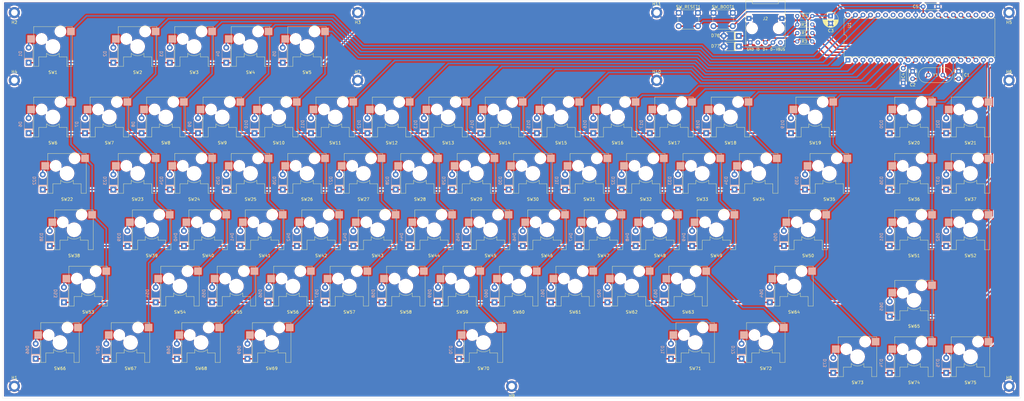
<source format=kicad_pcb>
(kicad_pcb (version 20171130) (host pcbnew 5.1.9)
  (layers (0 F.Cu signal) (1 In1.Cu power hide) (2 In2.Cu signal hide) (31 B.Cu signal) (34 B.Paste user) (35 F.Paste user) (36 B.SilkS user) (37 F.SilkS user) (38 B.Mask user) (39 F.Mask user) (44 Edge.Cuts user))
  (net 0 "")
  (net 1 GND)
  (net 2 "Net-(C1-Pad1)")
  (net 3 "Net-(C2-Pad1)")
  (net 4 +5V)
  (net 5 "Net-(D1-Pad2)")
  (net 6 row0)
  (net 7 "Net-(D2-Pad2)")
  (net 8 "Net-(D3-Pad2)")
  (net 9 "Net-(D4-Pad2)")
  (net 10 "Net-(D5-Pad2)")
  (net 11 "Net-(D6-Pad2)")
  (net 12 "Net-(D7-Pad2)")
  (net 13 "Net-(D8-Pad2)")
  (net 14 "Net-(D9-Pad2)")
  (net 15 "Net-(D10-Pad2)")
  (net 16 "Net-(D11-Pad2)")
  (net 17 "Net-(D12-Pad2)")
  (net 18 "Net-(D13-Pad2)")
  (net 19 "Net-(D14-Pad2)")
  (net 20 "Net-(D15-Pad2)")
  (net 21 "Net-(D16-Pad2)")
  (net 22 row1)
  (net 23 "Net-(D17-Pad2)")
  (net 24 "Net-(D18-Pad2)")
  (net 25 "Net-(D19-Pad2)")
  (net 26 "Net-(D20-Pad2)")
  (net 27 "Net-(D21-Pad2)")
  (net 28 "Net-(D22-Pad2)")
  (net 29 "Net-(D23-Pad2)")
  (net 30 "Net-(D24-Pad2)")
  (net 31 "Net-(D25-Pad2)")
  (net 32 "Net-(D26-Pad2)")
  (net 33 "Net-(D27-Pad2)")
  (net 34 "Net-(D28-Pad2)")
  (net 35 "Net-(D29-Pad2)")
  (net 36 "Net-(D30-Pad2)")
  (net 37 "Net-(D31-Pad2)")
  (net 38 row2)
  (net 39 "Net-(D32-Pad2)")
  (net 40 "Net-(D33-Pad2)")
  (net 41 "Net-(D34-Pad2)")
  (net 42 "Net-(D35-Pad2)")
  (net 43 "Net-(D36-Pad2)")
  (net 44 "Net-(D37-Pad2)")
  (net 45 "Net-(D38-Pad2)")
  (net 46 "Net-(D39-Pad2)")
  (net 47 "Net-(D40-Pad2)")
  (net 48 "Net-(D41-Pad2)")
  (net 49 "Net-(D42-Pad2)")
  (net 50 "Net-(D43-Pad2)")
  (net 51 "Net-(D44-Pad2)")
  (net 52 "Net-(D45-Pad2)")
  (net 53 row3)
  (net 54 "Net-(D46-Pad2)")
  (net 55 "Net-(D47-Pad2)")
  (net 56 "Net-(D48-Pad2)")
  (net 57 "Net-(D49-Pad2)")
  (net 58 "Net-(D50-Pad2)")
  (net 59 "Net-(D51-Pad2)")
  (net 60 "Net-(D52-Pad2)")
  (net 61 "Net-(D53-Pad2)")
  (net 62 "Net-(D54-Pad2)")
  (net 63 "Net-(D55-Pad2)")
  (net 64 "Net-(D56-Pad2)")
  (net 65 "Net-(D57-Pad2)")
  (net 66 "Net-(D58-Pad2)")
  (net 67 "Net-(D59-Pad2)")
  (net 68 row4)
  (net 69 "Net-(D60-Pad2)")
  (net 70 "Net-(D61-Pad2)")
  (net 71 "Net-(D62-Pad2)")
  (net 72 "Net-(D63-Pad2)")
  (net 73 "Net-(D64-Pad2)")
  (net 74 "Net-(D65-Pad2)")
  (net 75 "Net-(D66-Pad2)")
  (net 76 "Net-(D67-Pad2)")
  (net 77 reset)
  (net 78 D+)
  (net 79 D-)
  (net 80 col0)
  (net 81 col1)
  (net 82 col2)
  (net 83 col3)
  (net 84 col4)
  (net 85 col5)
  (net 86 col6)
  (net 87 col7)
  (net 88 col8)
  (net 89 col9)
  (net 90 col10)
  (net 91 col11)
  (net 92 col12)
  (net 93 col13)
  (net 94 col14)
  (net 95 boot)
  (net 96 "Net-(U1-Pad33)")
  (net 97 "Net-(U1-Pad32)")
  (net 98 "Net-(D68-Pad2)")
  (net 99 "Net-(D69-Pad2)")
  (net 100 "Net-(D70-Pad2)")
  (net 101 col15)
  (net 102 row5)
  (net 103 "Net-(D71-Pad2)")
  (net 104 "Net-(D72-Pad2)")
  (net 105 "Net-(D73-Pad2)")
  (net 106 "Net-(D74-Pad2)")
  (net 107 "Net-(D75-Pad2)")
  (net 108 "Net-(D76-Pad1)")
  (net 109 "Net-(D77-Pad1)")
  (net 110 "Net-(J2-Pad4)")
  (net 111 "Net-(U1-Pad21)")
  (net 112 "Net-(U1-Pad29)")
  (net 113 "Net-(U1-Pad35)")
  (net 114 "Net-(U1-Pad34)")
  (net 115 "Net-(U1-Pad23)")
  (net 116 "Net-(U1-Pad22)")
  (module Package_DIP:DIP-40_W15.24mm (layer F.Cu) (at 322.85 98.2575 90)
    (fp_text reference U1 (at 11.8 0.5 90) (layer F.SilkS))
    (fp_text value ATmega32A-PU)
    (pad 40 thru_hole oval (at 15.24 0 90) (size 1.6 1.6) (drill 0.8) (layers *.Cu *.Mask) (net 6 row0))
    (pad 20 thru_hole oval (at 0 48.26 90) (size 1.6 1.6) (drill 0.8) (layers *.Cu *.Mask) (net 101 col15))
    (pad 39 thru_hole oval (at 15.24 2.54 90) (size 1.6 1.6) (drill 0.8) (layers *.Cu *.Mask) (net 80 col0))
    (pad 19 thru_hole oval (at 0 45.72 90) (size 1.6 1.6) (drill 0.8) (layers *.Cu *.Mask) (net 94 col14))
    (pad 38 thru_hole oval (at 15.24 5.08 90) (size 1.6 1.6) (drill 0.8) (layers *.Cu *.Mask) (net 81 col1))
    (pad 18 thru_hole oval (at 0 43.18 90) (size 1.6 1.6) (drill 0.8) (layers *.Cu *.Mask) (net 95 boot))
    (pad 37 thru_hole oval (at 15.24 7.62 90) (size 1.6 1.6) (drill 0.8) (layers *.Cu *.Mask) (net 82 col2))
    (pad 17 thru_hole oval (at 0 40.64 90) (size 1.6 1.6) (drill 0.8) (layers *.Cu *.Mask) (net 79 D-))
    (pad 36 thru_hole oval (at 15.24 10.16 90) (size 1.6 1.6) (drill 0.8) (layers *.Cu *.Mask) (net 83 col3))
    (pad 16 thru_hole oval (at 0 38.1 90) (size 1.6 1.6) (drill 0.8) (layers *.Cu *.Mask) (net 78 D+))
    (pad 35 thru_hole oval (at 15.24 12.7 90) (size 1.6 1.6) (drill 0.8) (layers *.Cu *.Mask) (net 113 "Net-(U1-Pad35)"))
    (pad 15 thru_hole oval (at 0 35.56 90) (size 1.6 1.6) (drill 0.8) (layers *.Cu *.Mask) (net 93 col13))
    (pad 34 thru_hole oval (at 15.24 15.24 90) (size 1.6 1.6) (drill 0.8) (layers *.Cu *.Mask) (net 114 "Net-(U1-Pad34)"))
    (pad 14 thru_hole oval (at 0 33.02 90) (size 1.6 1.6) (drill 0.8) (layers *.Cu *.Mask) (net 92 col12))
    (pad 33 thru_hole oval (at 15.24 17.78 90) (size 1.6 1.6) (drill 0.8) (layers *.Cu *.Mask) (net 96 "Net-(U1-Pad33)"))
    (pad 13 thru_hole oval (at 0 30.48 90) (size 1.6 1.6) (drill 0.8) (layers *.Cu *.Mask) (net 2 "Net-(C1-Pad1)"))
    (pad 32 thru_hole oval (at 15.24 20.32 90) (size 1.6 1.6) (drill 0.8) (layers *.Cu *.Mask) (net 97 "Net-(U1-Pad32)"))
    (pad 12 thru_hole oval (at 0 27.94 90) (size 1.6 1.6) (drill 0.8) (layers *.Cu *.Mask) (net 3 "Net-(C2-Pad1)"))
    (pad 31 thru_hole oval (at 15.24 22.86 90) (size 1.6 1.6) (drill 0.8) (layers *.Cu *.Mask) (net 1 GND))
    (pad 11 thru_hole oval (at 0 25.4 90) (size 1.6 1.6) (drill 0.8) (layers *.Cu *.Mask) (net 1 GND))
    (pad 30 thru_hole oval (at 15.24 25.4 90) (size 1.6 1.6) (drill 0.8) (layers *.Cu *.Mask) (net 4 +5V))
    (pad 10 thru_hole oval (at 0 22.86 90) (size 1.6 1.6) (drill 0.8) (layers *.Cu *.Mask) (net 4 +5V))
    (pad 29 thru_hole oval (at 15.24 27.94 90) (size 1.6 1.6) (drill 0.8) (layers *.Cu *.Mask) (net 112 "Net-(U1-Pad29)"))
    (pad 9 thru_hole oval (at 0 20.32 90) (size 1.6 1.6) (drill 0.8) (layers *.Cu *.Mask) (net 77 reset))
    (pad 28 thru_hole oval (at 15.24 30.48 90) (size 1.6 1.6) (drill 0.8) (layers *.Cu *.Mask) (net 22 row1))
    (pad 8 thru_hole oval (at 0 17.78 90) (size 1.6 1.6) (drill 0.8) (layers *.Cu *.Mask) (net 91 col11))
    (pad 27 thru_hole oval (at 15.24 33.02 90) (size 1.6 1.6) (drill 0.8) (layers *.Cu *.Mask) (net 38 row2))
    (pad 7 thru_hole oval (at 0 15.24 90) (size 1.6 1.6) (drill 0.8) (layers *.Cu *.Mask) (net 90 col10))
    (pad 26 thru_hole oval (at 15.24 35.56 90) (size 1.6 1.6) (drill 0.8) (layers *.Cu *.Mask) (net 53 row3))
    (pad 6 thru_hole oval (at 0 12.7 90) (size 1.6 1.6) (drill 0.8) (layers *.Cu *.Mask) (net 89 col9))
    (pad 25 thru_hole oval (at 15.24 38.1 90) (size 1.6 1.6) (drill 0.8) (layers *.Cu *.Mask) (net 68 row4))
    (pad 5 thru_hole oval (at 0 10.16 90) (size 1.6 1.6) (drill 0.8) (layers *.Cu *.Mask) (net 88 col8))
    (pad 24 thru_hole oval (at 15.24 40.64 90) (size 1.6 1.6) (drill 0.8) (layers *.Cu *.Mask) (net 102 row5))
    (pad 4 thru_hole oval (at 0 7.62 90) (size 1.6 1.6) (drill 0.8) (layers *.Cu *.Mask) (net 87 col7))
    (pad 23 thru_hole oval (at 15.24 43.18 90) (size 1.6 1.6) (drill 0.8) (layers *.Cu *.Mask) (net 115 "Net-(U1-Pad23)"))
    (pad 3 thru_hole oval (at 0 5.08 90) (size 1.6 1.6) (drill 0.8) (layers *.Cu *.Mask) (net 86 col6))
    (pad 22 thru_hole oval (at 15.24 45.72 90) (size 1.6 1.6) (drill 0.8) (layers *.Cu *.Mask) (net 116 "Net-(U1-Pad22)"))
    (pad 2 thru_hole oval (at 0 2.54 90) (size 1.6 1.6) (drill 0.8) (layers *.Cu *.Mask) (net 85 col5))
    (pad 21 thru_hole oval (at 15.24 48.26 90) (size 1.6 1.6) (drill 0.8) (layers *.Cu *.Mask) (net 111 "Net-(U1-Pad21)"))
    (pad 1 thru_hole rect (at 0 0 90) (size 1.6 1.6) (drill 0.8) (layers *.Cu *.Mask) (net 84 col4))
  )
  (module keyboard-parts:CherryMX_Kailh_Socket (layer F.Cu) (at 345.1375 117.4675)
    (fp_text reference SW20 (at 0 8.755) (layer F.SilkS))
    (fp_text value SW_Push)
    (pad 1 smd rect (at -7.36 -2.54) (size 2.55 2.5) (layers B.Cu B.Adhes B.SilkS) (net 26 "Net-(D20-Pad2)"))
    (pad 2 smd rect (at 6.09 -5.08) (size 2.55 2.5) (layers B.Cu B.Adhes B.SilkS) (net 94 col14))
    (pad "" np_thru_hole circle (at 0 0) (size 4 4) (drill 4) (layers *.Cu *.Mask))
    (pad "" np_thru_hole circle (at 2.54 -5.08) (size 3 3) (drill 3) (layers *.Cu *.Mask))
    (pad "" np_thru_hole circle (at -3.81 -2.54) (size 3 3) (drill 3) (layers *.Cu *.Mask))
  )
  (module keyboard-parts:CherryMX_Kailh_Socket (layer F.Cu) (at 311.8 117.4675)
    (fp_text reference SW19 (at 0 8.755) (layer F.SilkS))
    (fp_text value SW_Push)
    (pad 1 smd rect (at -7.36 -2.54) (size 2.55 2.5) (layers B.Cu B.Adhes B.SilkS) (net 25 "Net-(D19-Pad2)"))
    (pad 2 smd rect (at 6.09 -5.08) (size 2.55 2.5) (layers B.Cu B.Adhes B.SilkS) (net 93 col13))
    (pad "" np_thru_hole circle (at 0 0) (size 4 4) (drill 4) (layers *.Cu *.Mask))
    (pad "" np_thru_hole circle (at 2.54 -5.08) (size 3 3) (drill 3) (layers *.Cu *.Mask))
    (pad "" np_thru_hole circle (at -3.81 -2.54) (size 3 3) (drill 3) (layers *.Cu *.Mask))
  )
  (module keyboard-parts:CherryMX_Kailh_Socket (layer F.Cu) (at 364.1875 198.43)
    (fp_text reference SW75 (at 0 8.755) (layer F.SilkS))
    (fp_text value SW_Push)
    (pad 1 smd rect (at -7.36 -2.54) (size 2.55 2.5) (layers B.Cu B.Adhes B.SilkS) (net 107 "Net-(D75-Pad2)"))
    (pad 2 smd rect (at 6.09 -5.08) (size 2.55 2.5) (layers B.Cu B.Adhes B.SilkS) (net 101 col15))
    (pad "" np_thru_hole circle (at 0 0) (size 4 4) (drill 4) (layers *.Cu *.Mask))
    (pad "" np_thru_hole circle (at 2.54 -5.08) (size 3 3) (drill 3) (layers *.Cu *.Mask))
    (pad "" np_thru_hole circle (at -3.81 -2.54) (size 3 3) (drill 3) (layers *.Cu *.Mask))
  )
  (module keyboard-parts:CherryMX_Kailh_Socket (layer F.Cu) (at 345.1375 198.43)
    (fp_text reference SW74 (at 0 8.755) (layer F.SilkS))
    (fp_text value SW_Push)
    (pad 1 smd rect (at -7.36 -2.54) (size 2.55 2.5) (layers B.Cu B.Adhes B.SilkS) (net 106 "Net-(D74-Pad2)"))
    (pad 2 smd rect (at 6.09 -5.08) (size 2.55 2.5) (layers B.Cu B.Adhes B.SilkS) (net 94 col14))
    (pad "" np_thru_hole circle (at 0 0) (size 4 4) (drill 4) (layers *.Cu *.Mask))
    (pad "" np_thru_hole circle (at 2.54 -5.08) (size 3 3) (drill 3) (layers *.Cu *.Mask))
    (pad "" np_thru_hole circle (at -3.81 -2.54) (size 3 3) (drill 3) (layers *.Cu *.Mask))
  )
  (module keyboard-parts:CherryMX_Kailh_Socket (layer F.Cu) (at 326.0875 198.43)
    (fp_text reference SW73 (at 0 8.755) (layer F.SilkS))
    (fp_text value SW_Push)
    (pad 1 smd rect (at -7.36 -2.54) (size 2.55 2.5) (layers B.Cu B.Adhes B.SilkS) (net 105 "Net-(D73-Pad2)"))
    (pad 2 smd rect (at 6.09 -5.08) (size 2.55 2.5) (layers B.Cu B.Adhes B.SilkS) (net 93 col13))
    (pad "" np_thru_hole circle (at 0 0) (size 4 4) (drill 4) (layers *.Cu *.Mask))
    (pad "" np_thru_hole circle (at 2.54 -5.08) (size 3 3) (drill 3) (layers *.Cu *.Mask))
    (pad "" np_thru_hole circle (at -3.81 -2.54) (size 3 3) (drill 3) (layers *.Cu *.Mask))
  )
  (module keyboard-parts:CherryMX_Kailh_Socket (layer F.Cu) (at 295.13125 193.6675)
    (fp_text reference SW72 (at 0 8.755) (layer F.SilkS))
    (fp_text value SW_Push)
    (pad 1 smd rect (at -7.36 -2.54) (size 2.55 2.5) (layers B.Cu B.Adhes B.SilkS) (net 104 "Net-(D72-Pad2)"))
    (pad 2 smd rect (at 6.09 -5.08) (size 2.55 2.5) (layers B.Cu B.Adhes B.SilkS) (net 91 col11))
    (pad "" np_thru_hole circle (at 0 0) (size 4 4) (drill 4) (layers *.Cu *.Mask))
    (pad "" np_thru_hole circle (at 2.54 -5.08) (size 3 3) (drill 3) (layers *.Cu *.Mask))
    (pad "" np_thru_hole circle (at -3.81 -2.54) (size 3 3) (drill 3) (layers *.Cu *.Mask))
  )
  (module keyboard-parts:CherryMX_Kailh_Socket (layer F.Cu) (at 271.31875 193.6675)
    (fp_text reference SW71 (at 0 8.755) (layer F.SilkS))
    (fp_text value SW_Push)
    (pad 1 smd rect (at -7.36 -2.54) (size 2.55 2.5) (layers B.Cu B.Adhes B.SilkS) (net 103 "Net-(D71-Pad2)"))
    (pad 2 smd rect (at 6.09 -5.08) (size 2.55 2.5) (layers B.Cu B.Adhes B.SilkS) (net 90 col10))
    (pad "" np_thru_hole circle (at 0 0) (size 4 4) (drill 4) (layers *.Cu *.Mask))
    (pad "" np_thru_hole circle (at 2.54 -5.08) (size 3 3) (drill 3) (layers *.Cu *.Mask))
    (pad "" np_thru_hole circle (at -3.81 -2.54) (size 3 3) (drill 3) (layers *.Cu *.Mask))
  )
  (module keyboard-parts:CherryMX_Kailh_Socket (layer F.Cu) (at 199.88125 193.6675)
    (fp_text reference SW70 (at 0 8.755) (layer F.SilkS))
    (fp_text value SW_Push)
    (pad 1 smd rect (at -7.36 -2.54) (size 2.55 2.5) (layers B.Cu B.Adhes B.SilkS) (net 100 "Net-(D70-Pad2)"))
    (pad 2 smd rect (at 6.09 -5.08) (size 2.55 2.5) (layers B.Cu B.Adhes B.SilkS) (net 87 col7))
    (pad "" np_thru_hole circle (at 0 0) (size 4 4) (drill 4) (layers *.Cu *.Mask))
    (pad "" np_thru_hole circle (at 2.54 -5.08) (size 3 3) (drill 3) (layers *.Cu *.Mask))
    (pad "" np_thru_hole circle (at -3.81 -2.54) (size 3 3) (drill 3) (layers *.Cu *.Mask))
  )
  (module keyboard-parts:CherryMX_Kailh_Socket (layer F.Cu) (at 128.44375 193.6675)
    (fp_text reference SW69 (at 0 8.755) (layer F.SilkS))
    (fp_text value SW_Push)
    (pad 1 smd rect (at -7.36 -2.54) (size 2.55 2.5) (layers B.Cu B.Adhes B.SilkS) (net 99 "Net-(D69-Pad2)"))
    (pad 2 smd rect (at 6.09 -5.08) (size 2.55 2.5) (layers B.Cu B.Adhes B.SilkS) (net 84 col4))
    (pad "" np_thru_hole circle (at 0 0) (size 4 4) (drill 4) (layers *.Cu *.Mask))
    (pad "" np_thru_hole circle (at 2.54 -5.08) (size 3 3) (drill 3) (layers *.Cu *.Mask))
    (pad "" np_thru_hole circle (at -3.81 -2.54) (size 3 3) (drill 3) (layers *.Cu *.Mask))
  )
  (module keyboard-parts:CherryMX_Kailh_Socket (layer F.Cu) (at 104.63125 193.6675)
    (fp_text reference SW68 (at 0 8.755) (layer F.SilkS))
    (fp_text value SW_Push)
    (pad 1 smd rect (at -7.36 -2.54) (size 2.55 2.5) (layers B.Cu B.Adhes B.SilkS) (net 98 "Net-(D68-Pad2)"))
    (pad 2 smd rect (at 6.09 -5.08) (size 2.55 2.5) (layers B.Cu B.Adhes B.SilkS) (net 83 col3))
    (pad "" np_thru_hole circle (at 0 0) (size 4 4) (drill 4) (layers *.Cu *.Mask))
    (pad "" np_thru_hole circle (at 2.54 -5.08) (size 3 3) (drill 3) (layers *.Cu *.Mask))
    (pad "" np_thru_hole circle (at -3.81 -2.54) (size 3 3) (drill 3) (layers *.Cu *.Mask))
  )
  (module keyboard-parts:CherryMX_Kailh_Socket (layer F.Cu) (at 80.81875 193.6675)
    (fp_text reference SW67 (at 0 8.755) (layer F.SilkS))
    (fp_text value SW_Push)
    (pad 1 smd rect (at -7.36 -2.54) (size 2.55 2.5) (layers B.Cu B.Adhes B.SilkS) (net 76 "Net-(D67-Pad2)"))
    (pad 2 smd rect (at 6.09 -5.08) (size 2.55 2.5) (layers B.Cu B.Adhes B.SilkS) (net 81 col1))
    (pad "" np_thru_hole circle (at 0 0) (size 4 4) (drill 4) (layers *.Cu *.Mask))
    (pad "" np_thru_hole circle (at 2.54 -5.08) (size 3 3) (drill 3) (layers *.Cu *.Mask))
    (pad "" np_thru_hole circle (at -3.81 -2.54) (size 3 3) (drill 3) (layers *.Cu *.Mask))
  )
  (module keyboard-parts:CherryMX_Kailh_Socket (layer F.Cu) (at 57.00625 193.6675)
    (fp_text reference SW66 (at 0 8.755) (layer F.SilkS))
    (fp_text value SW_Push)
    (pad 1 smd rect (at -7.36 -2.54) (size 2.55 2.5) (layers B.Cu B.Adhes B.SilkS) (net 75 "Net-(D66-Pad2)"))
    (pad 2 smd rect (at 6.09 -5.08) (size 2.55 2.5) (layers B.Cu B.Adhes B.SilkS) (net 80 col0))
    (pad "" np_thru_hole circle (at 0 0) (size 4 4) (drill 4) (layers *.Cu *.Mask))
    (pad "" np_thru_hole circle (at 2.54 -5.08) (size 3 3) (drill 3) (layers *.Cu *.Mask))
    (pad "" np_thru_hole circle (at -3.81 -2.54) (size 3 3) (drill 3) (layers *.Cu *.Mask))
  )
  (module keyboard-parts:CherryMX_Kailh_Socket (layer F.Cu) (at 345.1375 179.38)
    (fp_text reference SW65 (at 0 8.755) (layer F.SilkS))
    (fp_text value SW_Push)
    (pad 1 smd rect (at -7.36 -2.54) (size 2.55 2.5) (layers B.Cu B.Adhes B.SilkS) (net 74 "Net-(D65-Pad2)"))
    (pad 2 smd rect (at 6.09 -5.08) (size 2.55 2.5) (layers B.Cu B.Adhes B.SilkS) (net 94 col14))
    (pad "" np_thru_hole circle (at 0 0) (size 4 4) (drill 4) (layers *.Cu *.Mask))
    (pad "" np_thru_hole circle (at 2.54 -5.08) (size 3 3) (drill 3) (layers *.Cu *.Mask))
    (pad "" np_thru_hole circle (at -3.81 -2.54) (size 3 3) (drill 3) (layers *.Cu *.Mask))
  )
  (module keyboard-parts:CherryMX_Kailh_Socket (layer F.Cu) (at 304.65625 174.6175)
    (fp_text reference SW64 (at 0 8.755) (layer F.SilkS))
    (fp_text value SW_Push)
    (pad 1 smd rect (at -7.36 -2.54) (size 2.55 2.5) (layers B.Cu B.Adhes B.SilkS) (net 73 "Net-(D64-Pad2)"))
    (pad 2 smd rect (at 6.09 -5.08) (size 2.55 2.5) (layers B.Cu B.Adhes B.SilkS) (net 93 col13))
    (pad "" np_thru_hole circle (at 0 0) (size 4 4) (drill 4) (layers *.Cu *.Mask))
    (pad "" np_thru_hole circle (at 2.54 -5.08) (size 3 3) (drill 3) (layers *.Cu *.Mask))
    (pad "" np_thru_hole circle (at -3.81 -2.54) (size 3 3) (drill 3) (layers *.Cu *.Mask))
  )
  (module keyboard-parts:CherryMX_Kailh_Socket (layer F.Cu) (at 268.9375 174.6175)
    (fp_text reference SW63 (at 0 8.755) (layer F.SilkS))
    (fp_text value SW_Push)
    (pad 1 smd rect (at -7.36 -2.54) (size 2.55 2.5) (layers B.Cu B.Adhes B.SilkS) (net 72 "Net-(D63-Pad2)"))
    (pad 2 smd rect (at 6.09 -5.08) (size 2.55 2.5) (layers B.Cu B.Adhes B.SilkS) (net 91 col11))
    (pad "" np_thru_hole circle (at 0 0) (size 4 4) (drill 4) (layers *.Cu *.Mask))
    (pad "" np_thru_hole circle (at 2.54 -5.08) (size 3 3) (drill 3) (layers *.Cu *.Mask))
    (pad "" np_thru_hole circle (at -3.81 -2.54) (size 3 3) (drill 3) (layers *.Cu *.Mask))
  )
  (module keyboard-parts:CherryMX_Kailh_Socket (layer F.Cu) (at 249.8875 174.6175)
    (fp_text reference SW62 (at 0 8.755) (layer F.SilkS))
    (fp_text value SW_Push)
    (pad 1 smd rect (at -7.36 -2.54) (size 2.55 2.5) (layers B.Cu B.Adhes B.SilkS) (net 71 "Net-(D62-Pad2)"))
    (pad 2 smd rect (at 6.09 -5.08) (size 2.55 2.5) (layers B.Cu B.Adhes B.SilkS) (net 90 col10))
    (pad "" np_thru_hole circle (at 0 0) (size 4 4) (drill 4) (layers *.Cu *.Mask))
    (pad "" np_thru_hole circle (at 2.54 -5.08) (size 3 3) (drill 3) (layers *.Cu *.Mask))
    (pad "" np_thru_hole circle (at -3.81 -2.54) (size 3 3) (drill 3) (layers *.Cu *.Mask))
  )
  (module keyboard-parts:CherryMX_Kailh_Socket (layer F.Cu) (at 230.8375 174.6175)
    (fp_text reference SW61 (at 0 8.755) (layer F.SilkS))
    (fp_text value SW_Push)
    (pad 1 smd rect (at -7.36 -2.54) (size 2.55 2.5) (layers B.Cu B.Adhes B.SilkS) (net 70 "Net-(D61-Pad2)"))
    (pad 2 smd rect (at 6.09 -5.08) (size 2.55 2.5) (layers B.Cu B.Adhes B.SilkS) (net 89 col9))
    (pad "" np_thru_hole circle (at 0 0) (size 4 4) (drill 4) (layers *.Cu *.Mask))
    (pad "" np_thru_hole circle (at 2.54 -5.08) (size 3 3) (drill 3) (layers *.Cu *.Mask))
    (pad "" np_thru_hole circle (at -3.81 -2.54) (size 3 3) (drill 3) (layers *.Cu *.Mask))
  )
  (module keyboard-parts:CherryMX_Kailh_Socket (layer F.Cu) (at 211.7875 174.6175)
    (fp_text reference SW60 (at 0 8.755) (layer F.SilkS))
    (fp_text value SW_Push)
    (pad 1 smd rect (at -7.36 -2.54) (size 2.55 2.5) (layers B.Cu B.Adhes B.SilkS) (net 69 "Net-(D60-Pad2)"))
    (pad 2 smd rect (at 6.09 -5.08) (size 2.55 2.5) (layers B.Cu B.Adhes B.SilkS) (net 88 col8))
    (pad "" np_thru_hole circle (at 0 0) (size 4 4) (drill 4) (layers *.Cu *.Mask))
    (pad "" np_thru_hole circle (at 2.54 -5.08) (size 3 3) (drill 3) (layers *.Cu *.Mask))
    (pad "" np_thru_hole circle (at -3.81 -2.54) (size 3 3) (drill 3) (layers *.Cu *.Mask))
  )
  (module keyboard-parts:CherryMX_Kailh_Socket (layer F.Cu) (at 192.7375 174.6175)
    (fp_text reference SW59 (at 0 8.755) (layer F.SilkS))
    (fp_text value SW_Push)
    (pad 1 smd rect (at -7.36 -2.54) (size 2.55 2.5) (layers B.Cu B.Adhes B.SilkS) (net 67 "Net-(D59-Pad2)"))
    (pad 2 smd rect (at 6.09 -5.08) (size 2.55 2.5) (layers B.Cu B.Adhes B.SilkS) (net 87 col7))
    (pad "" np_thru_hole circle (at 0 0) (size 4 4) (drill 4) (layers *.Cu *.Mask))
    (pad "" np_thru_hole circle (at 2.54 -5.08) (size 3 3) (drill 3) (layers *.Cu *.Mask))
    (pad "" np_thru_hole circle (at -3.81 -2.54) (size 3 3) (drill 3) (layers *.Cu *.Mask))
  )
  (module keyboard-parts:CherryMX_Kailh_Socket (layer F.Cu) (at 173.6875 174.6175)
    (fp_text reference SW58 (at 0 8.755) (layer F.SilkS))
    (fp_text value SW_Push)
    (pad 1 smd rect (at -7.36 -2.54) (size 2.55 2.5) (layers B.Cu B.Adhes B.SilkS) (net 66 "Net-(D58-Pad2)"))
    (pad 2 smd rect (at 6.09 -5.08) (size 2.55 2.5) (layers B.Cu B.Adhes B.SilkS) (net 86 col6))
    (pad "" np_thru_hole circle (at 0 0) (size 4 4) (drill 4) (layers *.Cu *.Mask))
    (pad "" np_thru_hole circle (at 2.54 -5.08) (size 3 3) (drill 3) (layers *.Cu *.Mask))
    (pad "" np_thru_hole circle (at -3.81 -2.54) (size 3 3) (drill 3) (layers *.Cu *.Mask))
  )
  (module keyboard-parts:CherryMX_Kailh_Socket (layer F.Cu) (at 154.6375 174.6175)
    (fp_text reference SW57 (at 0 8.755) (layer F.SilkS))
    (fp_text value SW_Push)
    (pad 1 smd rect (at -7.36 -2.54) (size 2.55 2.5) (layers B.Cu B.Adhes B.SilkS) (net 65 "Net-(D57-Pad2)"))
    (pad 2 smd rect (at 6.09 -5.08) (size 2.55 2.5) (layers B.Cu B.Adhes B.SilkS) (net 85 col5))
    (pad "" np_thru_hole circle (at 0 0) (size 4 4) (drill 4) (layers *.Cu *.Mask))
    (pad "" np_thru_hole circle (at 2.54 -5.08) (size 3 3) (drill 3) (layers *.Cu *.Mask))
    (pad "" np_thru_hole circle (at -3.81 -2.54) (size 3 3) (drill 3) (layers *.Cu *.Mask))
  )
  (module keyboard-parts:CherryMX_Kailh_Socket (layer F.Cu) (at 135.5875 174.6175)
    (fp_text reference SW56 (at 0 8.755) (layer F.SilkS))
    (fp_text value SW_Push)
    (pad 1 smd rect (at -7.36 -2.54) (size 2.55 2.5) (layers B.Cu B.Adhes B.SilkS) (net 64 "Net-(D56-Pad2)"))
    (pad 2 smd rect (at 6.09 -5.08) (size 2.55 2.5) (layers B.Cu B.Adhes B.SilkS) (net 84 col4))
    (pad "" np_thru_hole circle (at 0 0) (size 4 4) (drill 4) (layers *.Cu *.Mask))
    (pad "" np_thru_hole circle (at 2.54 -5.08) (size 3 3) (drill 3) (layers *.Cu *.Mask))
    (pad "" np_thru_hole circle (at -3.81 -2.54) (size 3 3) (drill 3) (layers *.Cu *.Mask))
  )
  (module keyboard-parts:CherryMX_Kailh_Socket (layer F.Cu) (at 116.5375 174.6175)
    (fp_text reference SW55 (at 0 8.755) (layer F.SilkS))
    (fp_text value SW_Push)
    (pad 1 smd rect (at -7.36 -2.54) (size 2.55 2.5) (layers B.Cu B.Adhes B.SilkS) (net 63 "Net-(D55-Pad2)"))
    (pad 2 smd rect (at 6.09 -5.08) (size 2.55 2.5) (layers B.Cu B.Adhes B.SilkS) (net 83 col3))
    (pad "" np_thru_hole circle (at 0 0) (size 4 4) (drill 4) (layers *.Cu *.Mask))
    (pad "" np_thru_hole circle (at 2.54 -5.08) (size 3 3) (drill 3) (layers *.Cu *.Mask))
    (pad "" np_thru_hole circle (at -3.81 -2.54) (size 3 3) (drill 3) (layers *.Cu *.Mask))
  )
  (module keyboard-parts:CherryMX_Kailh_Socket (layer F.Cu) (at 97.4875 174.6175)
    (fp_text reference SW54 (at 0 8.755) (layer F.SilkS))
    (fp_text value SW_Push)
    (pad 1 smd rect (at -7.36 -2.54) (size 2.55 2.5) (layers B.Cu B.Adhes B.SilkS) (net 62 "Net-(D54-Pad2)"))
    (pad 2 smd rect (at 6.09 -5.08) (size 2.55 2.5) (layers B.Cu B.Adhes B.SilkS) (net 82 col2))
    (pad "" np_thru_hole circle (at 0 0) (size 4 4) (drill 4) (layers *.Cu *.Mask))
    (pad "" np_thru_hole circle (at 2.54 -5.08) (size 3 3) (drill 3) (layers *.Cu *.Mask))
    (pad "" np_thru_hole circle (at -3.81 -2.54) (size 3 3) (drill 3) (layers *.Cu *.Mask))
  )
  (module keyboard-parts:CherryMX_Kailh_Socket (layer F.Cu) (at 66.53125 174.6175)
    (fp_text reference SW53 (at 0 8.755) (layer F.SilkS))
    (fp_text value SW_Push)
    (pad 1 smd rect (at -7.36 -2.54) (size 2.55 2.5) (layers B.Cu B.Adhes B.SilkS) (net 61 "Net-(D53-Pad2)"))
    (pad 2 smd rect (at 6.09 -5.08) (size 2.55 2.5) (layers B.Cu B.Adhes B.SilkS) (net 80 col0))
    (pad "" np_thru_hole circle (at 0 0) (size 4 4) (drill 4) (layers *.Cu *.Mask))
    (pad "" np_thru_hole circle (at 2.54 -5.08) (size 3 3) (drill 3) (layers *.Cu *.Mask))
    (pad "" np_thru_hole circle (at -3.81 -2.54) (size 3 3) (drill 3) (layers *.Cu *.Mask))
  )
  (module keyboard-parts:CherryMX_Kailh_Socket (layer F.Cu) (at 364.1875 155.5675)
    (fp_text reference SW52 (at 0 8.755) (layer F.SilkS))
    (fp_text value SW_Push)
    (pad 1 smd rect (at -7.36 -2.54) (size 2.55 2.5) (layers B.Cu B.Adhes B.SilkS) (net 60 "Net-(D52-Pad2)"))
    (pad 2 smd rect (at 6.09 -5.08) (size 2.55 2.5) (layers B.Cu B.Adhes B.SilkS) (net 101 col15))
    (pad "" np_thru_hole circle (at 0 0) (size 4 4) (drill 4) (layers *.Cu *.Mask))
    (pad "" np_thru_hole circle (at 2.54 -5.08) (size 3 3) (drill 3) (layers *.Cu *.Mask))
    (pad "" np_thru_hole circle (at -3.81 -2.54) (size 3 3) (drill 3) (layers *.Cu *.Mask))
  )
  (module keyboard-parts:CherryMX_Kailh_Socket (layer F.Cu) (at 345.1375 155.5675)
    (fp_text reference SW51 (at 0 8.755) (layer F.SilkS))
    (fp_text value SW_Push)
    (pad 1 smd rect (at -7.36 -2.54) (size 2.55 2.5) (layers B.Cu B.Adhes B.SilkS) (net 59 "Net-(D51-Pad2)"))
    (pad 2 smd rect (at 6.09 -5.08) (size 2.55 2.5) (layers B.Cu B.Adhes B.SilkS) (net 94 col14))
    (pad "" np_thru_hole circle (at 0 0) (size 4 4) (drill 4) (layers *.Cu *.Mask))
    (pad "" np_thru_hole circle (at 2.54 -5.08) (size 3 3) (drill 3) (layers *.Cu *.Mask))
    (pad "" np_thru_hole circle (at -3.81 -2.54) (size 3 3) (drill 3) (layers *.Cu *.Mask))
  )
  (module keyboard-parts:CherryMX_Kailh_Socket (layer F.Cu) (at 309.41875 155.5675)
    (fp_text reference SW50 (at 0 8.755) (layer F.SilkS))
    (fp_text value SW_Push)
    (pad 1 smd rect (at -7.36 -2.54) (size 2.55 2.5) (layers B.Cu B.Adhes B.SilkS) (net 58 "Net-(D50-Pad2)"))
    (pad 2 smd rect (at 6.09 -5.08) (size 2.55 2.5) (layers B.Cu B.Adhes B.SilkS) (net 93 col13))
    (pad "" np_thru_hole circle (at 0 0) (size 4 4) (drill 4) (layers *.Cu *.Mask))
    (pad "" np_thru_hole circle (at 2.54 -5.08) (size 3 3) (drill 3) (layers *.Cu *.Mask))
    (pad "" np_thru_hole circle (at -3.81 -2.54) (size 3 3) (drill 3) (layers *.Cu *.Mask))
  )
  (module keyboard-parts:CherryMX_Kailh_Socket (layer F.Cu) (at 278.4625 155.5675)
    (fp_text reference SW49 (at 0 8.755) (layer F.SilkS))
    (fp_text value SW_Push)
    (pad 1 smd rect (at -7.36 -2.54) (size 2.55 2.5) (layers B.Cu B.Adhes B.SilkS) (net 57 "Net-(D49-Pad2)"))
    (pad 2 smd rect (at 6.09 -5.08) (size 2.55 2.5) (layers B.Cu B.Adhes B.SilkS) (net 91 col11))
    (pad "" np_thru_hole circle (at 0 0) (size 4 4) (drill 4) (layers *.Cu *.Mask))
    (pad "" np_thru_hole circle (at 2.54 -5.08) (size 3 3) (drill 3) (layers *.Cu *.Mask))
    (pad "" np_thru_hole circle (at -3.81 -2.54) (size 3 3) (drill 3) (layers *.Cu *.Mask))
  )
  (module keyboard-parts:CherryMX_Kailh_Socket (layer F.Cu) (at 259.4125 155.5675)
    (fp_text reference SW48 (at 0 8.755) (layer F.SilkS))
    (fp_text value SW_Push)
    (pad 1 smd rect (at -7.36 -2.54) (size 2.55 2.5) (layers B.Cu B.Adhes B.SilkS) (net 56 "Net-(D48-Pad2)"))
    (pad 2 smd rect (at 6.09 -5.08) (size 2.55 2.5) (layers B.Cu B.Adhes B.SilkS) (net 90 col10))
    (pad "" np_thru_hole circle (at 0 0) (size 4 4) (drill 4) (layers *.Cu *.Mask))
    (pad "" np_thru_hole circle (at 2.54 -5.08) (size 3 3) (drill 3) (layers *.Cu *.Mask))
    (pad "" np_thru_hole circle (at -3.81 -2.54) (size 3 3) (drill 3) (layers *.Cu *.Mask))
  )
  (module keyboard-parts:CherryMX_Kailh_Socket (layer F.Cu) (at 240.3625 155.5675)
    (fp_text reference SW47 (at 0 8.755) (layer F.SilkS))
    (fp_text value SW_Push)
    (pad 1 smd rect (at -7.36 -2.54) (size 2.55 2.5) (layers B.Cu B.Adhes B.SilkS) (net 55 "Net-(D47-Pad2)"))
    (pad 2 smd rect (at 6.09 -5.08) (size 2.55 2.5) (layers B.Cu B.Adhes B.SilkS) (net 89 col9))
    (pad "" np_thru_hole circle (at 0 0) (size 4 4) (drill 4) (layers *.Cu *.Mask))
    (pad "" np_thru_hole circle (at 2.54 -5.08) (size 3 3) (drill 3) (layers *.Cu *.Mask))
    (pad "" np_thru_hole circle (at -3.81 -2.54) (size 3 3) (drill 3) (layers *.Cu *.Mask))
  )
  (module keyboard-parts:CherryMX_Kailh_Socket (layer F.Cu) (at 221.3125 155.5675)
    (fp_text reference SW46 (at 0 8.755) (layer F.SilkS))
    (fp_text value SW_Push)
    (pad 1 smd rect (at -7.36 -2.54) (size 2.55 2.5) (layers B.Cu B.Adhes B.SilkS) (net 54 "Net-(D46-Pad2)"))
    (pad 2 smd rect (at 6.09 -5.08) (size 2.55 2.5) (layers B.Cu B.Adhes B.SilkS) (net 88 col8))
    (pad "" np_thru_hole circle (at 0 0) (size 4 4) (drill 4) (layers *.Cu *.Mask))
    (pad "" np_thru_hole circle (at 2.54 -5.08) (size 3 3) (drill 3) (layers *.Cu *.Mask))
    (pad "" np_thru_hole circle (at -3.81 -2.54) (size 3 3) (drill 3) (layers *.Cu *.Mask))
  )
  (module keyboard-parts:CherryMX_Kailh_Socket (layer F.Cu) (at 202.2625 155.5675)
    (fp_text reference SW45 (at 0 8.755) (layer F.SilkS))
    (fp_text value SW_Push)
    (pad 1 smd rect (at -7.36 -2.54) (size 2.55 2.5) (layers B.Cu B.Adhes B.SilkS) (net 52 "Net-(D45-Pad2)"))
    (pad 2 smd rect (at 6.09 -5.08) (size 2.55 2.5) (layers B.Cu B.Adhes B.SilkS) (net 87 col7))
    (pad "" np_thru_hole circle (at 0 0) (size 4 4) (drill 4) (layers *.Cu *.Mask))
    (pad "" np_thru_hole circle (at 2.54 -5.08) (size 3 3) (drill 3) (layers *.Cu *.Mask))
    (pad "" np_thru_hole circle (at -3.81 -2.54) (size 3 3) (drill 3) (layers *.Cu *.Mask))
  )
  (module keyboard-parts:CherryMX_Kailh_Socket (layer F.Cu) (at 183.2125 155.5675)
    (fp_text reference SW44 (at 0 8.755) (layer F.SilkS))
    (fp_text value SW_Push)
    (pad 1 smd rect (at -7.36 -2.54) (size 2.55 2.5) (layers B.Cu B.Adhes B.SilkS) (net 51 "Net-(D44-Pad2)"))
    (pad 2 smd rect (at 6.09 -5.08) (size 2.55 2.5) (layers B.Cu B.Adhes B.SilkS) (net 86 col6))
    (pad "" np_thru_hole circle (at 0 0) (size 4 4) (drill 4) (layers *.Cu *.Mask))
    (pad "" np_thru_hole circle (at 2.54 -5.08) (size 3 3) (drill 3) (layers *.Cu *.Mask))
    (pad "" np_thru_hole circle (at -3.81 -2.54) (size 3 3) (drill 3) (layers *.Cu *.Mask))
  )
  (module keyboard-parts:CherryMX_Kailh_Socket (layer F.Cu) (at 164.1625 155.5675)
    (fp_text reference SW43 (at 0 8.755) (layer F.SilkS))
    (fp_text value SW_Push)
    (pad 1 smd rect (at -7.36 -2.54) (size 2.55 2.5) (layers B.Cu B.Adhes B.SilkS) (net 50 "Net-(D43-Pad2)"))
    (pad 2 smd rect (at 6.09 -5.08) (size 2.55 2.5) (layers B.Cu B.Adhes B.SilkS) (net 85 col5))
    (pad "" np_thru_hole circle (at 0 0) (size 4 4) (drill 4) (layers *.Cu *.Mask))
    (pad "" np_thru_hole circle (at 2.54 -5.08) (size 3 3) (drill 3) (layers *.Cu *.Mask))
    (pad "" np_thru_hole circle (at -3.81 -2.54) (size 3 3) (drill 3) (layers *.Cu *.Mask))
  )
  (module keyboard-parts:CherryMX_Kailh_Socket (layer F.Cu) (at 145.1125 155.5675)
    (fp_text reference SW42 (at 0 8.755) (layer F.SilkS))
    (fp_text value SW_Push)
    (pad 1 smd rect (at -7.36 -2.54) (size 2.55 2.5) (layers B.Cu B.Adhes B.SilkS) (net 49 "Net-(D42-Pad2)"))
    (pad 2 smd rect (at 6.09 -5.08) (size 2.55 2.5) (layers B.Cu B.Adhes B.SilkS) (net 84 col4))
    (pad "" np_thru_hole circle (at 0 0) (size 4 4) (drill 4) (layers *.Cu *.Mask))
    (pad "" np_thru_hole circle (at 2.54 -5.08) (size 3 3) (drill 3) (layers *.Cu *.Mask))
    (pad "" np_thru_hole circle (at -3.81 -2.54) (size 3 3) (drill 3) (layers *.Cu *.Mask))
  )
  (module keyboard-parts:CherryMX_Kailh_Socket (layer F.Cu) (at 126.0625 155.5675)
    (fp_text reference SW41 (at 0 8.755) (layer F.SilkS))
    (fp_text value SW_Push)
    (pad 1 smd rect (at -7.36 -2.54) (size 2.55 2.5) (layers B.Cu B.Adhes B.SilkS) (net 48 "Net-(D41-Pad2)"))
    (pad 2 smd rect (at 6.09 -5.08) (size 2.55 2.5) (layers B.Cu B.Adhes B.SilkS) (net 83 col3))
    (pad "" np_thru_hole circle (at 0 0) (size 4 4) (drill 4) (layers *.Cu *.Mask))
    (pad "" np_thru_hole circle (at 2.54 -5.08) (size 3 3) (drill 3) (layers *.Cu *.Mask))
    (pad "" np_thru_hole circle (at -3.81 -2.54) (size 3 3) (drill 3) (layers *.Cu *.Mask))
  )
  (module keyboard-parts:CherryMX_Kailh_Socket (layer F.Cu) (at 107.0125 155.5675)
    (fp_text reference SW40 (at 0 8.755) (layer F.SilkS))
    (fp_text value SW_Push)
    (pad 1 smd rect (at -7.36 -2.54) (size 2.55 2.5) (layers B.Cu B.Adhes B.SilkS) (net 47 "Net-(D40-Pad2)"))
    (pad 2 smd rect (at 6.09 -5.08) (size 2.55 2.5) (layers B.Cu B.Adhes B.SilkS) (net 82 col2))
    (pad "" np_thru_hole circle (at 0 0) (size 4 4) (drill 4) (layers *.Cu *.Mask))
    (pad "" np_thru_hole circle (at 2.54 -5.08) (size 3 3) (drill 3) (layers *.Cu *.Mask))
    (pad "" np_thru_hole circle (at -3.81 -2.54) (size 3 3) (drill 3) (layers *.Cu *.Mask))
  )
  (module keyboard-parts:CherryMX_Kailh_Socket (layer F.Cu) (at 87.9625 155.5675)
    (fp_text reference SW39 (at 0 8.755) (layer F.SilkS))
    (fp_text value SW_Push)
    (pad 1 smd rect (at -7.36 -2.54) (size 2.55 2.5) (layers B.Cu B.Adhes B.SilkS) (net 46 "Net-(D39-Pad2)"))
    (pad 2 smd rect (at 6.09 -5.08) (size 2.55 2.5) (layers B.Cu B.Adhes B.SilkS) (net 81 col1))
    (pad "" np_thru_hole circle (at 0 0) (size 4 4) (drill 4) (layers *.Cu *.Mask))
    (pad "" np_thru_hole circle (at 2.54 -5.08) (size 3 3) (drill 3) (layers *.Cu *.Mask))
    (pad "" np_thru_hole circle (at -3.81 -2.54) (size 3 3) (drill 3) (layers *.Cu *.Mask))
  )
  (module keyboard-parts:CherryMX_Kailh_Socket (layer F.Cu) (at 61.76875 155.5675)
    (fp_text reference SW38 (at 0 8.755) (layer F.SilkS))
    (fp_text value SW_Push)
    (pad 1 smd rect (at -7.36 -2.54) (size 2.55 2.5) (layers B.Cu B.Adhes B.SilkS) (net 45 "Net-(D38-Pad2)"))
    (pad 2 smd rect (at 6.09 -5.08) (size 2.55 2.5) (layers B.Cu B.Adhes B.SilkS) (net 80 col0))
    (pad "" np_thru_hole circle (at 0 0) (size 4 4) (drill 4) (layers *.Cu *.Mask))
    (pad "" np_thru_hole circle (at 2.54 -5.08) (size 3 3) (drill 3) (layers *.Cu *.Mask))
    (pad "" np_thru_hole circle (at -3.81 -2.54) (size 3 3) (drill 3) (layers *.Cu *.Mask))
  )
  (module keyboard-parts:CherryMX_Kailh_Socket (layer F.Cu) (at 364.1875 136.5175)
    (fp_text reference SW37 (at 0 8.755) (layer F.SilkS))
    (fp_text value SW_Push)
    (pad 1 smd rect (at -7.36 -2.54) (size 2.55 2.5) (layers B.Cu B.Adhes B.SilkS) (net 44 "Net-(D37-Pad2)"))
    (pad 2 smd rect (at 6.09 -5.08) (size 2.55 2.5) (layers B.Cu B.Adhes B.SilkS) (net 101 col15))
    (pad "" np_thru_hole circle (at 0 0) (size 4 4) (drill 4) (layers *.Cu *.Mask))
    (pad "" np_thru_hole circle (at 2.54 -5.08) (size 3 3) (drill 3) (layers *.Cu *.Mask))
    (pad "" np_thru_hole circle (at -3.81 -2.54) (size 3 3) (drill 3) (layers *.Cu *.Mask))
  )
  (module keyboard-parts:CherryMX_Kailh_Socket (layer F.Cu) (at 345.1375 136.5175)
    (fp_text reference SW36 (at 0 8.755) (layer F.SilkS))
    (fp_text value SW_Push)
    (pad 1 smd rect (at -7.36 -2.54) (size 2.55 2.5) (layers B.Cu B.Adhes B.SilkS) (net 43 "Net-(D36-Pad2)"))
    (pad 2 smd rect (at 6.09 -5.08) (size 2.55 2.5) (layers B.Cu B.Adhes B.SilkS) (net 94 col14))
    (pad "" np_thru_hole circle (at 0 0) (size 4 4) (drill 4) (layers *.Cu *.Mask))
    (pad "" np_thru_hole circle (at 2.54 -5.08) (size 3 3) (drill 3) (layers *.Cu *.Mask))
    (pad "" np_thru_hole circle (at -3.81 -2.54) (size 3 3) (drill 3) (layers *.Cu *.Mask))
  )
  (module keyboard-parts:CherryMX_Kailh_Socket (layer F.Cu) (at 316.5625 136.5175)
    (fp_text reference SW35 (at 0 8.755) (layer F.SilkS))
    (fp_text value SW_Push)
    (pad 1 smd rect (at -7.36 -2.54) (size 2.55 2.5) (layers B.Cu B.Adhes B.SilkS) (net 42 "Net-(D35-Pad2)"))
    (pad 2 smd rect (at 6.09 -5.08) (size 2.55 2.5) (layers B.Cu B.Adhes B.SilkS) (net 93 col13))
    (pad "" np_thru_hole circle (at 0 0) (size 4 4) (drill 4) (layers *.Cu *.Mask))
    (pad "" np_thru_hole circle (at 2.54 -5.08) (size 3 3) (drill 3) (layers *.Cu *.Mask))
    (pad "" np_thru_hole circle (at -3.81 -2.54) (size 3 3) (drill 3) (layers *.Cu *.Mask))
  )
  (module keyboard-parts:CherryMX_Kailh_Socket (layer F.Cu) (at 292.75 136.5175)
    (fp_text reference SW34 (at 0 8.755) (layer F.SilkS))
    (fp_text value SW_Push)
    (pad 1 smd rect (at -7.36 -2.54) (size 2.55 2.5) (layers B.Cu B.Adhes B.SilkS) (net 41 "Net-(D34-Pad2)"))
    (pad 2 smd rect (at 6.09 -5.08) (size 2.55 2.5) (layers B.Cu B.Adhes B.SilkS) (net 92 col12))
    (pad "" np_thru_hole circle (at 0 0) (size 4 4) (drill 4) (layers *.Cu *.Mask))
    (pad "" np_thru_hole circle (at 2.54 -5.08) (size 3 3) (drill 3) (layers *.Cu *.Mask))
    (pad "" np_thru_hole circle (at -3.81 -2.54) (size 3 3) (drill 3) (layers *.Cu *.Mask))
  )
  (module keyboard-parts:CherryMX_Kailh_Socket (layer F.Cu) (at 273.7 136.5175)
    (fp_text reference SW33 (at 0 8.755) (layer F.SilkS))
    (fp_text value SW_Push)
    (pad 1 smd rect (at -7.36 -2.54) (size 2.55 2.5) (layers B.Cu B.Adhes B.SilkS) (net 40 "Net-(D33-Pad2)"))
    (pad 2 smd rect (at 6.09 -5.08) (size 2.55 2.5) (layers B.Cu B.Adhes B.SilkS) (net 91 col11))
    (pad "" np_thru_hole circle (at 0 0) (size 4 4) (drill 4) (layers *.Cu *.Mask))
    (pad "" np_thru_hole circle (at 2.54 -5.08) (size 3 3) (drill 3) (layers *.Cu *.Mask))
    (pad "" np_thru_hole circle (at -3.81 -2.54) (size 3 3) (drill 3) (layers *.Cu *.Mask))
  )
  (module keyboard-parts:CherryMX_Kailh_Socket (layer F.Cu) (at 254.65 136.5175)
    (fp_text reference SW32 (at 0 8.755) (layer F.SilkS))
    (fp_text value SW_Push)
    (pad 1 smd rect (at -7.36 -2.54) (size 2.55 2.5) (layers B.Cu B.Adhes B.SilkS) (net 39 "Net-(D32-Pad2)"))
    (pad 2 smd rect (at 6.09 -5.08) (size 2.55 2.5) (layers B.Cu B.Adhes B.SilkS) (net 90 col10))
    (pad "" np_thru_hole circle (at 0 0) (size 4 4) (drill 4) (layers *.Cu *.Mask))
    (pad "" np_thru_hole circle (at 2.54 -5.08) (size 3 3) (drill 3) (layers *.Cu *.Mask))
    (pad "" np_thru_hole circle (at -3.81 -2.54) (size 3 3) (drill 3) (layers *.Cu *.Mask))
  )
  (module keyboard-parts:CherryMX_Kailh_Socket (layer F.Cu) (at 235.6 136.5175)
    (fp_text reference SW31 (at 0 8.755) (layer F.SilkS))
    (fp_text value SW_Push)
    (pad 1 smd rect (at -7.36 -2.54) (size 2.55 2.5) (layers B.Cu B.Adhes B.SilkS) (net 37 "Net-(D31-Pad2)"))
    (pad 2 smd rect (at 6.09 -5.08) (size 2.55 2.5) (layers B.Cu B.Adhes B.SilkS) (net 89 col9))
    (pad "" np_thru_hole circle (at 0 0) (size 4 4) (drill 4) (layers *.Cu *.Mask))
    (pad "" np_thru_hole circle (at 2.54 -5.08) (size 3 3) (drill 3) (layers *.Cu *.Mask))
    (pad "" np_thru_hole circle (at -3.81 -2.54) (size 3 3) (drill 3) (layers *.Cu *.Mask))
  )
  (module keyboard-parts:CherryMX_Kailh_Socket (layer F.Cu) (at 216.55 136.5175)
    (fp_text reference SW30 (at 0 8.755) (layer F.SilkS))
    (fp_text value SW_Push)
    (pad 1 smd rect (at -7.36 -2.54) (size 2.55 2.5) (layers B.Cu B.Adhes B.SilkS) (net 36 "Net-(D30-Pad2)"))
    (pad 2 smd rect (at 6.09 -5.08) (size 2.55 2.5) (layers B.Cu B.Adhes B.SilkS) (net 88 col8))
    (pad "" np_thru_hole circle (at 0 0) (size 4 4) (drill 4) (layers *.Cu *.Mask))
    (pad "" np_thru_hole circle (at 2.54 -5.08) (size 3 3) (drill 3) (layers *.Cu *.Mask))
    (pad "" np_thru_hole circle (at -3.81 -2.54) (size 3 3) (drill 3) (layers *.Cu *.Mask))
  )
  (module keyboard-parts:CherryMX_Kailh_Socket (layer F.Cu) (at 197.5 136.5175)
    (fp_text reference SW29 (at 0 8.755) (layer F.SilkS))
    (fp_text value SW_Push)
    (pad 1 smd rect (at -7.36 -2.54) (size 2.55 2.5) (layers B.Cu B.Adhes B.SilkS) (net 35 "Net-(D29-Pad2)"))
    (pad 2 smd rect (at 6.09 -5.08) (size 2.55 2.5) (layers B.Cu B.Adhes B.SilkS) (net 87 col7))
    (pad "" np_thru_hole circle (at 0 0) (size 4 4) (drill 4) (layers *.Cu *.Mask))
    (pad "" np_thru_hole circle (at 2.54 -5.08) (size 3 3) (drill 3) (layers *.Cu *.Mask))
    (pad "" np_thru_hole circle (at -3.81 -2.54) (size 3 3) (drill 3) (layers *.Cu *.Mask))
  )
  (module keyboard-parts:CherryMX_Kailh_Socket (layer F.Cu) (at 178.45 136.5175)
    (fp_text reference SW28 (at 0 8.755) (layer F.SilkS))
    (fp_text value SW_Push)
    (pad 1 smd rect (at -7.36 -2.54) (size 2.55 2.5) (layers B.Cu B.Adhes B.SilkS) (net 34 "Net-(D28-Pad2)"))
    (pad 2 smd rect (at 6.09 -5.08) (size 2.55 2.5) (layers B.Cu B.Adhes B.SilkS) (net 86 col6))
    (pad "" np_thru_hole circle (at 0 0) (size 4 4) (drill 4) (layers *.Cu *.Mask))
    (pad "" np_thru_hole circle (at 2.54 -5.08) (size 3 3) (drill 3) (layers *.Cu *.Mask))
    (pad "" np_thru_hole circle (at -3.81 -2.54) (size 3 3) (drill 3) (layers *.Cu *.Mask))
  )
  (module keyboard-parts:CherryMX_Kailh_Socket (layer F.Cu) (at 159.4 136.5175)
    (fp_text reference SW27 (at 0 8.755) (layer F.SilkS))
    (fp_text value SW_Push)
    (pad 1 smd rect (at -7.36 -2.54) (size 2.55 2.5) (layers B.Cu B.Adhes B.SilkS) (net 33 "Net-(D27-Pad2)"))
    (pad 2 smd rect (at 6.09 -5.08) (size 2.55 2.5) (layers B.Cu B.Adhes B.SilkS) (net 85 col5))
    (pad "" np_thru_hole circle (at 0 0) (size 4 4) (drill 4) (layers *.Cu *.Mask))
    (pad "" np_thru_hole circle (at 2.54 -5.08) (size 3 3) (drill 3) (layers *.Cu *.Mask))
    (pad "" np_thru_hole circle (at -3.81 -2.54) (size 3 3) (drill 3) (layers *.Cu *.Mask))
  )
  (module keyboard-parts:CherryMX_Kailh_Socket (layer F.Cu) (at 140.35 136.5175)
    (fp_text reference SW26 (at 0 8.755) (layer F.SilkS))
    (fp_text value SW_Push)
    (pad 1 smd rect (at -7.36 -2.54) (size 2.55 2.5) (layers B.Cu B.Adhes B.SilkS) (net 32 "Net-(D26-Pad2)"))
    (pad 2 smd rect (at 6.09 -5.08) (size 2.55 2.5) (layers B.Cu B.Adhes B.SilkS) (net 84 col4))
    (pad "" np_thru_hole circle (at 0 0) (size 4 4) (drill 4) (layers *.Cu *.Mask))
    (pad "" np_thru_hole circle (at 2.54 -5.08) (size 3 3) (drill 3) (layers *.Cu *.Mask))
    (pad "" np_thru_hole circle (at -3.81 -2.54) (size 3 3) (drill 3) (layers *.Cu *.Mask))
  )
  (module keyboard-parts:CherryMX_Kailh_Socket (layer F.Cu) (at 121.3 136.5175)
    (fp_text reference SW25 (at 0 8.755) (layer F.SilkS))
    (fp_text value SW_Push)
    (pad 1 smd rect (at -7.36 -2.54) (size 2.55 2.5) (layers B.Cu B.Adhes B.SilkS) (net 31 "Net-(D25-Pad2)"))
    (pad 2 smd rect (at 6.09 -5.08) (size 2.55 2.5) (layers B.Cu B.Adhes B.SilkS) (net 83 col3))
    (pad "" np_thru_hole circle (at 0 0) (size 4 4) (drill 4) (layers *.Cu *.Mask))
    (pad "" np_thru_hole circle (at 2.54 -5.08) (size 3 3) (drill 3) (layers *.Cu *.Mask))
    (pad "" np_thru_hole circle (at -3.81 -2.54) (size 3 3) (drill 3) (layers *.Cu *.Mask))
  )
  (module keyboard-parts:CherryMX_Kailh_Socket (layer F.Cu) (at 102.25 136.5175)
    (fp_text reference SW24 (at 0 8.755) (layer F.SilkS))
    (fp_text value SW_Push)
    (pad 1 smd rect (at -7.36 -2.54) (size 2.55 2.5) (layers B.Cu B.Adhes B.SilkS) (net 30 "Net-(D24-Pad2)"))
    (pad 2 smd rect (at 6.09 -5.08) (size 2.55 2.5) (layers B.Cu B.Adhes B.SilkS) (net 82 col2))
    (pad "" np_thru_hole circle (at 0 0) (size 4 4) (drill 4) (layers *.Cu *.Mask))
    (pad "" np_thru_hole circle (at 2.54 -5.08) (size 3 3) (drill 3) (layers *.Cu *.Mask))
    (pad "" np_thru_hole circle (at -3.81 -2.54) (size 3 3) (drill 3) (layers *.Cu *.Mask))
  )
  (module keyboard-parts:CherryMX_Kailh_Socket (layer F.Cu) (at 83.2 136.5175)
    (fp_text reference SW23 (at 0 8.755) (layer F.SilkS))
    (fp_text value SW_Push)
    (pad 1 smd rect (at -7.36 -2.54) (size 2.55 2.5) (layers B.Cu B.Adhes B.SilkS) (net 29 "Net-(D23-Pad2)"))
    (pad 2 smd rect (at 6.09 -5.08) (size 2.55 2.5) (layers B.Cu B.Adhes B.SilkS) (net 81 col1))
    (pad "" np_thru_hole circle (at 0 0) (size 4 4) (drill 4) (layers *.Cu *.Mask))
    (pad "" np_thru_hole circle (at 2.54 -5.08) (size 3 3) (drill 3) (layers *.Cu *.Mask))
    (pad "" np_thru_hole circle (at -3.81 -2.54) (size 3 3) (drill 3) (layers *.Cu *.Mask))
  )
  (module keyboard-parts:CherryMX_Kailh_Socket (layer F.Cu) (at 59.3875 136.5175)
    (fp_text reference SW22 (at 0 8.755) (layer F.SilkS))
    (fp_text value SW_Push)
    (pad 1 smd rect (at -7.36 -2.54) (size 2.55 2.5) (layers B.Cu B.Adhes B.SilkS) (net 28 "Net-(D22-Pad2)"))
    (pad 2 smd rect (at 6.09 -5.08) (size 2.55 2.5) (layers B.Cu B.Adhes B.SilkS) (net 80 col0))
    (pad "" np_thru_hole circle (at 0 0) (size 4 4) (drill 4) (layers *.Cu *.Mask))
    (pad "" np_thru_hole circle (at 2.54 -5.08) (size 3 3) (drill 3) (layers *.Cu *.Mask))
    (pad "" np_thru_hole circle (at -3.81 -2.54) (size 3 3) (drill 3) (layers *.Cu *.Mask))
  )
  (module keyboard-parts:CherryMX_Kailh_Socket (layer F.Cu) (at 364.1875 117.4675)
    (fp_text reference SW21 (at 0 8.755) (layer F.SilkS))
    (fp_text value SW_Push)
    (pad 1 smd rect (at -7.36 -2.54) (size 2.55 2.5) (layers B.Cu B.Adhes B.SilkS) (net 27 "Net-(D21-Pad2)"))
    (pad 2 smd rect (at 6.09 -5.08) (size 2.55 2.5) (layers B.Cu B.Adhes B.SilkS) (net 101 col15))
    (pad "" np_thru_hole circle (at 0 0) (size 4 4) (drill 4) (layers *.Cu *.Mask))
    (pad "" np_thru_hole circle (at 2.54 -5.08) (size 3 3) (drill 3) (layers *.Cu *.Mask))
    (pad "" np_thru_hole circle (at -3.81 -2.54) (size 3 3) (drill 3) (layers *.Cu *.Mask))
  )
  (module keyboard-parts:CherryMX_Kailh_Socket (layer F.Cu) (at 283.225 117.4675)
    (fp_text reference SW18 (at 0 8.755) (layer F.SilkS))
    (fp_text value SW_Push)
    (pad 1 smd rect (at -7.36 -2.54) (size 2.55 2.5) (layers B.Cu B.Adhes B.SilkS) (net 24 "Net-(D18-Pad2)"))
    (pad 2 smd rect (at 6.09 -5.08) (size 2.55 2.5) (layers B.Cu B.Adhes B.SilkS) (net 92 col12))
    (pad "" np_thru_hole circle (at 0 0) (size 4 4) (drill 4) (layers *.Cu *.Mask))
    (pad "" np_thru_hole circle (at 2.54 -5.08) (size 3 3) (drill 3) (layers *.Cu *.Mask))
    (pad "" np_thru_hole circle (at -3.81 -2.54) (size 3 3) (drill 3) (layers *.Cu *.Mask))
  )
  (module keyboard-parts:CherryMX_Kailh_Socket (layer F.Cu) (at 264.175 117.4675)
    (fp_text reference SW17 (at 0 8.755) (layer F.SilkS))
    (fp_text value SW_Push)
    (pad 1 smd rect (at -7.36 -2.54) (size 2.55 2.5) (layers B.Cu B.Adhes B.SilkS) (net 23 "Net-(D17-Pad2)"))
    (pad 2 smd rect (at 6.09 -5.08) (size 2.55 2.5) (layers B.Cu B.Adhes B.SilkS) (net 91 col11))
    (pad "" np_thru_hole circle (at 0 0) (size 4 4) (drill 4) (layers *.Cu *.Mask))
    (pad "" np_thru_hole circle (at 2.54 -5.08) (size 3 3) (drill 3) (layers *.Cu *.Mask))
    (pad "" np_thru_hole circle (at -3.81 -2.54) (size 3 3) (drill 3) (layers *.Cu *.Mask))
  )
  (module keyboard-parts:CherryMX_Kailh_Socket (layer F.Cu) (at 245.125 117.4675)
    (fp_text reference SW16 (at 0 8.755) (layer F.SilkS))
    (fp_text value SW_Push)
    (pad 1 smd rect (at -7.36 -2.54) (size 2.55 2.5) (layers B.Cu B.Adhes B.SilkS) (net 21 "Net-(D16-Pad2)"))
    (pad 2 smd rect (at 6.09 -5.08) (size 2.55 2.5) (layers B.Cu B.Adhes B.SilkS) (net 90 col10))
    (pad "" np_thru_hole circle (at 0 0) (size 4 4) (drill 4) (layers *.Cu *.Mask))
    (pad "" np_thru_hole circle (at 2.54 -5.08) (size 3 3) (drill 3) (layers *.Cu *.Mask))
    (pad "" np_thru_hole circle (at -3.81 -2.54) (size 3 3) (drill 3) (layers *.Cu *.Mask))
  )
  (module keyboard-parts:CherryMX_Kailh_Socket (layer F.Cu) (at 226.075 117.4675)
    (fp_text reference SW15 (at 0 8.755) (layer F.SilkS))
    (fp_text value SW_Push)
    (pad 1 smd rect (at -7.36 -2.54) (size 2.55 2.5) (layers B.Cu B.Adhes B.SilkS) (net 20 "Net-(D15-Pad2)"))
    (pad 2 smd rect (at 6.09 -5.08) (size 2.55 2.5) (layers B.Cu B.Adhes B.SilkS) (net 89 col9))
    (pad "" np_thru_hole circle (at 0 0) (size 4 4) (drill 4) (layers *.Cu *.Mask))
    (pad "" np_thru_hole circle (at 2.54 -5.08) (size 3 3) (drill 3) (layers *.Cu *.Mask))
    (pad "" np_thru_hole circle (at -3.81 -2.54) (size 3 3) (drill 3) (layers *.Cu *.Mask))
  )
  (module keyboard-parts:CherryMX_Kailh_Socket (layer F.Cu) (at 207.025 117.4675)
    (fp_text reference SW14 (at 0 8.755) (layer F.SilkS))
    (fp_text value SW_Push)
    (pad 1 smd rect (at -7.36 -2.54) (size 2.55 2.5) (layers B.Cu B.Adhes B.SilkS) (net 19 "Net-(D14-Pad2)"))
    (pad 2 smd rect (at 6.09 -5.08) (size 2.55 2.5) (layers B.Cu B.Adhes B.SilkS) (net 88 col8))
    (pad "" np_thru_hole circle (at 0 0) (size 4 4) (drill 4) (layers *.Cu *.Mask))
    (pad "" np_thru_hole circle (at 2.54 -5.08) (size 3 3) (drill 3) (layers *.Cu *.Mask))
    (pad "" np_thru_hole circle (at -3.81 -2.54) (size 3 3) (drill 3) (layers *.Cu *.Mask))
  )
  (module keyboard-parts:CherryMX_Kailh_Socket (layer F.Cu) (at 187.975 117.4675)
    (fp_text reference SW13 (at 0 8.755) (layer F.SilkS))
    (fp_text value SW_Push)
    (pad 1 smd rect (at -7.36 -2.54) (size 2.55 2.5) (layers B.Cu B.Adhes B.SilkS) (net 18 "Net-(D13-Pad2)"))
    (pad 2 smd rect (at 6.09 -5.08) (size 2.55 2.5) (layers B.Cu B.Adhes B.SilkS) (net 87 col7))
    (pad "" np_thru_hole circle (at 0 0) (size 4 4) (drill 4) (layers *.Cu *.Mask))
    (pad "" np_thru_hole circle (at 2.54 -5.08) (size 3 3) (drill 3) (layers *.Cu *.Mask))
    (pad "" np_thru_hole circle (at -3.81 -2.54) (size 3 3) (drill 3) (layers *.Cu *.Mask))
  )
  (module keyboard-parts:CherryMX_Kailh_Socket (layer F.Cu) (at 168.925 117.4675)
    (fp_text reference SW12 (at 0 8.755) (layer F.SilkS))
    (fp_text value SW_Push)
    (pad 1 smd rect (at -7.36 -2.54) (size 2.55 2.5) (layers B.Cu B.Adhes B.SilkS) (net 17 "Net-(D12-Pad2)"))
    (pad 2 smd rect (at 6.09 -5.08) (size 2.55 2.5) (layers B.Cu B.Adhes B.SilkS) (net 86 col6))
    (pad "" np_thru_hole circle (at 0 0) (size 4 4) (drill 4) (layers *.Cu *.Mask))
    (pad "" np_thru_hole circle (at 2.54 -5.08) (size 3 3) (drill 3) (layers *.Cu *.Mask))
    (pad "" np_thru_hole circle (at -3.81 -2.54) (size 3 3) (drill 3) (layers *.Cu *.Mask))
  )
  (module keyboard-parts:CherryMX_Kailh_Socket (layer F.Cu) (at 149.875 117.4675)
    (fp_text reference SW11 (at 0 8.755) (layer F.SilkS))
    (fp_text value SW_Push)
    (pad 1 smd rect (at -7.36 -2.54) (size 2.55 2.5) (layers B.Cu B.Adhes B.SilkS) (net 16 "Net-(D11-Pad2)"))
    (pad 2 smd rect (at 6.09 -5.08) (size 2.55 2.5) (layers B.Cu B.Adhes B.SilkS) (net 85 col5))
    (pad "" np_thru_hole circle (at 0 0) (size 4 4) (drill 4) (layers *.Cu *.Mask))
    (pad "" np_thru_hole circle (at 2.54 -5.08) (size 3 3) (drill 3) (layers *.Cu *.Mask))
    (pad "" np_thru_hole circle (at -3.81 -2.54) (size 3 3) (drill 3) (layers *.Cu *.Mask))
  )
  (module keyboard-parts:CherryMX_Kailh_Socket (layer F.Cu) (at 130.825 117.4675)
    (fp_text reference SW10 (at 0 8.755) (layer F.SilkS))
    (fp_text value SW_Push)
    (pad 1 smd rect (at -7.36 -2.54) (size 2.55 2.5) (layers B.Cu B.Adhes B.SilkS) (net 15 "Net-(D10-Pad2)"))
    (pad 2 smd rect (at 6.09 -5.08) (size 2.55 2.5) (layers B.Cu B.Adhes B.SilkS) (net 84 col4))
    (pad "" np_thru_hole circle (at 0 0) (size 4 4) (drill 4) (layers *.Cu *.Mask))
    (pad "" np_thru_hole circle (at 2.54 -5.08) (size 3 3) (drill 3) (layers *.Cu *.Mask))
    (pad "" np_thru_hole circle (at -3.81 -2.54) (size 3 3) (drill 3) (layers *.Cu *.Mask))
  )
  (module keyboard-parts:CherryMX_Kailh_Socket (layer F.Cu) (at 111.775 117.4675)
    (fp_text reference SW9 (at 0 8.755) (layer F.SilkS))
    (fp_text value SW_Push)
    (pad 1 smd rect (at -7.36 -2.54) (size 2.55 2.5) (layers B.Cu B.Adhes B.SilkS) (net 14 "Net-(D9-Pad2)"))
    (pad 2 smd rect (at 6.09 -5.08) (size 2.55 2.5) (layers B.Cu B.Adhes B.SilkS) (net 83 col3))
    (pad "" np_thru_hole circle (at 0 0) (size 4 4) (drill 4) (layers *.Cu *.Mask))
    (pad "" np_thru_hole circle (at 2.54 -5.08) (size 3 3) (drill 3) (layers *.Cu *.Mask))
    (pad "" np_thru_hole circle (at -3.81 -2.54) (size 3 3) (drill 3) (layers *.Cu *.Mask))
  )
  (module keyboard-parts:CherryMX_Kailh_Socket (layer F.Cu) (at 92.725 117.4675)
    (fp_text reference SW8 (at 0 8.755) (layer F.SilkS))
    (fp_text value SW_Push)
    (pad 1 smd rect (at -7.36 -2.54) (size 2.55 2.5) (layers B.Cu B.Adhes B.SilkS) (net 13 "Net-(D8-Pad2)"))
    (pad 2 smd rect (at 6.09 -5.08) (size 2.55 2.5) (layers B.Cu B.Adhes B.SilkS) (net 82 col2))
    (pad "" np_thru_hole circle (at 0 0) (size 4 4) (drill 4) (layers *.Cu *.Mask))
    (pad "" np_thru_hole circle (at 2.54 -5.08) (size 3 3) (drill 3) (layers *.Cu *.Mask))
    (pad "" np_thru_hole circle (at -3.81 -2.54) (size 3 3) (drill 3) (layers *.Cu *.Mask))
  )
  (module keyboard-parts:CherryMX_Kailh_Socket (layer F.Cu) (at 73.675 117.4675)
    (fp_text reference SW7 (at 0 8.755) (layer F.SilkS))
    (fp_text value SW_Push)
    (pad 1 smd rect (at -7.36 -2.54) (size 2.55 2.5) (layers B.Cu B.Adhes B.SilkS) (net 12 "Net-(D7-Pad2)"))
    (pad 2 smd rect (at 6.09 -5.08) (size 2.55 2.5) (layers B.Cu B.Adhes B.SilkS) (net 81 col1))
    (pad "" np_thru_hole circle (at 0 0) (size 4 4) (drill 4) (layers *.Cu *.Mask))
    (pad "" np_thru_hole circle (at 2.54 -5.08) (size 3 3) (drill 3) (layers *.Cu *.Mask))
    (pad "" np_thru_hole circle (at -3.81 -2.54) (size 3 3) (drill 3) (layers *.Cu *.Mask))
  )
  (module keyboard-parts:CherryMX_Kailh_Socket (layer F.Cu) (at 54.625 117.4675)
    (fp_text reference SW6 (at 0 8.755) (layer F.SilkS))
    (fp_text value SW_Push)
    (pad 1 smd rect (at -7.36 -2.54) (size 2.55 2.5) (layers B.Cu B.Adhes B.SilkS) (net 11 "Net-(D6-Pad2)"))
    (pad 2 smd rect (at 6.09 -5.08) (size 2.55 2.5) (layers B.Cu B.Adhes B.SilkS) (net 80 col0))
    (pad "" np_thru_hole circle (at 0 0) (size 4 4) (drill 4) (layers *.Cu *.Mask))
    (pad "" np_thru_hole circle (at 2.54 -5.08) (size 3 3) (drill 3) (layers *.Cu *.Mask))
    (pad "" np_thru_hole circle (at -3.81 -2.54) (size 3 3) (drill 3) (layers *.Cu *.Mask))
  )
  (module keyboard-parts:CherryMX_Kailh_Socket (layer F.Cu) (at 140.35 93.655)
    (fp_text reference SW5 (at 0 8.755) (layer F.SilkS))
    (fp_text value SW_Push)
    (pad 1 smd rect (at -7.36 -2.54) (size 2.55 2.5) (layers B.Cu B.Adhes B.SilkS) (net 10 "Net-(D5-Pad2)"))
    (pad 2 smd rect (at 6.09 -5.08) (size 2.55 2.5) (layers B.Cu B.Adhes B.SilkS) (net 84 col4))
    (pad "" np_thru_hole circle (at 0 0) (size 4 4) (drill 4) (layers *.Cu *.Mask))
    (pad "" np_thru_hole circle (at 2.54 -5.08) (size 3 3) (drill 3) (layers *.Cu *.Mask))
    (pad "" np_thru_hole circle (at -3.81 -2.54) (size 3 3) (drill 3) (layers *.Cu *.Mask))
  )
  (module keyboard-parts:CherryMX_Kailh_Socket (layer F.Cu) (at 121.3 93.655)
    (fp_text reference SW4 (at 0 8.755) (layer F.SilkS))
    (fp_text value SW_Push)
    (pad 1 smd rect (at -7.36 -2.54) (size 2.55 2.5) (layers B.Cu B.Adhes B.SilkS) (net 9 "Net-(D4-Pad2)"))
    (pad 2 smd rect (at 6.09 -5.08) (size 2.55 2.5) (layers B.Cu B.Adhes B.SilkS) (net 83 col3))
    (pad "" np_thru_hole circle (at 0 0) (size 4 4) (drill 4) (layers *.Cu *.Mask))
    (pad "" np_thru_hole circle (at 2.54 -5.08) (size 3 3) (drill 3) (layers *.Cu *.Mask))
    (pad "" np_thru_hole circle (at -3.81 -2.54) (size 3 3) (drill 3) (layers *.Cu *.Mask))
  )
  (module keyboard-parts:CherryMX_Kailh_Socket (layer F.Cu) (at 102.25 93.655)
    (fp_text reference SW3 (at 0 8.755) (layer F.SilkS))
    (fp_text value SW_Push)
    (pad 1 smd rect (at -7.36 -2.54) (size 2.55 2.5) (layers B.Cu B.Adhes B.SilkS) (net 8 "Net-(D3-Pad2)"))
    (pad 2 smd rect (at 6.09 -5.08) (size 2.55 2.5) (layers B.Cu B.Adhes B.SilkS) (net 82 col2))
    (pad "" np_thru_hole circle (at 0 0) (size 4 4) (drill 4) (layers *.Cu *.Mask))
    (pad "" np_thru_hole circle (at 2.54 -5.08) (size 3 3) (drill 3) (layers *.Cu *.Mask))
    (pad "" np_thru_hole circle (at -3.81 -2.54) (size 3 3) (drill 3) (layers *.Cu *.Mask))
  )
  (module keyboard-parts:CherryMX_Kailh_Socket (layer F.Cu) (at 83.2 93.655)
    (fp_text reference SW2 (at 0 8.755) (layer F.SilkS))
    (fp_text value SW_Push)
    (pad 1 smd rect (at -7.36 -2.54) (size 2.55 2.5) (layers B.Cu B.Adhes B.SilkS) (net 7 "Net-(D2-Pad2)"))
    (pad 2 smd rect (at 6.09 -5.08) (size 2.55 2.5) (layers B.Cu B.Adhes B.SilkS) (net 81 col1))
    (pad "" np_thru_hole circle (at 0 0) (size 4 4) (drill 4) (layers *.Cu *.Mask))
    (pad "" np_thru_hole circle (at 2.54 -5.08) (size 3 3) (drill 3) (layers *.Cu *.Mask))
    (pad "" np_thru_hole circle (at -3.81 -2.54) (size 3 3) (drill 3) (layers *.Cu *.Mask))
  )
  (module keyboard-parts:CherryMX_Kailh_Socket (layer F.Cu) (at 54.625 93.655)
    (fp_text reference SW1 (at 0 8.755) (layer F.SilkS))
    (fp_text value SW_Push)
    (pad 1 smd rect (at -7.36 -2.54) (size 2.55 2.5) (layers B.Cu B.Adhes B.SilkS) (net 5 "Net-(D1-Pad2)"))
    (pad 2 smd rect (at 6.09 -5.08) (size 2.55 2.5) (layers B.Cu B.Adhes B.SilkS) (net 80 col0))
    (pad "" np_thru_hole circle (at 0 0) (size 4 4) (drill 4) (layers *.Cu *.Mask))
    (pad "" np_thru_hole circle (at 2.54 -5.08) (size 3 3) (drill 3) (layers *.Cu *.Mask))
    (pad "" np_thru_hole circle (at -3.81 -2.54) (size 3 3) (drill 3) (layers *.Cu *.Mask))
  )
  (module MountingHole:MountingHole_2.2mm_M2_DIN965_Pad_TopBottom (layer F.Cu) (at 258.320416 82.2075)
    (fp_text reference H11 (at 0 -2.9) (layer F.SilkS))
    (fp_text value MountingHole_Pad)
    (pad 1 connect circle (at 0 0) (size 3.8 3.8) (layers B.Cu B.Mask) (net 1 GND))
    (pad 1 connect circle (at 0 0) (size 3.8 3.8) (layers F.Cu F.Mask) (net 1 GND))
    (pad 1 thru_hole circle (at 0 0) (size 2.6 2.6) (drill 2.2) (layers *.Cu *.Mask) (net 1 GND))
  )
  (module MountingHole:MountingHole_2.2mm_M2_DIN965_Pad_TopBottom (layer F.Cu) (at 258.320416 105.1025)
    (fp_text reference H10 (at 0 -2.9) (layer F.SilkS))
    (fp_text value MountingHole_Pad)
    (pad 1 connect circle (at 0 0) (size 3.8 3.8) (layers B.Cu B.Mask) (net 1 GND))
    (pad 1 connect circle (at 0 0) (size 3.8 3.8) (layers F.Cu F.Mask) (net 1 GND))
    (pad 1 thru_hole circle (at 0 0) (size 2.6 2.6) (drill 2.2) (layers *.Cu *.Mask) (net 1 GND))
  )
  (module Resistor_THT:R_Axial_DIN0204_L3.6mm_D1.6mm_P5.08mm_Horizontal (layer F.Cu) (at 305.75 83.358)
    (fp_text reference R4 (at 2.54 0) (layer F.SilkS))
    (fp_text value 1500)
    (pad 2 thru_hole oval (at 5.08 0) (size 1.4 1.4) (drill 0.7) (layers *.Cu *.Mask) (net 4 +5V))
    (pad 1 thru_hole circle (at 0 0) (size 1.4 1.4) (drill 0.7) (layers *.Cu *.Mask) (net 109 "Net-(D77-Pad1)"))
  )
  (module MountingHole:MountingHole_2.2mm_M2_DIN965_Pad_TopBottom (layer F.Cu) (at 209.40625 208.43)
    (fp_text reference H9 (at 0 3.196) (layer F.SilkS))
    (fp_text value MountingHole_Pad)
    (pad 1 connect circle (at 0 0) (size 3.8 3.8) (layers B.Cu B.Mask) (net 1 GND))
    (pad 1 connect circle (at 0 0) (size 3.8 3.8) (layers F.Cu F.Mask) (net 1 GND))
    (pad 1 thru_hole circle (at 0 0) (size 2.6 2.6) (drill 2.2) (layers *.Cu *.Mask) (net 1 GND))
  )
  (module MountingHole:MountingHole_2.2mm_M2_DIN965_Pad_TopBottom (layer F.Cu) (at 377.1875 208.43)
    (fp_text reference H8 (at 0 -2.9) (layer F.SilkS))
    (fp_text value MountingHole_Pad)
    (pad 1 connect circle (at 0 0) (size 3.8 3.8) (layers B.Cu B.Mask) (net 1 GND))
    (pad 1 connect circle (at 0 0) (size 3.8 3.8) (layers F.Cu F.Mask) (net 1 GND))
    (pad 1 thru_hole circle (at 0 0) (size 2.6 2.6) (drill 2.2) (layers *.Cu *.Mask) (net 1 GND))
  )
  (module MountingHole:MountingHole_2.2mm_M2_DIN965_Pad_TopBottom (layer F.Cu) (at 157.453333 105.1025)
    (fp_text reference H7 (at 0 -2.9) (layer F.SilkS))
    (fp_text value MountingHole_Pad)
    (pad 1 connect circle (at 0 0) (size 3.8 3.8) (layers B.Cu B.Mask) (net 1 GND))
    (pad 1 connect circle (at 0 0) (size 3.8 3.8) (layers F.Cu F.Mask) (net 1 GND))
    (pad 1 thru_hole circle (at 0 0) (size 2.6 2.6) (drill 2.2) (layers *.Cu *.Mask) (net 1 GND))
  )
  (module MountingHole:MountingHole_2.2mm_M2_DIN965_Pad_TopBottom (layer F.Cu) (at 377.1875 105.1025)
    (fp_text reference H6 (at 0 -2.9) (layer F.SilkS))
    (fp_text value MountingHole_Pad)
    (pad 1 connect circle (at 0 0) (size 3.8 3.8) (layers B.Cu B.Mask) (net 1 GND))
    (pad 1 connect circle (at 0 0) (size 3.8 3.8) (layers F.Cu F.Mask) (net 1 GND))
    (pad 1 thru_hole circle (at 0 0) (size 2.6 2.6) (drill 2.2) (layers *.Cu *.Mask) (net 1 GND))
  )
  (module MountingHole:MountingHole_2.2mm_M2_DIN965_Pad_TopBottom (layer F.Cu) (at 377.1875 82.2075)
    (fp_text reference H5 (at 0 3.318) (layer F.SilkS))
    (fp_text value MountingHole_Pad)
    (pad 1 connect circle (at 0 0) (size 3.8 3.8) (layers B.Cu B.Mask) (net 1 GND))
    (pad 1 connect circle (at 0 0) (size 3.8 3.8) (layers F.Cu F.Mask) (net 1 GND))
    (pad 1 thru_hole circle (at 0 0) (size 2.6 2.6) (drill 2.2) (layers *.Cu *.Mask) (net 1 GND))
  )
  (module MountingHole:MountingHole_2.2mm_M2_DIN965_Pad_TopBottom (layer F.Cu) (at 41.625 105.1025)
    (fp_text reference H4 (at 0 -2.9) (layer F.SilkS))
    (fp_text value MountingHole_Pad)
    (pad 1 connect circle (at 0 0) (size 3.8 3.8) (layers B.Cu B.Mask) (net 1 GND))
    (pad 1 connect circle (at 0 0) (size 3.8 3.8) (layers F.Cu F.Mask) (net 1 GND))
    (pad 1 thru_hole circle (at 0 0) (size 2.6 2.6) (drill 2.2) (layers *.Cu *.Mask) (net 1 GND))
  )
  (module MountingHole:MountingHole_2.2mm_M2_DIN965_Pad_TopBottom (layer F.Cu) (at 157.453333 82.2075)
    (fp_text reference H3 (at 0.026667 3.318) (layer F.SilkS))
    (fp_text value MountingHole_Pad)
    (pad 1 connect circle (at 0 0) (size 3.8 3.8) (layers B.Cu B.Mask) (net 1 GND))
    (pad 1 connect circle (at 0 0) (size 3.8 3.8) (layers F.Cu F.Mask) (net 1 GND))
    (pad 1 thru_hole circle (at 0 0) (size 2.6 2.6) (drill 2.2) (layers *.Cu *.Mask) (net 1 GND))
  )
  (module MountingHole:MountingHole_2.2mm_M2_DIN965_Pad_TopBottom (layer F.Cu) (at 41.625 82.2075)
    (fp_text reference H2 (at 0 3.318) (layer F.SilkS))
    (fp_text value MountingHole_Pad)
    (pad 1 connect circle (at 0 0) (size 3.8 3.8) (layers B.Cu B.Mask) (net 1 GND))
    (pad 1 connect circle (at 0 0) (size 3.8 3.8) (layers F.Cu F.Mask) (net 1 GND))
    (pad 1 thru_hole circle (at 0 0) (size 2.6 2.6) (drill 2.2) (layers *.Cu *.Mask) (net 1 GND))
  )
  (module MountingHole:MountingHole_2.2mm_M2_DIN965_Pad_TopBottom (layer F.Cu) (at 41.625 208.43)
    (fp_text reference H1 (at 0 -2.9) (layer F.SilkS))
    (fp_text value MountingHole_Pad)
    (pad 1 connect circle (at 0 0) (size 3.8 3.8) (layers B.Cu B.Mask) (net 1 GND))
    (pad 1 connect circle (at 0 0) (size 3.8 3.8) (layers F.Cu F.Mask) (net 1 GND))
    (pad 1 thru_hole circle (at 0 0) (size 2.6 2.6) (drill 2.2) (layers *.Cu *.Mask) (net 1 GND))
  )
  (module undiscipline:MicroUSB (layer F.Cu) (at 295 78.2075)
    (fp_text reference J2 (at 0 6.036) (layer F.SilkS))
    (fp_text value USB_B_Micro)
    (fp_text user GND (at -5.08 16.43) (layer F.SilkS) (effects (font (size 0.8 0.8))))
    (fp_text user ID (at -2.54 16.43) (layer F.SilkS) (effects (font (size 0.8 0.8))))
    (fp_text user D+ (at 0 16.43) (layer F.SilkS) (effects (font (size 0.8 0.8))))
    (fp_text user D- (at 2.54 16.43) (layer F.SilkS) (effects (font (size 0.8 0.8))))
    (fp_text user VBUS (at 5.08 16.43) (layer F.SilkS) (effects (font (size 0.8 0.8))))
    (pad "" np_thru_hole circle (at -4.5 9.3) (size 3 3) (drill 3) (layers *.Cu *.Mask))
    (pad "" np_thru_hole circle (at 4.5 9.3) (size 3 3) (drill 3) (layers *.Cu *.Mask))
    (pad 6 thru_hole rect (at 5.55 5.98) (size 1.7 1.7) (drill 0.762) (layers *.Cu *.Mask) (net 1 GND))
    (pad 6 thru_hole rect (at -5.55 5.98) (size 1.7 1.7) (drill 0.762) (layers *.Cu *.Mask) (net 1 GND))
    (pad 1 thru_hole circle (at 5.08 14.11) (size 1.524 1.524) (drill 0.762) (layers *.Cu *.Mask) (net 4 +5V))
    (pad 2 thru_hole circle (at 2.54 14.11) (size 1.524 1.524) (drill 0.762) (layers *.Cu *.Mask) (net 109 "Net-(D77-Pad1)"))
    (pad 3 thru_hole circle (at 0 14.11) (size 1.524 1.524) (drill 0.762) (layers *.Cu *.Mask) (net 108 "Net-(D76-Pad1)"))
    (pad 4 thru_hole circle (at -2.54 14.11) (size 1.524 1.524) (drill 0.762) (layers *.Cu *.Mask) (net 110 "Net-(J2-Pad4)"))
    (pad 5 thru_hole circle (at -5.08 14.11) (size 1.524 1.524) (drill 0.762) (layers *.Cu *.Mask) (net 1 GND))
  )
  (module Crystal:Crystal_HC49-4H_Vertical (layer F.Cu) (at 354.85 103.3135 180)
    (fp_text reference Y1 (at 2.44 0.02) (layer F.SilkS))
    (fp_text value 16MHz)
    (pad 2 thru_hole circle (at 4.88 0 180) (size 1.5 1.5) (drill 0.8) (layers *.Cu *.Mask) (net 3 "Net-(C2-Pad1)"))
    (pad 1 thru_hole circle (at 0 0 180) (size 1.5 1.5) (drill 0.8) (layers *.Cu *.Mask) (net 2 "Net-(C1-Pad1)"))
  )
  (module Diode_THT:D_T-1_P5.08mm_Horizontal (layer B.Cu) (at 132.168 99.125 90)
    (fp_text reference D5 (at 3 -2.8 270) (layer B.SilkS) (effects (justify mirror)))
    (fp_text value D)
    (pad 2 thru_hole oval (at 5.08 0 90) (size 2 2) (drill 1) (layers *.Cu *.Mask) (net 10 "Net-(D5-Pad2)"))
    (pad 1 thru_hole rect (at 0 0 90) (size 2 2) (drill 1) (layers *.Cu *.Mask) (net 6 row0))
  )
  (module Diode_THT:D_T-1_P5.08mm_Horizontal (layer B.Cu) (at 113.118 99.125 90)
    (fp_text reference D4 (at 3 -2.8 270) (layer B.SilkS) (effects (justify mirror)))
    (fp_text value D)
    (pad 2 thru_hole oval (at 5.08 0 90) (size 2 2) (drill 1) (layers *.Cu *.Mask) (net 9 "Net-(D4-Pad2)"))
    (pad 1 thru_hole rect (at 0 0 90) (size 2 2) (drill 1) (layers *.Cu *.Mask) (net 6 row0))
  )
  (module Diode_THT:D_T-1_P5.08mm_Horizontal (layer B.Cu) (at 94.068 99.125 90)
    (fp_text reference D3 (at 3 -2.8 270) (layer B.SilkS) (effects (justify mirror)))
    (fp_text value D)
    (pad 2 thru_hole oval (at 5.08 0 90) (size 2 2) (drill 1) (layers *.Cu *.Mask) (net 8 "Net-(D3-Pad2)"))
    (pad 1 thru_hole rect (at 0 0 90) (size 2 2) (drill 1) (layers *.Cu *.Mask) (net 6 row0))
  )
  (module Diode_THT:D_T-1_P5.08mm_Horizontal (layer B.Cu) (at 75.018 99.125 90)
    (fp_text reference D2 (at 3 -2.8 270) (layer B.SilkS) (effects (justify mirror)))
    (fp_text value D)
    (pad 2 thru_hole oval (at 5.08 0 90) (size 2 2) (drill 1) (layers *.Cu *.Mask) (net 7 "Net-(D2-Pad2)"))
    (pad 1 thru_hole rect (at 0 0 90) (size 2 2) (drill 1) (layers *.Cu *.Mask) (net 6 row0))
  )
  (module Diode_THT:D_T-1_P5.08mm_Horizontal (layer B.Cu) (at 46.443 99.125 90)
    (fp_text reference D1 (at 3 -2.8 270) (layer B.SilkS) (effects (justify mirror)))
    (fp_text value D)
    (pad 2 thru_hole oval (at 5.08 0 90) (size 2 2) (drill 1) (layers *.Cu *.Mask) (net 5 "Net-(D1-Pad2)"))
    (pad 1 thru_hole rect (at 0 0 90) (size 2 2) (drill 1) (layers *.Cu *.Mask) (net 6 row0))
  )
  (module Diode_THT:D_T-1_P5.08mm_Horizontal (layer B.Cu) (at 356.0055 203.9 90)
    (fp_text reference D75 (at 3.3 -2.8 270) (layer B.SilkS) (effects (justify mirror)))
    (fp_text value D)
    (pad 2 thru_hole oval (at 5.08 0 90) (size 2 2) (drill 1) (layers *.Cu *.Mask) (net 107 "Net-(D75-Pad2)"))
    (pad 1 thru_hole rect (at 0 0 90) (size 2 2) (drill 1) (layers *.Cu *.Mask) (net 102 row5))
  )
  (module Diode_THT:D_T-1_P5.08mm_Horizontal (layer B.Cu) (at 336.9555 203.9 90)
    (fp_text reference D74 (at 3.3 -2.8 270) (layer B.SilkS) (effects (justify mirror)))
    (fp_text value D)
    (pad 2 thru_hole oval (at 5.08 0 90) (size 2 2) (drill 1) (layers *.Cu *.Mask) (net 106 "Net-(D74-Pad2)"))
    (pad 1 thru_hole rect (at 0 0 90) (size 2 2) (drill 1) (layers *.Cu *.Mask) (net 102 row5))
  )
  (module Diode_THT:D_T-1_P5.08mm_Horizontal (layer B.Cu) (at 317.9055 203.9 90)
    (fp_text reference D73 (at 3.3 -2.8 270) (layer B.SilkS) (effects (justify mirror)))
    (fp_text value D)
    (pad 2 thru_hole oval (at 5.08 0 90) (size 2 2) (drill 1) (layers *.Cu *.Mask) (net 105 "Net-(D73-Pad2)"))
    (pad 1 thru_hole rect (at 0 0 90) (size 2 2) (drill 1) (layers *.Cu *.Mask) (net 102 row5))
  )
  (module Diode_THT:D_T-1_P5.08mm_Horizontal (layer B.Cu) (at 286.94925 199.1375 90)
    (fp_text reference D72 (at 3 -2.8 270) (layer B.SilkS) (effects (justify mirror)))
    (fp_text value D)
    (pad 2 thru_hole oval (at 5.08 0 90) (size 2 2) (drill 1) (layers *.Cu *.Mask) (net 104 "Net-(D72-Pad2)"))
    (pad 1 thru_hole rect (at 0 0 90) (size 2 2) (drill 1) (layers *.Cu *.Mask) (net 102 row5))
  )
  (module Diode_THT:D_T-1_P5.08mm_Horizontal (layer B.Cu) (at 263.13675 199.1375 90)
    (fp_text reference D71 (at 3 -2.8 270) (layer B.SilkS) (effects (justify mirror)))
    (fp_text value D)
    (pad 2 thru_hole oval (at 5.08 0 90) (size 2 2) (drill 1) (layers *.Cu *.Mask) (net 103 "Net-(D71-Pad2)"))
    (pad 1 thru_hole rect (at 0 0 90) (size 2 2) (drill 1) (layers *.Cu *.Mask) (net 102 row5))
  )
  (module Diode_THT:D_T-1_P5.08mm_Horizontal (layer B.Cu) (at 191.69925 199.1375 90)
    (fp_text reference D70 (at 3 -2.8 270) (layer B.SilkS) (effects (justify mirror)))
    (fp_text value D)
    (pad 2 thru_hole oval (at 5.08 0 90) (size 2 2) (drill 1) (layers *.Cu *.Mask) (net 100 "Net-(D70-Pad2)"))
    (pad 1 thru_hole rect (at 0 0 90) (size 2 2) (drill 1) (layers *.Cu *.Mask) (net 102 row5))
  )
  (module Diode_THT:D_T-1_P5.08mm_Horizontal (layer B.Cu) (at 120.26175 199.1375 90)
    (fp_text reference D69 (at 3 -2.8 270) (layer B.SilkS) (effects (justify mirror)))
    (fp_text value D)
    (pad 2 thru_hole oval (at 5.08 0 90) (size 2 2) (drill 1) (layers *.Cu *.Mask) (net 99 "Net-(D69-Pad2)"))
    (pad 1 thru_hole rect (at 0 0 90) (size 2 2) (drill 1) (layers *.Cu *.Mask) (net 102 row5))
  )
  (module Diode_THT:D_T-1_P5.08mm_Horizontal (layer B.Cu) (at 96.44925 199.1375 90)
    (fp_text reference D68 (at 3 -2.8 270) (layer B.SilkS) (effects (justify mirror)))
    (fp_text value D)
    (pad 2 thru_hole oval (at 5.08 0 90) (size 2 2) (drill 1) (layers *.Cu *.Mask) (net 98 "Net-(D68-Pad2)"))
    (pad 1 thru_hole rect (at 0 0 90) (size 2 2) (drill 1) (layers *.Cu *.Mask) (net 102 row5))
  )
  (module Diode_THT:D_T-1_P5.08mm_Horizontal (layer B.Cu) (at 72.63675 199.1375 90)
    (fp_text reference D67 (at 3 -2.8 270) (layer B.SilkS) (effects (justify mirror)))
    (fp_text value D)
    (pad 2 thru_hole oval (at 5.08 0 90) (size 2 2) (drill 1) (layers *.Cu *.Mask) (net 76 "Net-(D67-Pad2)"))
    (pad 1 thru_hole rect (at 0 0 90) (size 2 2) (drill 1) (layers *.Cu *.Mask) (net 102 row5))
  )
  (module Diode_THT:D_T-1_P5.08mm_Horizontal (layer B.Cu) (at 48.82425 199.1375 90)
    (fp_text reference D66 (at 3 -2.8 270) (layer B.SilkS) (effects (justify mirror)))
    (fp_text value D)
    (pad 2 thru_hole oval (at 5.08 0 90) (size 2 2) (drill 1) (layers *.Cu *.Mask) (net 75 "Net-(D66-Pad2)"))
    (pad 1 thru_hole rect (at 0 0 90) (size 2 2) (drill 1) (layers *.Cu *.Mask) (net 102 row5))
  )
  (module Diode_THT:D_T-1_P5.08mm_Horizontal (layer B.Cu) (at 336.9555 184.85 90)
    (fp_text reference D65 (at 3.3 -2.8 270) (layer B.SilkS) (effects (justify mirror)))
    (fp_text value D)
    (pad 2 thru_hole oval (at 5.08 0 90) (size 2 2) (drill 1) (layers *.Cu *.Mask) (net 74 "Net-(D65-Pad2)"))
    (pad 1 thru_hole rect (at 0 0 90) (size 2 2) (drill 1) (layers *.Cu *.Mask) (net 68 row4))
  )
  (module Diode_THT:D_T-1_P5.08mm_Horizontal (layer B.Cu) (at 296.47425 180.0875 90)
    (fp_text reference D64 (at 3 -2.8 270) (layer B.SilkS) (effects (justify mirror)))
    (fp_text value D)
    (pad 2 thru_hole oval (at 5.08 0 90) (size 2 2) (drill 1) (layers *.Cu *.Mask) (net 73 "Net-(D64-Pad2)"))
    (pad 1 thru_hole rect (at 0 0 90) (size 2 2) (drill 1) (layers *.Cu *.Mask) (net 68 row4))
  )
  (module Diode_THT:D_T-1_P5.08mm_Horizontal (layer B.Cu) (at 260.7555 180.0875 90)
    (fp_text reference D63 (at 3 -2.8 270) (layer B.SilkS) (effects (justify mirror)))
    (fp_text value D)
    (pad 2 thru_hole oval (at 5.08 0 90) (size 2 2) (drill 1) (layers *.Cu *.Mask) (net 72 "Net-(D63-Pad2)"))
    (pad 1 thru_hole rect (at 0 0 90) (size 2 2) (drill 1) (layers *.Cu *.Mask) (net 68 row4))
  )
  (module Diode_THT:D_T-1_P5.08mm_Horizontal (layer B.Cu) (at 241.7055 180.0875 90)
    (fp_text reference D62 (at 3 -2.8 270) (layer B.SilkS) (effects (justify mirror)))
    (fp_text value D)
    (pad 2 thru_hole oval (at 5.08 0 90) (size 2 2) (drill 1) (layers *.Cu *.Mask) (net 71 "Net-(D62-Pad2)"))
    (pad 1 thru_hole rect (at 0 0 90) (size 2 2) (drill 1) (layers *.Cu *.Mask) (net 68 row4))
  )
  (module Diode_THT:D_T-1_P5.08mm_Horizontal (layer B.Cu) (at 222.6555 180.0875 90)
    (fp_text reference D61 (at 3 -2.8 270) (layer B.SilkS) (effects (justify mirror)))
    (fp_text value D)
    (pad 2 thru_hole oval (at 5.08 0 90) (size 2 2) (drill 1) (layers *.Cu *.Mask) (net 70 "Net-(D61-Pad2)"))
    (pad 1 thru_hole rect (at 0 0 90) (size 2 2) (drill 1) (layers *.Cu *.Mask) (net 68 row4))
  )
  (module Diode_THT:D_T-1_P5.08mm_Horizontal (layer B.Cu) (at 203.6055 180.0875 90)
    (fp_text reference D60 (at 3 -2.8 270) (layer B.SilkS) (effects (justify mirror)))
    (fp_text value D)
    (pad 2 thru_hole oval (at 5.08 0 90) (size 2 2) (drill 1) (layers *.Cu *.Mask) (net 69 "Net-(D60-Pad2)"))
    (pad 1 thru_hole rect (at 0 0 90) (size 2 2) (drill 1) (layers *.Cu *.Mask) (net 68 row4))
  )
  (module Diode_THT:D_T-1_P5.08mm_Horizontal (layer B.Cu) (at 184.5555 180.0875 90)
    (fp_text reference D59 (at 3 -2.8 270) (layer B.SilkS) (effects (justify mirror)))
    (fp_text value D)
    (pad 2 thru_hole oval (at 5.08 0 90) (size 2 2) (drill 1) (layers *.Cu *.Mask) (net 67 "Net-(D59-Pad2)"))
    (pad 1 thru_hole rect (at 0 0 90) (size 2 2) (drill 1) (layers *.Cu *.Mask) (net 68 row4))
  )
  (module Diode_THT:D_T-1_P5.08mm_Horizontal (layer B.Cu) (at 165.5055 180.0875 90)
    (fp_text reference D58 (at 3 -2.8 270) (layer B.SilkS) (effects (justify mirror)))
    (fp_text value D)
    (pad 2 thru_hole oval (at 5.08 0 90) (size 2 2) (drill 1) (layers *.Cu *.Mask) (net 66 "Net-(D58-Pad2)"))
    (pad 1 thru_hole rect (at 0 0 90) (size 2 2) (drill 1) (layers *.Cu *.Mask) (net 68 row4))
  )
  (module Diode_THT:D_T-1_P5.08mm_Horizontal (layer B.Cu) (at 146.4555 180.0875 90)
    (fp_text reference D57 (at 3 -2.8 270) (layer B.SilkS) (effects (justify mirror)))
    (fp_text value D)
    (pad 2 thru_hole oval (at 5.08 0 90) (size 2 2) (drill 1) (layers *.Cu *.Mask) (net 65 "Net-(D57-Pad2)"))
    (pad 1 thru_hole rect (at 0 0 90) (size 2 2) (drill 1) (layers *.Cu *.Mask) (net 68 row4))
  )
  (module Diode_THT:D_T-1_P5.08mm_Horizontal (layer B.Cu) (at 127.4055 180.0875 90)
    (fp_text reference D56 (at 3 -2.8 270) (layer B.SilkS) (effects (justify mirror)))
    (fp_text value D)
    (pad 2 thru_hole oval (at 5.08 0 90) (size 2 2) (drill 1) (layers *.Cu *.Mask) (net 64 "Net-(D56-Pad2)"))
    (pad 1 thru_hole rect (at 0 0 90) (size 2 2) (drill 1) (layers *.Cu *.Mask) (net 68 row4))
  )
  (module Diode_THT:D_T-1_P5.08mm_Horizontal (layer B.Cu) (at 108.3555 180.0875 90)
    (fp_text reference D55 (at 3 -2.8 270) (layer B.SilkS) (effects (justify mirror)))
    (fp_text value D)
    (pad 2 thru_hole oval (at 5.08 0 90) (size 2 2) (drill 1) (layers *.Cu *.Mask) (net 63 "Net-(D55-Pad2)"))
    (pad 1 thru_hole rect (at 0 0 90) (size 2 2) (drill 1) (layers *.Cu *.Mask) (net 68 row4))
  )
  (module Diode_THT:D_T-1_P5.08mm_Horizontal (layer B.Cu) (at 89.3055 180.0875 90)
    (fp_text reference D54 (at 3 -2.8 270) (layer B.SilkS) (effects (justify mirror)))
    (fp_text value D)
    (pad 2 thru_hole oval (at 5.08 0 90) (size 2 2) (drill 1) (layers *.Cu *.Mask) (net 62 "Net-(D54-Pad2)"))
    (pad 1 thru_hole rect (at 0 0 90) (size 2 2) (drill 1) (layers *.Cu *.Mask) (net 68 row4))
  )
  (module Diode_THT:D_T-1_P5.08mm_Horizontal (layer B.Cu) (at 58.34925 180.0875 90)
    (fp_text reference D53 (at 3 -2.8 270) (layer B.SilkS) (effects (justify mirror)))
    (fp_text value D)
    (pad 2 thru_hole oval (at 5.08 0 90) (size 2 2) (drill 1) (layers *.Cu *.Mask) (net 61 "Net-(D53-Pad2)"))
    (pad 1 thru_hole rect (at 0 0 90) (size 2 2) (drill 1) (layers *.Cu *.Mask) (net 68 row4))
  )
  (module Diode_THT:D_T-1_P5.08mm_Horizontal (layer B.Cu) (at 356.0055 161.0375 90)
    (fp_text reference D52 (at 3 -2.8 270) (layer B.SilkS) (effects (justify mirror)))
    (fp_text value D)
    (pad 2 thru_hole oval (at 5.08 0 90) (size 2 2) (drill 1) (layers *.Cu *.Mask) (net 60 "Net-(D52-Pad2)"))
    (pad 1 thru_hole rect (at 0 0 90) (size 2 2) (drill 1) (layers *.Cu *.Mask) (net 53 row3))
  )
  (module Diode_THT:D_T-1_P5.08mm_Horizontal (layer B.Cu) (at 336.9555 161.0375 90)
    (fp_text reference D51 (at 3 -2.8 270) (layer B.SilkS) (effects (justify mirror)))
    (fp_text value D)
    (pad 2 thru_hole oval (at 5.08 0 90) (size 2 2) (drill 1) (layers *.Cu *.Mask) (net 59 "Net-(D51-Pad2)"))
    (pad 1 thru_hole rect (at 0 0 90) (size 2 2) (drill 1) (layers *.Cu *.Mask) (net 53 row3))
  )
  (module Diode_THT:D_T-1_P5.08mm_Horizontal (layer B.Cu) (at 301.23675 161.0375 90)
    (fp_text reference D50 (at 3 -2.8 270) (layer B.SilkS) (effects (justify mirror)))
    (fp_text value D)
    (pad 2 thru_hole oval (at 5.08 0 90) (size 2 2) (drill 1) (layers *.Cu *.Mask) (net 58 "Net-(D50-Pad2)"))
    (pad 1 thru_hole rect (at 0 0 90) (size 2 2) (drill 1) (layers *.Cu *.Mask) (net 53 row3))
  )
  (module Diode_THT:D_T-1_P5.08mm_Horizontal (layer B.Cu) (at 270.2805 161.0375 90)
    (fp_text reference D49 (at 3 -2.8 270) (layer B.SilkS) (effects (justify mirror)))
    (fp_text value D)
    (pad 2 thru_hole oval (at 5.08 0 90) (size 2 2) (drill 1) (layers *.Cu *.Mask) (net 57 "Net-(D49-Pad2)"))
    (pad 1 thru_hole rect (at 0 0 90) (size 2 2) (drill 1) (layers *.Cu *.Mask) (net 53 row3))
  )
  (module Diode_THT:D_T-1_P5.08mm_Horizontal (layer B.Cu) (at 251.2305 161.0375 90)
    (fp_text reference D48 (at 3 -2.8 270) (layer B.SilkS) (effects (justify mirror)))
    (fp_text value D)
    (pad 2 thru_hole oval (at 5.08 0 90) (size 2 2) (drill 1) (layers *.Cu *.Mask) (net 56 "Net-(D48-Pad2)"))
    (pad 1 thru_hole rect (at 0 0 90) (size 2 2) (drill 1) (layers *.Cu *.Mask) (net 53 row3))
  )
  (module Diode_THT:D_T-1_P5.08mm_Horizontal (layer B.Cu) (at 232.1805 161.0375 90)
    (fp_text reference D47 (at 3 -2.8 270) (layer B.SilkS) (effects (justify mirror)))
    (fp_text value D)
    (pad 2 thru_hole oval (at 5.08 0 90) (size 2 2) (drill 1) (layers *.Cu *.Mask) (net 55 "Net-(D47-Pad2)"))
    (pad 1 thru_hole rect (at 0 0 90) (size 2 2) (drill 1) (layers *.Cu *.Mask) (net 53 row3))
  )
  (module Diode_THT:D_T-1_P5.08mm_Horizontal (layer B.Cu) (at 213.1305 161.0375 90)
    (fp_text reference D46 (at 3 -2.8 270) (layer B.SilkS) (effects (justify mirror)))
    (fp_text value D)
    (pad 2 thru_hole oval (at 5.08 0 90) (size 2 2) (drill 1) (layers *.Cu *.Mask) (net 54 "Net-(D46-Pad2)"))
    (pad 1 thru_hole rect (at 0 0 90) (size 2 2) (drill 1) (layers *.Cu *.Mask) (net 53 row3))
  )
  (module Diode_THT:D_T-1_P5.08mm_Horizontal (layer B.Cu) (at 194.0805 161.0375 90)
    (fp_text reference D45 (at 3 -2.8 270) (layer B.SilkS) (effects (justify mirror)))
    (fp_text value D)
    (pad 2 thru_hole oval (at 5.08 0 90) (size 2 2) (drill 1) (layers *.Cu *.Mask) (net 52 "Net-(D45-Pad2)"))
    (pad 1 thru_hole rect (at 0 0 90) (size 2 2) (drill 1) (layers *.Cu *.Mask) (net 53 row3))
  )
  (module Diode_THT:D_T-1_P5.08mm_Horizontal (layer B.Cu) (at 175.0305 161.0375 90)
    (fp_text reference D44 (at 3 -2.8 270) (layer B.SilkS) (effects (justify mirror)))
    (fp_text value D)
    (pad 2 thru_hole oval (at 5.08 0 90) (size 2 2) (drill 1) (layers *.Cu *.Mask) (net 51 "Net-(D44-Pad2)"))
    (pad 1 thru_hole rect (at 0 0 90) (size 2 2) (drill 1) (layers *.Cu *.Mask) (net 53 row3))
  )
  (module Diode_THT:D_T-1_P5.08mm_Horizontal (layer B.Cu) (at 155.9805 161.0375 90)
    (fp_text reference D43 (at 3 -2.8 270) (layer B.SilkS) (effects (justify mirror)))
    (fp_text value D)
    (pad 2 thru_hole oval (at 5.08 0 90) (size 2 2) (drill 1) (layers *.Cu *.Mask) (net 50 "Net-(D43-Pad2)"))
    (pad 1 thru_hole rect (at 0 0 90) (size 2 2) (drill 1) (layers *.Cu *.Mask) (net 53 row3))
  )
  (module Diode_THT:D_T-1_P5.08mm_Horizontal (layer B.Cu) (at 136.9305 161.0375 90)
    (fp_text reference D42 (at 3 -2.8 270) (layer B.SilkS) (effects (justify mirror)))
    (fp_text value D)
    (pad 2 thru_hole oval (at 5.08 0 90) (size 2 2) (drill 1) (layers *.Cu *.Mask) (net 49 "Net-(D42-Pad2)"))
    (pad 1 thru_hole rect (at 0 0 90) (size 2 2) (drill 1) (layers *.Cu *.Mask) (net 53 row3))
  )
  (module Diode_THT:D_T-1_P5.08mm_Horizontal (layer B.Cu) (at 117.8805 161.0375 90)
    (fp_text reference D41 (at 3 -2.8 270) (layer B.SilkS) (effects (justify mirror)))
    (fp_text value D)
    (pad 2 thru_hole oval (at 5.08 0 90) (size 2 2) (drill 1) (layers *.Cu *.Mask) (net 48 "Net-(D41-Pad2)"))
    (pad 1 thru_hole rect (at 0 0 90) (size 2 2) (drill 1) (layers *.Cu *.Mask) (net 53 row3))
  )
  (module Diode_THT:D_T-1_P5.08mm_Horizontal (layer B.Cu) (at 98.8305 161.0375 90)
    (fp_text reference D40 (at 3 -2.8 270) (layer B.SilkS) (effects (justify mirror)))
    (fp_text value D)
    (pad 2 thru_hole oval (at 5.08 0 90) (size 2 2) (drill 1) (layers *.Cu *.Mask) (net 47 "Net-(D40-Pad2)"))
    (pad 1 thru_hole rect (at 0 0 90) (size 2 2) (drill 1) (layers *.Cu *.Mask) (net 53 row3))
  )
  (module Diode_THT:D_T-1_P5.08mm_Horizontal (layer B.Cu) (at 79.7805 161.0375 90)
    (fp_text reference D39 (at 3 -2.8 270) (layer B.SilkS) (effects (justify mirror)))
    (fp_text value D)
    (pad 2 thru_hole oval (at 5.08 0 90) (size 2 2) (drill 1) (layers *.Cu *.Mask) (net 46 "Net-(D39-Pad2)"))
    (pad 1 thru_hole rect (at 0 0 90) (size 2 2) (drill 1) (layers *.Cu *.Mask) (net 53 row3))
  )
  (module Diode_THT:D_T-1_P5.08mm_Horizontal (layer B.Cu) (at 53.58675 161.0375 90)
    (fp_text reference D38 (at 3 -2.8 270) (layer B.SilkS) (effects (justify mirror)))
    (fp_text value D)
    (pad 2 thru_hole oval (at 5.08 0 90) (size 2 2) (drill 1) (layers *.Cu *.Mask) (net 45 "Net-(D38-Pad2)"))
    (pad 1 thru_hole rect (at 0 0 90) (size 2 2) (drill 1) (layers *.Cu *.Mask) (net 53 row3))
  )
  (module Diode_THT:D_T-1_P5.08mm_Horizontal (layer B.Cu) (at 356.0055 141.9875 90)
    (fp_text reference D37 (at 3 -2.8 270) (layer B.SilkS) (effects (justify mirror)))
    (fp_text value D)
    (pad 2 thru_hole oval (at 5.08 0 90) (size 2 2) (drill 1) (layers *.Cu *.Mask) (net 44 "Net-(D37-Pad2)"))
    (pad 1 thru_hole rect (at 0 0 90) (size 2 2) (drill 1) (layers *.Cu *.Mask) (net 38 row2))
  )
  (module Diode_THT:D_T-1_P5.08mm_Horizontal (layer B.Cu) (at 336.9555 141.9875 90)
    (fp_text reference D36 (at 3 -2.8 270) (layer B.SilkS) (effects (justify mirror)))
    (fp_text value D)
    (pad 2 thru_hole oval (at 5.08 0 90) (size 2 2) (drill 1) (layers *.Cu *.Mask) (net 43 "Net-(D36-Pad2)"))
    (pad 1 thru_hole rect (at 0 0 90) (size 2 2) (drill 1) (layers *.Cu *.Mask) (net 38 row2))
  )
  (module Diode_THT:D_T-1_P5.08mm_Horizontal (layer B.Cu) (at 308.3805 141.9875 90)
    (fp_text reference D35 (at 3 -2.8 270) (layer B.SilkS) (effects (justify mirror)))
    (fp_text value D)
    (pad 2 thru_hole oval (at 5.08 0 90) (size 2 2) (drill 1) (layers *.Cu *.Mask) (net 42 "Net-(D35-Pad2)"))
    (pad 1 thru_hole rect (at 0 0 90) (size 2 2) (drill 1) (layers *.Cu *.Mask) (net 38 row2))
  )
  (module Diode_THT:D_T-1_P5.08mm_Horizontal (layer B.Cu) (at 284.568 141.9875 90)
    (fp_text reference D34 (at 3 -2.8 270) (layer B.SilkS) (effects (justify mirror)))
    (fp_text value D)
    (pad 2 thru_hole oval (at 5.08 0 90) (size 2 2) (drill 1) (layers *.Cu *.Mask) (net 41 "Net-(D34-Pad2)"))
    (pad 1 thru_hole rect (at 0 0 90) (size 2 2) (drill 1) (layers *.Cu *.Mask) (net 38 row2))
  )
  (module Diode_THT:D_T-1_P5.08mm_Horizontal (layer B.Cu) (at 265.518 141.9875 90)
    (fp_text reference D33 (at 3 -2.8 270) (layer B.SilkS) (effects (justify mirror)))
    (fp_text value D)
    (pad 2 thru_hole oval (at 5.08 0 90) (size 2 2) (drill 1) (layers *.Cu *.Mask) (net 40 "Net-(D33-Pad2)"))
    (pad 1 thru_hole rect (at 0 0 90) (size 2 2) (drill 1) (layers *.Cu *.Mask) (net 38 row2))
  )
  (module Diode_THT:D_T-1_P5.08mm_Horizontal (layer B.Cu) (at 246.468 141.9875 90)
    (fp_text reference D32 (at 3 -2.8 270) (layer B.SilkS) (effects (justify mirror)))
    (fp_text value D)
    (pad 2 thru_hole oval (at 5.08 0 90) (size 2 2) (drill 1) (layers *.Cu *.Mask) (net 39 "Net-(D32-Pad2)"))
    (pad 1 thru_hole rect (at 0 0 90) (size 2 2) (drill 1) (layers *.Cu *.Mask) (net 38 row2))
  )
  (module Diode_THT:D_T-1_P5.08mm_Horizontal (layer B.Cu) (at 227.418 141.9875 90)
    (fp_text reference D31 (at 3 -2.8 270) (layer B.SilkS) (effects (justify mirror)))
    (fp_text value D)
    (pad 2 thru_hole oval (at 5.08 0 90) (size 2 2) (drill 1) (layers *.Cu *.Mask) (net 37 "Net-(D31-Pad2)"))
    (pad 1 thru_hole rect (at 0 0 90) (size 2 2) (drill 1) (layers *.Cu *.Mask) (net 38 row2))
  )
  (module Diode_THT:D_T-1_P5.08mm_Horizontal (layer B.Cu) (at 208.368 141.9875 90)
    (fp_text reference D30 (at 3 -2.8 270) (layer B.SilkS) (effects (justify mirror)))
    (fp_text value D)
    (pad 2 thru_hole oval (at 5.08 0 90) (size 2 2) (drill 1) (layers *.Cu *.Mask) (net 36 "Net-(D30-Pad2)"))
    (pad 1 thru_hole rect (at 0 0 90) (size 2 2) (drill 1) (layers *.Cu *.Mask) (net 38 row2))
  )
  (module Diode_THT:D_T-1_P5.08mm_Horizontal (layer B.Cu) (at 189.318 141.9875 90)
    (fp_text reference D29 (at 3 -2.8 270) (layer B.SilkS) (effects (justify mirror)))
    (fp_text value D)
    (pad 2 thru_hole oval (at 5.08 0 90) (size 2 2) (drill 1) (layers *.Cu *.Mask) (net 35 "Net-(D29-Pad2)"))
    (pad 1 thru_hole rect (at 0 0 90) (size 2 2) (drill 1) (layers *.Cu *.Mask) (net 38 row2))
  )
  (module Diode_THT:D_T-1_P5.08mm_Horizontal (layer B.Cu) (at 170.268 141.9875 90)
    (fp_text reference D28 (at 3 -2.8 270) (layer B.SilkS) (effects (justify mirror)))
    (fp_text value D)
    (pad 2 thru_hole oval (at 5.08 0 90) (size 2 2) (drill 1) (layers *.Cu *.Mask) (net 34 "Net-(D28-Pad2)"))
    (pad 1 thru_hole rect (at 0 0 90) (size 2 2) (drill 1) (layers *.Cu *.Mask) (net 38 row2))
  )
  (module Diode_THT:D_T-1_P5.08mm_Horizontal (layer B.Cu) (at 151.218 141.9875 90)
    (fp_text reference D27 (at 3 -2.8 270) (layer B.SilkS) (effects (justify mirror)))
    (fp_text value D)
    (pad 2 thru_hole oval (at 5.08 0 90) (size 2 2) (drill 1) (layers *.Cu *.Mask) (net 33 "Net-(D27-Pad2)"))
    (pad 1 thru_hole rect (at 0 0 90) (size 2 2) (drill 1) (layers *.Cu *.Mask) (net 38 row2))
  )
  (module Diode_THT:D_T-1_P5.08mm_Horizontal (layer B.Cu) (at 132.168 141.9875 90)
    (fp_text reference D26 (at 3 -2.8 270) (layer B.SilkS) (effects (justify mirror)))
    (fp_text value D)
    (pad 2 thru_hole oval (at 5.08 0 90) (size 2 2) (drill 1) (layers *.Cu *.Mask) (net 32 "Net-(D26-Pad2)"))
    (pad 1 thru_hole rect (at 0 0 90) (size 2 2) (drill 1) (layers *.Cu *.Mask) (net 38 row2))
  )
  (module Diode_THT:D_T-1_P5.08mm_Horizontal (layer B.Cu) (at 113.118 141.9875 90)
    (fp_text reference D25 (at 3 -2.8 270) (layer B.SilkS) (effects (justify mirror)))
    (fp_text value D)
    (pad 2 thru_hole oval (at 5.08 0 90) (size 2 2) (drill 1) (layers *.Cu *.Mask) (net 31 "Net-(D25-Pad2)"))
    (pad 1 thru_hole rect (at 0 0 90) (size 2 2) (drill 1) (layers *.Cu *.Mask) (net 38 row2))
  )
  (module Diode_THT:D_T-1_P5.08mm_Horizontal (layer B.Cu) (at 94.068 141.9875 90)
    (fp_text reference D24 (at 3 -2.8 270) (layer B.SilkS) (effects (justify mirror)))
    (fp_text value D)
    (pad 2 thru_hole oval (at 5.08 0 90) (size 2 2) (drill 1) (layers *.Cu *.Mask) (net 30 "Net-(D24-Pad2)"))
    (pad 1 thru_hole rect (at 0 0 90) (size 2 2) (drill 1) (layers *.Cu *.Mask) (net 38 row2))
  )
  (module Diode_THT:D_T-1_P5.08mm_Horizontal (layer B.Cu) (at 75.018 141.9875 90)
    (fp_text reference D23 (at 3 -2.8 270) (layer B.SilkS) (effects (justify mirror)))
    (fp_text value D)
    (pad 2 thru_hole oval (at 5.08 0 90) (size 2 2) (drill 1) (layers *.Cu *.Mask) (net 29 "Net-(D23-Pad2)"))
    (pad 1 thru_hole rect (at 0 0 90) (size 2 2) (drill 1) (layers *.Cu *.Mask) (net 38 row2))
  )
  (module Diode_THT:D_T-1_P5.08mm_Horizontal (layer B.Cu) (at 51.2055 141.9875 90)
    (fp_text reference D22 (at 3 -2.8 270) (layer B.SilkS) (effects (justify mirror)))
    (fp_text value D)
    (pad 2 thru_hole oval (at 5.08 0 90) (size 2 2) (drill 1) (layers *.Cu *.Mask) (net 28 "Net-(D22-Pad2)"))
    (pad 1 thru_hole rect (at 0 0 90) (size 2 2) (drill 1) (layers *.Cu *.Mask) (net 38 row2))
  )
  (module Diode_THT:D_T-1_P5.08mm_Horizontal (layer B.Cu) (at 356.0055 122.9375 90)
    (fp_text reference D21 (at 3 -2.8 270) (layer B.SilkS) (effects (justify mirror)))
    (fp_text value D)
    (pad 2 thru_hole oval (at 5.08 0 90) (size 2 2) (drill 1) (layers *.Cu *.Mask) (net 27 "Net-(D21-Pad2)"))
    (pad 1 thru_hole rect (at 0 0 90) (size 2 2) (drill 1) (layers *.Cu *.Mask) (net 22 row1))
  )
  (module Diode_THT:D_T-1_P5.08mm_Horizontal (layer B.Cu) (at 336.9555 122.9375 90)
    (fp_text reference D20 (at 3 -2.8 270) (layer B.SilkS) (effects (justify mirror)))
    (fp_text value D)
    (pad 2 thru_hole oval (at 5.08 0 90) (size 2 2) (drill 1) (layers *.Cu *.Mask) (net 26 "Net-(D20-Pad2)"))
    (pad 1 thru_hole rect (at 0 0 90) (size 2 2) (drill 1) (layers *.Cu *.Mask) (net 22 row1))
  )
  (module Diode_THT:D_T-1_P5.08mm_Horizontal (layer B.Cu) (at 303.618 122.9375 90)
    (fp_text reference D19 (at 3 -2.8 270) (layer B.SilkS) (effects (justify mirror)))
    (fp_text value D)
    (pad 2 thru_hole oval (at 5.08 0 90) (size 2 2) (drill 1) (layers *.Cu *.Mask) (net 25 "Net-(D19-Pad2)"))
    (pad 1 thru_hole rect (at 0 0 90) (size 2 2) (drill 1) (layers *.Cu *.Mask) (net 22 row1))
  )
  (module Diode_THT:D_T-1_P5.08mm_Horizontal (layer B.Cu) (at 275.043 122.9375 90)
    (fp_text reference D18 (at 3 -2.8 270) (layer B.SilkS) (effects (justify mirror)))
    (fp_text value D)
    (pad 2 thru_hole oval (at 5.08 0 90) (size 2 2) (drill 1) (layers *.Cu *.Mask) (net 24 "Net-(D18-Pad2)"))
    (pad 1 thru_hole rect (at 0 0 90) (size 2 2) (drill 1) (layers *.Cu *.Mask) (net 22 row1))
  )
  (module Diode_THT:D_T-1_P5.08mm_Horizontal (layer B.Cu) (at 255.993 122.9375 90)
    (fp_text reference D17 (at 3 -2.8 270) (layer B.SilkS) (effects (justify mirror)))
    (fp_text value D)
    (pad 2 thru_hole oval (at 5.08 0 90) (size 2 2) (drill 1) (layers *.Cu *.Mask) (net 23 "Net-(D17-Pad2)"))
    (pad 1 thru_hole rect (at 0 0 90) (size 2 2) (drill 1) (layers *.Cu *.Mask) (net 22 row1))
  )
  (module Diode_THT:D_T-1_P5.08mm_Horizontal (layer B.Cu) (at 236.943 122.9375 90)
    (fp_text reference D16 (at 3 -2.8 270) (layer B.SilkS) (effects (justify mirror)))
    (fp_text value D)
    (pad 2 thru_hole oval (at 5.08 0 90) (size 2 2) (drill 1) (layers *.Cu *.Mask) (net 21 "Net-(D16-Pad2)"))
    (pad 1 thru_hole rect (at 0 0 90) (size 2 2) (drill 1) (layers *.Cu *.Mask) (net 22 row1))
  )
  (module Diode_THT:D_T-1_P5.08mm_Horizontal (layer B.Cu) (at 217.893 122.9375 90)
    (fp_text reference D15 (at 3 -2.8 270) (layer B.SilkS) (effects (justify mirror)))
    (fp_text value D)
    (pad 2 thru_hole oval (at 5.08 0 90) (size 2 2) (drill 1) (layers *.Cu *.Mask) (net 20 "Net-(D15-Pad2)"))
    (pad 1 thru_hole rect (at 0 0 90) (size 2 2) (drill 1) (layers *.Cu *.Mask) (net 22 row1))
  )
  (module Diode_THT:D_T-1_P5.08mm_Horizontal (layer B.Cu) (at 198.843 122.9375 90)
    (fp_text reference D14 (at 3 -2.8 270) (layer B.SilkS) (effects (justify mirror)))
    (fp_text value D)
    (pad 2 thru_hole oval (at 5.08 0 90) (size 2 2) (drill 1) (layers *.Cu *.Mask) (net 19 "Net-(D14-Pad2)"))
    (pad 1 thru_hole rect (at 0 0 90) (size 2 2) (drill 1) (layers *.Cu *.Mask) (net 22 row1))
  )
  (module Diode_THT:D_T-1_P5.08mm_Horizontal (layer B.Cu) (at 179.793 122.9375 90)
    (fp_text reference D13 (at 3 -2.8 270) (layer B.SilkS) (effects (justify mirror)))
    (fp_text value D)
    (pad 2 thru_hole oval (at 5.08 0 90) (size 2 2) (drill 1) (layers *.Cu *.Mask) (net 18 "Net-(D13-Pad2)"))
    (pad 1 thru_hole rect (at 0 0 90) (size 2 2) (drill 1) (layers *.Cu *.Mask) (net 22 row1))
  )
  (module Diode_THT:D_T-1_P5.08mm_Horizontal (layer B.Cu) (at 160.743 122.9375 90)
    (fp_text reference D12 (at 3 -2.8 270) (layer B.SilkS) (effects (justify mirror)))
    (fp_text value D)
    (pad 2 thru_hole oval (at 5.08 0 90) (size 2 2) (drill 1) (layers *.Cu *.Mask) (net 17 "Net-(D12-Pad2)"))
    (pad 1 thru_hole rect (at 0 0 90) (size 2 2) (drill 1) (layers *.Cu *.Mask) (net 22 row1))
  )
  (module Diode_THT:D_T-1_P5.08mm_Horizontal (layer B.Cu) (at 141.693 122.9375 90)
    (fp_text reference D11 (at 3 -2.8 270) (layer B.SilkS) (effects (justify mirror)))
    (fp_text value D)
    (pad 2 thru_hole oval (at 5.08 0 90) (size 2 2) (drill 1) (layers *.Cu *.Mask) (net 16 "Net-(D11-Pad2)"))
    (pad 1 thru_hole rect (at 0 0 90) (size 2 2) (drill 1) (layers *.Cu *.Mask) (net 22 row1))
  )
  (module Diode_THT:D_T-1_P5.08mm_Horizontal (layer B.Cu) (at 122.643 122.9375 90)
    (fp_text reference D10 (at 3 -2.8 270) (layer B.SilkS) (effects (justify mirror)))
    (fp_text value D)
    (pad 2 thru_hole oval (at 5.08 0 90) (size 2 2) (drill 1) (layers *.Cu *.Mask) (net 15 "Net-(D10-Pad2)"))
    (pad 1 thru_hole rect (at 0 0 90) (size 2 2) (drill 1) (layers *.Cu *.Mask) (net 22 row1))
  )
  (module Diode_THT:D_T-1_P5.08mm_Horizontal (layer B.Cu) (at 103.593 122.9375 90)
    (fp_text reference D9 (at 3 -2.8 270) (layer B.SilkS) (effects (justify mirror)))
    (fp_text value D)
    (pad 2 thru_hole oval (at 5.08 0 90) (size 2 2) (drill 1) (layers *.Cu *.Mask) (net 14 "Net-(D9-Pad2)"))
    (pad 1 thru_hole rect (at 0 0 90) (size 2 2) (drill 1) (layers *.Cu *.Mask) (net 22 row1))
  )
  (module Diode_THT:D_T-1_P5.08mm_Horizontal (layer B.Cu) (at 84.543 122.9375 90)
    (fp_text reference D8 (at 3 -2.8 270) (layer B.SilkS) (effects (justify mirror)))
    (fp_text value D)
    (pad 2 thru_hole oval (at 5.08 0 90) (size 2 2) (drill 1) (layers *.Cu *.Mask) (net 13 "Net-(D8-Pad2)"))
    (pad 1 thru_hole rect (at 0 0 90) (size 2 2) (drill 1) (layers *.Cu *.Mask) (net 22 row1))
  )
  (module Diode_THT:D_T-1_P5.08mm_Horizontal (layer B.Cu) (at 65.493 122.9375 90)
    (fp_text reference D7 (at 3 -2.8 270) (layer B.SilkS) (effects (justify mirror)))
    (fp_text value D)
    (pad 2 thru_hole oval (at 5.08 0 90) (size 2 2) (drill 1) (layers *.Cu *.Mask) (net 12 "Net-(D7-Pad2)"))
    (pad 1 thru_hole rect (at 0 0 90) (size 2 2) (drill 1) (layers *.Cu *.Mask) (net 22 row1))
  )
  (module Diode_THT:D_T-1_P5.08mm_Horizontal (layer B.Cu) (at 46.443 122.9375 90)
    (fp_text reference D6 (at 3 -2.8 270) (layer B.SilkS) (effects (justify mirror)))
    (fp_text value D)
    (pad 2 thru_hole oval (at 5.08 0 90) (size 2 2) (drill 1) (layers *.Cu *.Mask) (net 11 "Net-(D6-Pad2)"))
    (pad 1 thru_hole rect (at 0 0 90) (size 2 2) (drill 1) (layers *.Cu *.Mask) (net 22 row1))
  )
  (module Resistor_THT:R_Axial_DIN0204_L3.6mm_D1.6mm_P5.08mm_Horizontal (layer F.Cu) (at 305.75 91.983)
    (fp_text reference R3 (at 2.41 0) (layer F.SilkS))
    (fp_text value 10K)
    (pad 1 thru_hole circle (at 0 0) (size 1.4 1.4) (drill 0.7) (layers *.Cu *.Mask) (net 4 +5V))
    (pad 2 thru_hole oval (at 5.08 0) (size 1.4 1.4) (drill 0.7) (layers *.Cu *.Mask) (net 77 reset))
  )
  (module Diode_THT:D_T-1_P5.08mm_Horizontal (layer F.Cu) (at 286.004 93.6415 180)
    (fp_text reference D77 (at 7.874 0.12) (layer F.SilkS))
    (fp_text value 3.6V)
    (pad 2 thru_hole oval (at 5.08 0 180) (size 2 2) (drill 1) (layers *.Cu *.Mask) (net 1 GND))
    (pad 1 thru_hole rect (at 0 0 180) (size 2 2) (drill 1) (layers *.Cu *.Mask) (net 109 "Net-(D77-Pad1)"))
  )
  (module Diode_THT:D_T-1_P5.08mm_Horizontal (layer F.Cu) (at 286.004 90.0855 180)
    (fp_text reference D76 (at 7.874 0.12) (layer F.SilkS))
    (fp_text value 3.6V)
    (pad 2 thru_hole oval (at 5.08 0 180) (size 2 2) (drill 1) (layers *.Cu *.Mask) (net 1 GND))
    (pad 1 thru_hole rect (at 0 0 180) (size 2 2) (drill 1) (layers *.Cu *.Mask) (net 108 "Net-(D76-Pad1)"))
  )
  (module Button_Switch_THT:SW_PUSH_6mm (layer F.Cu) (at 265.738 82.2895)
    (fp_text reference SW_RESET1 (at 3.25 -2) (layer F.SilkS))
    (fp_text value SW_Push)
    (pad 1 thru_hole circle (at 6.5 0 90) (size 2 2) (drill 1.1) (layers *.Cu *.Mask) (net 1 GND))
    (pad 2 thru_hole circle (at 6.5 4.5 90) (size 2 2) (drill 1.1) (layers *.Cu *.Mask) (net 77 reset))
    (pad 1 thru_hole circle (at 0 0 90) (size 2 2) (drill 1.1) (layers *.Cu *.Mask) (net 1 GND))
    (pad 2 thru_hole circle (at 0 4.5 90) (size 2 2) (drill 1.1) (layers *.Cu *.Mask) (net 77 reset))
  )
  (module Button_Switch_THT:SW_PUSH_6mm (layer F.Cu) (at 277.488 82.2895)
    (fp_text reference SW_BOOT1 (at 3.25 -2) (layer F.SilkS))
    (fp_text value SW_Push)
    (pad 1 thru_hole circle (at 6.5 0 90) (size 2 2) (drill 1.1) (layers *.Cu *.Mask) (net 1 GND))
    (pad 2 thru_hole circle (at 6.5 4.5 90) (size 2 2) (drill 1.1) (layers *.Cu *.Mask) (net 95 boot))
    (pad 1 thru_hole circle (at 0 0 90) (size 2 2) (drill 1.1) (layers *.Cu *.Mask) (net 1 GND))
    (pad 2 thru_hole circle (at 0 4.5 90) (size 2 2) (drill 1.1) (layers *.Cu *.Mask) (net 95 boot))
  )
  (module Resistor_THT:R_Axial_DIN0204_L3.6mm_D1.6mm_P5.08mm_Horizontal (layer F.Cu) (at 310.83 86.233 180)
    (fp_text reference R2 (at 2.75 -0.1) (layer F.SilkS))
    (fp_text value 75R)
    (pad 1 thru_hole circle (at 0 0 180) (size 1.4 1.4) (drill 0.7) (layers *.Cu *.Mask) (net 79 D-))
    (pad 2 thru_hole oval (at 5.08 0 180) (size 1.4 1.4) (drill 0.7) (layers *.Cu *.Mask) (net 109 "Net-(D77-Pad1)"))
  )
  (module Resistor_THT:R_Axial_DIN0204_L3.6mm_D1.6mm_P5.08mm_Horizontal (layer F.Cu) (at 310.83 89.108 180)
    (fp_text reference R1 (at 2.67 0) (layer F.SilkS))
    (fp_text value 75R)
    (pad 1 thru_hole circle (at 0 0 180) (size 1.4 1.4) (drill 0.7) (layers *.Cu *.Mask) (net 78 D+))
    (pad 2 thru_hole oval (at 5.08 0 180) (size 1.4 1.4) (drill 0.7) (layers *.Cu *.Mask) (net 108 "Net-(D76-Pad1)"))
  )
  (module Capacitor_THT:C_Disc_D4.3mm_W1.9mm_P5.00mm (layer F.Cu) (at 348.234 80.1795)
    (fp_text reference C5 (at -2.54 0) (layer F.SilkS))
    (fp_text value 0.1u)
    (pad 2 thru_hole circle (at 5 0) (size 1.6 1.6) (drill 0.8) (layers *.Cu *.Mask) (net 1 GND))
    (pad 1 thru_hole circle (at 0 0) (size 1.6 1.6) (drill 0.8) (layers *.Cu *.Mask) (net 4 +5V))
  )
  (module Capacitor_THT:C_Disc_D4.3mm_W1.9mm_P5.00mm (layer F.Cu) (at 341.5 101 270)
    (fp_text reference C4 (at 2.514472 0 90) (layer F.SilkS))
    (fp_text value 0.1u)
    (pad 1 thru_hole circle (at 0 0 270) (size 1.6 1.6) (drill 0.8) (layers *.Cu *.Mask) (net 4 +5V))
    (pad 2 thru_hole circle (at 5 0 270) (size 1.6 1.6) (drill 0.8) (layers *.Cu *.Mask) (net 1 GND))
  )
  (module Capacitor_THT:CP_Radial_D5.0mm_P2.50mm (layer F.Cu) (at 317 83.358 270)
    (fp_text reference C3 (at 4.94 -0.066 180) (layer F.SilkS))
    (fp_text value 4.7u)
    (pad 2 thru_hole circle (at 2.5 0 270) (size 1.6 1.6) (drill 0.8) (layers *.Cu *.Mask) (net 1 GND))
    (pad 1 thru_hole rect (at 0 0 270) (size 1.6 1.6) (drill 0.8) (layers *.Cu *.Mask) (net 4 +5V))
  )
  (module Capacitor_THT:C_Disc_D3.8mm_W2.6mm_P2.50mm (layer F.Cu) (at 344.678 104.5635 90)
    (fp_text reference C2 (at -2.032 0 180) (layer F.SilkS))
    (fp_text value 22p)
    (pad 2 thru_hole circle (at 2.5 0 90) (size 1.6 1.6) (drill 0.8) (layers *.Cu *.Mask) (net 1 GND))
    (pad 1 thru_hole circle (at 0 0 90) (size 1.6 1.6) (drill 0.8) (layers *.Cu *.Mask) (net 3 "Net-(C2-Pad1)"))
  )
  (module Capacitor_THT:C_Disc_D3.8mm_W2.6mm_P2.50mm (layer F.Cu) (at 360.172 104.5635 90)
    (fp_text reference C1 (at 1.27 2.794 180) (layer F.SilkS))
    (fp_text value 22p)
    (pad 2 thru_hole circle (at 2.5 0 90) (size 1.6 1.6) (drill 0.8) (layers *.Cu *.Mask) (net 1 GND))
    (pad 1 thru_hole circle (at 0 0 90) (size 1.6 1.6) (drill 0.8) (layers *.Cu *.Mask) (net 2 "Net-(C1-Pad1)"))
  )
  (gr_line (start 381.1875 78.2075) (end 381.1875 212.43) (layer Edge.Cuts) (width 0.05))
  (gr_line (start 37.625 78.2075) (end 37.625 212.43) (layer Edge.Cuts) (width 0.05))
  (gr_line (start 37.625 212.43) (end 381.1875 212.43) (layer Edge.Cuts) (width 0.05))
  (gr_line (start 37.625 78.2075) (end 381.1875 78.2075) (layer Edge.Cuts) (width 0.05))
  (segment (start 356.1 104.5635) (end 354.85 103.3135) (width 0.5) (layer F.Cu) (net 2))
  (segment (start 360.172 104.5635) (end 356.1 104.5635) (width 0.5) (layer F.Cu) (net 2))
  (segment (start 354.85 99.7775) (end 353.33 98.2575) (width 0.5) (layer F.Cu) (net 2))
  (segment (start 354.85 103.3135) (end 354.85 99.7775) (width 0.5) (layer F.Cu) (net 2))
  (segment (start 348.72 104.5635) (end 349.97 103.3135) (width 0.5) (layer F.Cu) (net 3))
  (segment (start 344.678 104.5635) (end 348.72 104.5635) (width 0.5) (layer F.Cu) (net 3))
  (segment (start 349.97 99.0775) (end 350.79 98.2575) (width 0.5) (layer F.Cu) (net 3))
  (segment (start 349.97 103.3135) (end 349.97 99.0775) (width 0.5) (layer F.Cu) (net 3))
  (segment (start 300.14 93.705) (end 300.08 93.765) (width 0.5) (layer F.Cu) (net 4))
  (segment (start 309.379999 84.808001) (end 309.379999 88.353001) (width 0.5) (layer F.Cu) (net 4))
  (segment (start 310.83 83.358) (end 309.379999 84.808001) (width 0.5) (layer F.Cu) (net 4))
  (segment (start 309.379999 88.353001) (end 305.75 91.983) (width 0.5) (layer F.Cu) (net 4))
  (segment (start 305.733 92) (end 305.75 91.983) (width 0.5) (layer F.Cu) (net 4))
  (segment (start 304.272226 92) (end 305.733 92) (width 0.5) (layer F.Cu) (net 4))
  (segment (start 302.507226 93.765) (end 304.272226 92) (width 0.5) (layer F.Cu) (net 4))
  (segment (start 300.08 93.765) (end 302.507226 93.765) (width 0.5) (layer F.Cu) (net 4))
  (segment (start 310.83 83.358) (end 317 83.358) (width 0.5) (layer B.Cu) (net 4))
  (segment (start 320.1785 80.1795) (end 348.234 80.1795) (width 0.5) (layer B.Cu) (net 4))
  (segment (start 317 83.358) (end 320.1785 80.1795) (width 0.5) (layer B.Cu) (net 4))
  (segment (start 345.37387 98.2575) (end 345.71 98.2575) (width 0.5) (layer F.Cu) (net 4))
  (segment (start 348.234 83.0015) (end 348.25 83.0175) (width 0.5) (layer F.Cu) (net 4))
  (segment (start 348.234 80.1795) (end 348.234 83.0015) (width 0.5) (layer F.Cu) (net 4))
  (segment (start 341.5 101) (end 342.692499 99.807501) (width 0.5) (layer F.Cu) (net 4))
  (segment (start 344.159999 99.807501) (end 345.71 98.2575) (width 0.5) (layer F.Cu) (net 4))
  (segment (start 342.692499 99.807501) (end 344.159999 99.807501) (width 0.5) (layer F.Cu) (net 4))
  (segment (start 46.443 91.937) (end 47.265 91.115) (width 0.5) (layer B.Cu) (net 5))
  (segment (start 46.443 94.045) (end 46.443 91.937) (width 0.5) (layer B.Cu) (net 5))
  (segment (start 46.443 99.125) (end 132.168 99.125) (width 0.5) (layer F.Cu) (net 6))
  (segment (start 319.3325 79.5) (end 322.85 83.0175) (width 0.5) (layer F.Cu) (net 6))
  (segment (start 165.530335 79.5) (end 319.3325 79.5) (width 0.5) (layer F.Cu) (net 6))
  (segment (start 145.905335 99.125) (end 165.530335 79.5) (width 0.5) (layer F.Cu) (net 6))
  (segment (start 132.168 99.125) (end 145.905335 99.125) (width 0.5) (layer F.Cu) (net 6))
  (segment (start 75.018 91.937) (end 75.84 91.115) (width 0.5) (layer B.Cu) (net 7))
  (segment (start 75.018 94.045) (end 75.018 91.937) (width 0.5) (layer B.Cu) (net 7))
  (segment (start 94.068 91.937) (end 94.89 91.115) (width 0.5) (layer B.Cu) (net 8))
  (segment (start 94.068 94.045) (end 94.068 91.937) (width 0.5) (layer B.Cu) (net 8))
  (segment (start 113.118 91.937) (end 113.94 91.115) (width 0.5) (layer B.Cu) (net 9))
  (segment (start 113.118 94.045) (end 113.118 91.937) (width 0.5) (layer B.Cu) (net 9))
  (segment (start 132.168 91.937) (end 132.99 91.115) (width 0.5) (layer B.Cu) (net 10))
  (segment (start 132.168 94.045) (end 132.168 91.937) (width 0.5) (layer B.Cu) (net 10))
  (segment (start 46.443 115.7495) (end 47.265 114.9275) (width 0.5) (layer B.Cu) (net 11))
  (segment (start 46.443 117.8575) (end 46.443 115.7495) (width 0.5) (layer B.Cu) (net 11))
  (segment (start 65.493 115.7495) (end 66.315 114.9275) (width 0.5) (layer B.Cu) (net 12))
  (segment (start 65.493 117.8575) (end 65.493 115.7495) (width 0.5) (layer B.Cu) (net 12))
  (segment (start 84.543 115.7495) (end 85.365 114.9275) (width 0.5) (layer B.Cu) (net 13))
  (segment (start 84.543 117.8575) (end 84.543 115.7495) (width 0.5) (layer B.Cu) (net 13))
  (segment (start 103.593 115.7495) (end 104.415 114.9275) (width 0.5) (layer B.Cu) (net 14))
  (segment (start 103.593 117.8575) (end 103.593 115.7495) (width 0.5) (layer B.Cu) (net 14))
  (segment (start 122.643 115.7495) (end 123.465 114.9275) (width 0.5) (layer B.Cu) (net 15))
  (segment (start 122.643 117.8575) (end 122.643 115.7495) (width 0.5) (layer B.Cu) (net 15))
  (segment (start 141.693 115.7495) (end 142.515 114.9275) (width 0.5) (layer B.Cu) (net 16))
  (segment (start 141.693 117.8575) (end 141.693 115.7495) (width 0.5) (layer B.Cu) (net 16))
  (segment (start 160.743 115.7495) (end 161.565 114.9275) (width 0.5) (layer B.Cu) (net 17))
  (segment (start 160.743 117.8575) (end 160.743 115.7495) (width 0.5) (layer B.Cu) (net 17))
  (segment (start 179.793 115.7495) (end 180.615 114.9275) (width 0.5) (layer B.Cu) (net 18))
  (segment (start 179.793 117.8575) (end 179.793 115.7495) (width 0.5) (layer B.Cu) (net 18))
  (segment (start 198.843 115.7495) (end 199.665 114.9275) (width 0.5) (layer B.Cu) (net 19))
  (segment (start 198.843 117.8575) (end 198.843 115.7495) (width 0.5) (layer B.Cu) (net 19))
  (segment (start 217.893 115.7495) (end 218.715 114.9275) (width 0.5) (layer B.Cu) (net 20))
  (segment (start 217.893 117.8575) (end 217.893 115.7495) (width 0.5) (layer B.Cu) (net 20))
  (segment (start 236.943 115.7495) (end 237.765 114.9275) (width 0.5) (layer B.Cu) (net 21))
  (segment (start 236.943 117.8575) (end 236.943 115.7495) (width 0.5) (layer B.Cu) (net 21))
  (segment (start 356.0055 122.9375) (end 46.443 122.9375) (width 0.5) (layer F.Cu) (net 22))
  (segment (start 353.575998 83.0175) (end 353.33 83.0175) (width 0.5) (layer F.Cu) (net 22))
  (segment (start 370.537455 101.212545) (end 372.75 99) (width 0.5) (layer F.Cu) (net 22))
  (segment (start 372.75 99) (end 372.75 97.603498) (width 0.5) (layer F.Cu) (net 22))
  (segment (start 370.537455 115.187547) (end 370.537455 101.212545) (width 0.5) (layer F.Cu) (net 22))
  (segment (start 362.787502 122.9375) (end 370.537455 115.187547) (width 0.5) (layer F.Cu) (net 22))
  (segment (start 356.0055 122.9375) (end 362.787502 122.9375) (width 0.5) (layer F.Cu) (net 22))
  (segment (start 358.880043 88.567543) (end 353.33 83.0175) (width 0.5) (layer F.Cu) (net 22))
  (segment (start 363.714045 88.567543) (end 358.880043 88.567543) (width 0.5) (layer F.Cu) (net 22))
  (segment (start 372.75 97.603498) (end 363.714045 88.567543) (width 0.5) (layer F.Cu) (net 22))
  (segment (start 255.993 115.7495) (end 256.815 114.9275) (width 0.5) (layer B.Cu) (net 23))
  (segment (start 255.993 117.8575) (end 255.993 115.7495) (width 0.5) (layer B.Cu) (net 23))
  (segment (start 275.043 115.7495) (end 275.865 114.9275) (width 0.5) (layer B.Cu) (net 24))
  (segment (start 275.043 117.8575) (end 275.043 115.7495) (width 0.5) (layer B.Cu) (net 24))
  (segment (start 303.618 115.7495) (end 304.44 114.9275) (width 0.5) (layer B.Cu) (net 25))
  (segment (start 303.618 117.8575) (end 303.618 115.7495) (width 0.5) (layer B.Cu) (net 25))
  (segment (start 336.9555 115.7495) (end 337.7775 114.9275) (width 0.5) (layer B.Cu) (net 26))
  (segment (start 336.9555 117.8575) (end 336.9555 115.7495) (width 0.5) (layer B.Cu) (net 26))
  (segment (start 356.0055 115.7495) (end 356.8275 114.9275) (width 0.5) (layer B.Cu) (net 27))
  (segment (start 356.0055 117.8575) (end 356.0055 115.7495) (width 0.5) (layer B.Cu) (net 27))
  (segment (start 51.2055 134.7995) (end 52.0275 133.9775) (width 0.5) (layer B.Cu) (net 28))
  (segment (start 51.2055 136.9075) (end 51.2055 134.7995) (width 0.5) (layer B.Cu) (net 28))
  (segment (start 75.018 134.7995) (end 75.84 133.9775) (width 0.5) (layer B.Cu) (net 29))
  (segment (start 75.018 136.9075) (end 75.018 134.7995) (width 0.5) (layer B.Cu) (net 29))
  (segment (start 94.068 134.7995) (end 94.89 133.9775) (width 0.5) (layer B.Cu) (net 30))
  (segment (start 94.068 136.9075) (end 94.068 134.7995) (width 0.5) (layer B.Cu) (net 30))
  (segment (start 113.118 134.7995) (end 113.94 133.9775) (width 0.5) (layer B.Cu) (net 31))
  (segment (start 113.118 136.9075) (end 113.118 134.7995) (width 0.5) (layer B.Cu) (net 31))
  (segment (start 132.168 134.7995) (end 132.99 133.9775) (width 0.5) (layer B.Cu) (net 32))
  (segment (start 132.168 136.9075) (end 132.168 134.7995) (width 0.5) (layer B.Cu) (net 32))
  (segment (start 151.218 134.7995) (end 152.04 133.9775) (width 0.5) (layer B.Cu) (net 33))
  (segment (start 151.218 136.9075) (end 151.218 134.7995) (width 0.5) (layer B.Cu) (net 33))
  (segment (start 170.268 134.7995) (end 171.09 133.9775) (width 0.5) (layer B.Cu) (net 34))
  (segment (start 170.268 136.9075) (end 170.268 134.7995) (width 0.5) (layer B.Cu) (net 34))
  (segment (start 189.318 134.7995) (end 190.14 133.9775) (width 0.5) (layer B.Cu) (net 35))
  (segment (start 189.318 136.9075) (end 189.318 134.7995) (width 0.5) (layer B.Cu) (net 35))
  (segment (start 208.368 134.7995) (end 209.19 133.9775) (width 0.5) (layer B.Cu) (net 36))
  (segment (start 208.368 136.9075) (end 208.368 134.7995) (width 0.5) (layer B.Cu) (net 36))
  (segment (start 227.418 134.7995) (end 228.24 133.9775) (width 0.5) (layer B.Cu) (net 37))
  (segment (start 227.418 136.9075) (end 227.418 134.7995) (width 0.5) (layer B.Cu) (net 37))
  (segment (start 51.2055 141.9875) (end 356.0055 141.9875) (width 0.5) (layer F.Cu) (net 38))
  (segment (start 360.420033 87.567533) (end 355.87 83.0175) (width 0.5) (layer F.Cu) (net 38))
  (segment (start 364.128261 87.567533) (end 360.420033 87.567533) (width 0.5) (layer F.Cu) (net 38))
  (segment (start 373.75 99.5) (end 373.75 97.189272) (width 0.5) (layer F.Cu) (net 38))
  (segment (start 373.75 97.189272) (end 364.128261 87.567533) (width 0.5) (layer F.Cu) (net 38))
  (segment (start 371.537466 101.712534) (end 373.75 99.5) (width 0.5) (layer F.Cu) (net 38))
  (segment (start 371.537466 137.732534) (end 371.537466 101.712534) (width 0.5) (layer F.Cu) (net 38))
  (segment (start 367.2825 141.9875) (end 371.537466 137.732534) (width 0.5) (layer F.Cu) (net 38))
  (segment (start 356.0055 141.9875) (end 367.2825 141.9875) (width 0.5) (layer F.Cu) (net 38))
  (segment (start 246.468 134.7995) (end 247.29 133.9775) (width 0.5) (layer B.Cu) (net 39))
  (segment (start 246.468 136.9075) (end 246.468 134.7995) (width 0.5) (layer B.Cu) (net 39))
  (segment (start 265.518 134.7995) (end 266.34 133.9775) (width 0.5) (layer B.Cu) (net 40))
  (segment (start 265.518 136.9075) (end 265.518 134.7995) (width 0.5) (layer B.Cu) (net 40))
  (segment (start 284.568 134.7995) (end 285.39 133.9775) (width 0.5) (layer B.Cu) (net 41))
  (segment (start 284.568 136.9075) (end 284.568 134.7995) (width 0.5) (layer B.Cu) (net 41))
  (segment (start 308.3805 134.7995) (end 309.2025 133.9775) (width 0.5) (layer B.Cu) (net 42))
  (segment (start 308.3805 136.9075) (end 308.3805 134.7995) (width 0.5) (layer B.Cu) (net 42))
  (segment (start 336.9555 134.7995) (end 337.7775 133.9775) (width 0.5) (layer B.Cu) (net 43))
  (segment (start 336.9555 136.9075) (end 336.9555 134.7995) (width 0.5) (layer B.Cu) (net 43))
  (segment (start 356.0055 134.7995) (end 356.8275 133.9775) (width 0.5) (layer B.Cu) (net 44))
  (segment (start 356.0055 136.9075) (end 356.0055 134.7995) (width 0.5) (layer B.Cu) (net 44))
  (segment (start 53.58675 153.8495) (end 54.40875 153.0275) (width 0.5) (layer B.Cu) (net 45))
  (segment (start 53.58675 155.9575) (end 53.58675 153.8495) (width 0.5) (layer B.Cu) (net 45))
  (segment (start 79.7805 153.8495) (end 80.6025 153.0275) (width 0.5) (layer B.Cu) (net 46))
  (segment (start 79.7805 155.9575) (end 79.7805 153.8495) (width 0.5) (layer B.Cu) (net 46))
  (segment (start 98.8305 153.8495) (end 99.6525 153.0275) (width 0.5) (layer B.Cu) (net 47))
  (segment (start 98.8305 155.9575) (end 98.8305 153.8495) (width 0.5) (layer B.Cu) (net 47))
  (segment (start 117.8805 153.8495) (end 118.7025 153.0275) (width 0.5) (layer B.Cu) (net 48))
  (segment (start 117.8805 155.9575) (end 117.8805 153.8495) (width 0.5) (layer B.Cu) (net 48))
  (segment (start 136.9305 153.8495) (end 137.7525 153.0275) (width 0.5) (layer B.Cu) (net 49))
  (segment (start 136.9305 155.9575) (end 136.9305 153.8495) (width 0.5) (layer B.Cu) (net 49))
  (segment (start 155.9805 153.8495) (end 156.8025 153.0275) (width 0.5) (layer B.Cu) (net 50))
  (segment (start 155.9805 155.9575) (end 155.9805 153.8495) (width 0.5) (layer B.Cu) (net 50))
  (segment (start 175.0305 153.8495) (end 175.8525 153.0275) (width 0.5) (layer B.Cu) (net 51))
  (segment (start 175.0305 155.9575) (end 175.0305 153.8495) (width 0.5) (layer B.Cu) (net 51))
  (segment (start 194.0805 153.8495) (end 194.9025 153.0275) (width 0.5) (layer B.Cu) (net 52))
  (segment (start 194.0805 155.9575) (end 194.0805 153.8495) (width 0.5) (layer B.Cu) (net 52))
  (segment (start 356.0055 161.0375) (end 336.9555 161.0375) (width 0.5) (layer F.Cu) (net 53))
  (segment (start 336.9555 161.0375) (end 301.23675 161.0375) (width 0.5) (layer F.Cu) (net 53))
  (segment (start 301.23675 161.0375) (end 270.2805 161.0375) (width 0.5) (layer F.Cu) (net 53))
  (segment (start 270.2805 161.0375) (end 251.2305 161.0375) (width 0.5) (layer F.Cu) (net 53))
  (segment (start 251.2305 161.0375) (end 232.1805 161.0375) (width 0.5) (layer F.Cu) (net 53))
  (segment (start 232.1805 161.0375) (end 213.1305 161.0375) (width 0.5) (layer F.Cu) (net 53))
  (segment (start 213.1305 161.0375) (end 194.0805 161.0375) (width 0.5) (layer F.Cu) (net 53))
  (segment (start 175.0305 161.0375) (end 194.0805 161.0375) (width 0.5) (layer F.Cu) (net 53))
  (segment (start 175.0305 161.0375) (end 136.9305 161.0375) (width 0.5) (layer F.Cu) (net 53))
  (segment (start 136.9305 161.0375) (end 53.58675 161.0375) (width 0.5) (layer F.Cu) (net 53))
  (segment (start 361.960023 86.567523) (end 358.41 83.0175) (width 0.5) (layer F.Cu) (net 53))
  (segment (start 374.75 100) (end 374.75 96.5) (width 0.5) (layer F.Cu) (net 53))
  (segment (start 372.537477 102.212523) (end 374.75 100) (width 0.5) (layer F.Cu) (net 53))
  (segment (start 372.537477 151.287525) (end 372.537477 102.212523) (width 0.5) (layer F.Cu) (net 53))
  (segment (start 364.817523 86.567523) (end 361.960023 86.567523) (width 0.5) (layer F.Cu) (net 53))
  (segment (start 362.787502 161.0375) (end 372.537477 151.287525) (width 0.5) (layer F.Cu) (net 53))
  (segment (start 374.75 96.5) (end 364.817523 86.567523) (width 0.5) (layer F.Cu) (net 53))
  (segment (start 356.0055 161.0375) (end 362.787502 161.0375) (width 0.5) (layer F.Cu) (net 53))
  (segment (start 213.1305 153.8495) (end 213.9525 153.0275) (width 0.5) (layer B.Cu) (net 54))
  (segment (start 213.1305 155.9575) (end 213.1305 153.8495) (width 0.5) (layer B.Cu) (net 54))
  (segment (start 232.1805 153.8495) (end 233.0025 153.0275) (width 0.5) (layer B.Cu) (net 55))
  (segment (start 232.1805 155.9575) (end 232.1805 153.8495) (width 0.5) (layer B.Cu) (net 55))
  (segment (start 251.2305 153.8495) (end 252.0525 153.0275) (width 0.5) (layer B.Cu) (net 56))
  (segment (start 251.2305 155.9575) (end 251.2305 153.8495) (width 0.5) (layer B.Cu) (net 56))
  (segment (start 270.2805 153.8495) (end 271.1025 153.0275) (width 0.5) (layer B.Cu) (net 57))
  (segment (start 270.2805 155.9575) (end 270.2805 153.8495) (width 0.5) (layer B.Cu) (net 57))
  (segment (start 301.23675 153.8495) (end 302.05875 153.0275) (width 0.5) (layer B.Cu) (net 58))
  (segment (start 301.23675 155.9575) (end 301.23675 153.8495) (width 0.5) (layer B.Cu) (net 58))
  (segment (start 336.9555 153.8495) (end 337.7775 153.0275) (width 0.5) (layer B.Cu) (net 59))
  (segment (start 336.9555 155.9575) (end 336.9555 153.8495) (width 0.5) (layer B.Cu) (net 59))
  (segment (start 356.0055 153.8495) (end 356.8275 153.0275) (width 0.5) (layer B.Cu) (net 60))
  (segment (start 356.0055 155.9575) (end 356.0055 153.8495) (width 0.5) (layer B.Cu) (net 60))
  (segment (start 58.34925 172.8995) (end 59.17125 172.0775) (width 0.5) (layer B.Cu) (net 61))
  (segment (start 58.34925 175.0075) (end 58.34925 172.8995) (width 0.5) (layer B.Cu) (net 61))
  (segment (start 89.3055 172.8995) (end 90.1275 172.0775) (width 0.5) (layer B.Cu) (net 62))
  (segment (start 89.3055 175.0075) (end 89.3055 172.8995) (width 0.5) (layer B.Cu) (net 62))
  (segment (start 108.3555 172.8995) (end 109.1775 172.0775) (width 0.5) (layer B.Cu) (net 63))
  (segment (start 108.3555 175.0075) (end 108.3555 172.8995) (width 0.5) (layer B.Cu) (net 63))
  (segment (start 127.4055 172.8995) (end 128.2275 172.0775) (width 0.5) (layer B.Cu) (net 64))
  (segment (start 127.4055 175.0075) (end 127.4055 172.8995) (width 0.5) (layer B.Cu) (net 64))
  (segment (start 146.4555 172.8995) (end 147.2775 172.0775) (width 0.5) (layer B.Cu) (net 65))
  (segment (start 146.4555 175.0075) (end 146.4555 172.8995) (width 0.5) (layer B.Cu) (net 65))
  (segment (start 165.5055 172.8995) (end 166.3275 172.0775) (width 0.5) (layer B.Cu) (net 66))
  (segment (start 165.5055 175.0075) (end 165.5055 172.8995) (width 0.5) (layer B.Cu) (net 66))
  (segment (start 184.5555 172.8995) (end 185.3775 172.0775) (width 0.5) (layer B.Cu) (net 67))
  (segment (start 184.5555 175.0075) (end 184.5555 172.8995) (width 0.5) (layer B.Cu) (net 67))
  (segment (start 58.34925 180.0875) (end 296.47425 180.0875) (width 0.5) (layer F.Cu) (net 68))
  (segment (start 332.193 180.0875) (end 336.9555 184.85) (width 0.5) (layer F.Cu) (net 68))
  (segment (start 296.47425 180.0875) (end 332.193 180.0875) (width 0.5) (layer F.Cu) (net 68))
  (segment (start 363.500012 85.567512) (end 360.95 83.0175) (width 0.5) (layer F.Cu) (net 68))
  (segment (start 365.231741 85.567512) (end 363.500012 85.567512) (width 0.5) (layer F.Cu) (net 68))
  (segment (start 375.75 100.49352) (end 375.75 96.085771) (width 0.5) (layer F.Cu) (net 68))
  (segment (start 373.537488 102.706032) (end 375.75 100.49352) (width 0.5) (layer F.Cu) (net 68))
  (segment (start 373.537488 173.832512) (end 373.537488 102.706032) (width 0.5) (layer F.Cu) (net 68))
  (segment (start 362.52 184.85) (end 373.537488 173.832512) (width 0.5) (layer F.Cu) (net 68))
  (segment (start 375.75 96.085771) (end 365.231741 85.567512) (width 0.5) (layer F.Cu) (net 68))
  (segment (start 336.9555 184.85) (end 362.52 184.85) (width 0.5) (layer F.Cu) (net 68))
  (segment (start 203.6055 172.8995) (end 204.4275 172.0775) (width 0.5) (layer B.Cu) (net 69))
  (segment (start 203.6055 175.0075) (end 203.6055 172.8995) (width 0.5) (layer B.Cu) (net 69))
  (segment (start 222.6555 172.8995) (end 223.4775 172.0775) (width 0.5) (layer B.Cu) (net 70))
  (segment (start 222.6555 175.0075) (end 222.6555 172.8995) (width 0.5) (layer B.Cu) (net 70))
  (segment (start 241.7055 172.8995) (end 242.5275 172.0775) (width 0.5) (layer B.Cu) (net 71))
  (segment (start 241.7055 175.0075) (end 241.7055 172.8995) (width 0.5) (layer B.Cu) (net 71))
  (segment (start 260.7555 172.8995) (end 261.5775 172.0775) (width 0.5) (layer B.Cu) (net 72))
  (segment (start 260.7555 175.0075) (end 260.7555 172.8995) (width 0.5) (layer B.Cu) (net 72))
  (segment (start 296.47425 172.8995) (end 297.29625 172.0775) (width 0.5) (layer B.Cu) (net 73))
  (segment (start 296.47425 175.0075) (end 296.47425 172.8995) (width 0.5) (layer B.Cu) (net 73))
  (segment (start 336.9555 177.662) (end 337.7775 176.84) (width 0.5) (layer B.Cu) (net 74))
  (segment (start 336.9555 179.77) (end 336.9555 177.662) (width 0.5) (layer B.Cu) (net 74))
  (segment (start 48.82425 191.9495) (end 49.64625 191.1275) (width 0.5) (layer B.Cu) (net 75))
  (segment (start 48.82425 194.0575) (end 48.82425 191.9495) (width 0.5) (layer B.Cu) (net 75))
  (segment (start 72.63675 191.9495) (end 73.45875 191.1275) (width 0.5) (layer B.Cu) (net 76))
  (segment (start 72.63675 194.0575) (end 72.63675 191.9495) (width 0.5) (layer B.Cu) (net 76))
  (segment (start 341.5125 96.6) (end 343.17 98.2575) (width 0.5) (layer F.Cu) (net 77))
  (segment (start 315.447 96.6) (end 341.5125 96.6) (width 0.5) (layer F.Cu) (net 77))
  (segment (start 310.83 91.983) (end 315.447 96.6) (width 0.5) (layer F.Cu) (net 77))
  (segment (start 265.738 86.7895) (end 272.238 86.7895) (width 0.5) (layer F.Cu) (net 77))
  (segment (start 309.379999 84.841997) (end 309.379999 90.532999) (width 0.5) (layer B.Cu) (net 77))
  (segment (start 309.379999 90.532999) (end 310.83 91.983) (width 0.5) (layer B.Cu) (net 77))
  (segment (start 306.446001 81.907999) (end 309.379999 84.841997) (width 0.5) (layer B.Cu) (net 77))
  (segment (start 288.679499 81.907999) (end 306.446001 81.907999) (width 0.5) (layer B.Cu) (net 77))
  (segment (start 285.547999 85.039499) (end 288.679499 81.907999) (width 0.5) (layer B.Cu) (net 77))
  (segment (start 273.988001 85.039499) (end 285.547999 85.039499) (width 0.5) (layer B.Cu) (net 77))
  (segment (start 272.238 86.7895) (end 273.988001 85.039499) (width 0.5) (layer B.Cu) (net 77))
  (segment (start 358.2925 95.6) (end 360.95 98.2575) (width 0.5) (layer F.Cu) (net 78))
  (segment (start 317.322 95.6) (end 358.2925 95.6) (width 0.5) (layer F.Cu) (net 78))
  (segment (start 310.83 89.108) (end 317.322 95.6) (width 0.5) (layer F.Cu) (net 78))
  (segment (start 359.8325 94.6) (end 363.49 98.2575) (width 0.5) (layer F.Cu) (net 79))
  (segment (start 319.197 94.6) (end 359.8325 94.6) (width 0.5) (layer F.Cu) (net 79))
  (segment (start 310.83 86.233) (end 319.197 94.6) (width 0.5) (layer F.Cu) (net 79))
  (segment (start 72.62125 179.0625) (end 72.62125 169.5375) (width 0.5) (layer B.Cu) (net 80))
  (segment (start 63.09625 188.5875) (end 72.62125 179.0625) (width 0.5) (layer B.Cu) (net 80))
  (segment (start 72.62125 155.25) (end 67.85875 150.4875) (width 0.5) (layer B.Cu) (net 80))
  (segment (start 72.62125 169.5375) (end 72.62125 155.25) (width 0.5) (layer B.Cu) (net 80))
  (segment (start 67.85875 133.81875) (end 65.4775 131.4375) (width 0.5) (layer B.Cu) (net 80))
  (segment (start 67.85875 150.4875) (end 67.85875 133.81875) (width 0.5) (layer B.Cu) (net 80))
  (segment (start 60.715 126.675) (end 60.715 112.3875) (width 0.5) (layer B.Cu) (net 80))
  (segment (start 65.4775 131.4375) (end 60.715 126.675) (width 0.5) (layer B.Cu) (net 80))
  (segment (start 60.715 112.3875) (end 60.715 88.575) (width 0.5) (layer B.Cu) (net 80))
  (segment (start 311.4076 96.9999) (end 325.39 83.0175) (width 0.5) (layer B.Cu) (net 80))
  (segment (start 273.642595 93.399912) (end 277.242583 96.9999) (width 0.5) (layer B.Cu) (net 80))
  (segment (start 277.242583 96.9999) (end 311.4076 96.9999) (width 0.5) (layer B.Cu) (net 80))
  (segment (start 159.3826 93.399912) (end 273.642595 93.399912) (width 0.5) (layer B.Cu) (net 80))
  (segment (start 149.307657 83.324969) (end 159.3826 93.399912) (width 0.5) (layer B.Cu) (net 80))
  (segment (start 65.965031 83.324969) (end 149.307657 83.324969) (width 0.5) (layer B.Cu) (net 80))
  (segment (start 60.715 88.575) (end 65.965031 83.324969) (width 0.5) (layer B.Cu) (net 80))
  (segment (start 89.29 102.8625) (end 79.765 112.3875) (width 0.5) (layer B.Cu) (net 81))
  (segment (start 89.29 88.575) (end 89.29 102.8625) (width 0.5) (layer B.Cu) (net 81))
  (segment (start 89.29 131.034502) (end 89.29 131.4375) (width 0.5) (layer B.Cu) (net 81))
  (segment (start 79.765 121.509502) (end 89.29 131.034502) (width 0.5) (layer B.Cu) (net 81))
  (segment (start 79.765 112.3875) (end 79.765 121.509502) (width 0.5) (layer B.Cu) (net 81))
  (segment (start 89.29 145.725) (end 94.0525 150.4875) (width 0.5) (layer B.Cu) (net 81))
  (segment (start 89.29 131.4375) (end 89.29 145.725) (width 0.5) (layer B.Cu) (net 81))
  (segment (start 86.90875 166.753252) (end 86.90875 188.5875) (width 0.5) (layer B.Cu) (net 81))
  (segment (start 94.0525 159.609502) (end 86.90875 166.753252) (width 0.5) (layer B.Cu) (net 81))
  (segment (start 94.0525 150.4875) (end 94.0525 159.609502) (width 0.5) (layer B.Cu) (net 81))
  (segment (start 93.54002 84.32498) (end 148.893439 84.32498) (width 0.5) (layer B.Cu) (net 81))
  (segment (start 312.947589 97.999911) (end 327.93 83.0175) (width 0.5) (layer B.Cu) (net 81))
  (segment (start 158.968382 94.399923) (end 273.228376 94.399923) (width 0.5) (layer B.Cu) (net 81))
  (segment (start 89.29 88.575) (end 93.54002 84.32498) (width 0.5) (layer B.Cu) (net 81))
  (segment (start 148.893439 84.32498) (end 158.968382 94.399923) (width 0.5) (layer B.Cu) (net 81))
  (segment (start 273.228376 94.399923) (end 276.828364 97.999911) (width 0.5) (layer B.Cu) (net 81))
  (segment (start 276.828364 97.999911) (end 312.947589 97.999911) (width 0.5) (layer B.Cu) (net 81))
  (segment (start 113.1025 160.0125) (end 113.1025 150.4875) (width 0.5) (layer B.Cu) (net 82))
  (segment (start 103.5775 169.5375) (end 113.1025 160.0125) (width 0.5) (layer B.Cu) (net 82))
  (segment (start 108.34 145.725) (end 108.34 131.4375) (width 0.5) (layer B.Cu) (net 82))
  (segment (start 113.1025 150.4875) (end 108.34 145.725) (width 0.5) (layer B.Cu) (net 82))
  (segment (start 108.34 131.4375) (end 108.34 131.2) (width 0.5) (layer B.Cu) (net 82))
  (segment (start 98.815 121.675) (end 98.815 112.3875) (width 0.5) (layer B.Cu) (net 82))
  (segment (start 108.34 131.2) (end 98.815 121.675) (width 0.5) (layer B.Cu) (net 82))
  (segment (start 108.34 102.8625) (end 98.815 112.3875) (width 0.5) (layer B.Cu) (net 82))
  (segment (start 108.34 88.575) (end 108.34 102.8625) (width 0.5) (layer B.Cu) (net 82))
  (segment (start 158.554164 95.399934) (end 272.814158 95.399934) (width 0.5) (layer B.Cu) (net 82))
  (segment (start 329.670001 83.817499) (end 330.47 83.0175) (width 0.5) (layer B.Cu) (net 82))
  (segment (start 314.487578 98.999922) (end 329.670001 83.817499) (width 0.5) (layer B.Cu) (net 82))
  (segment (start 111.590009 85.324991) (end 148.479221 85.324991) (width 0.5) (layer B.Cu) (net 82))
  (segment (start 148.479221 85.324991) (end 158.554164 95.399934) (width 0.5) (layer B.Cu) (net 82))
  (segment (start 108.34 88.575) (end 111.590009 85.324991) (width 0.5) (layer B.Cu) (net 82))
  (segment (start 276.414146 98.999922) (end 314.487578 98.999922) (width 0.5) (layer B.Cu) (net 82))
  (segment (start 272.814158 95.399934) (end 276.414146 98.999922) (width 0.5) (layer B.Cu) (net 82))
  (segment (start 127.39 102.8625) (end 117.865 112.3875) (width 0.5) (layer B.Cu) (net 83))
  (segment (start 127.39 88.575) (end 127.39 102.8625) (width 0.5) (layer B.Cu) (net 83))
  (segment (start 117.865 121.9125) (end 127.39 131.4375) (width 0.5) (layer B.Cu) (net 83))
  (segment (start 117.865 112.3875) (end 117.865 121.9125) (width 0.5) (layer B.Cu) (net 83))
  (segment (start 127.39 145.725) (end 132.1525 150.4875) (width 0.5) (layer B.Cu) (net 83))
  (segment (start 127.39 131.4375) (end 127.39 145.725) (width 0.5) (layer B.Cu) (net 83))
  (segment (start 132.1525 160.0125) (end 132.1525 150.4875) (width 0.5) (layer B.Cu) (net 83))
  (segment (start 122.6275 169.5375) (end 132.1525 160.0125) (width 0.5) (layer B.Cu) (net 83))
  (segment (start 122.6275 176.68125) (end 122.6275 169.5375) (width 0.5) (layer B.Cu) (net 83))
  (segment (start 110.72125 188.5875) (end 122.6275 176.68125) (width 0.5) (layer B.Cu) (net 83))
  (segment (start 316.027567 99.999933) (end 333.01 83.0175) (width 0.5) (layer B.Cu) (net 83))
  (segment (start 129.640001 86.324999) (end 148.065 86.324999) (width 0.5) (layer B.Cu) (net 83))
  (segment (start 127.39 88.575) (end 129.640001 86.324999) (width 0.5) (layer B.Cu) (net 83))
  (segment (start 272.399941 96.399945) (end 275.999929 99.999933) (width 0.5) (layer B.Cu) (net 83))
  (segment (start 148.065 86.324999) (end 158.139946 96.399945) (width 0.5) (layer B.Cu) (net 83))
  (segment (start 275.999929 99.999933) (end 316.027567 99.999933) (width 0.5) (layer B.Cu) (net 83))
  (segment (start 158.139946 96.399945) (end 272.399941 96.399945) (width 0.5) (layer B.Cu) (net 83))
  (segment (start 146.44 102.8625) (end 136.915 112.3875) (width 0.5) (layer B.Cu) (net 84))
  (segment (start 146.44 88.575) (end 146.44 102.8625) (width 0.5) (layer B.Cu) (net 84))
  (segment (start 141.6775 181.44375) (end 141.6775 169.5375) (width 0.5) (layer B.Cu) (net 84))
  (segment (start 134.53375 188.5875) (end 141.6775 181.44375) (width 0.5) (layer B.Cu) (net 84))
  (segment (start 151.2025 160.0125) (end 151.2025 150.4875) (width 0.5) (layer B.Cu) (net 84))
  (segment (start 141.6775 169.5375) (end 151.2025 160.0125) (width 0.5) (layer B.Cu) (net 84))
  (segment (start 146.44 145.725) (end 146.44 131.4375) (width 0.5) (layer B.Cu) (net 84))
  (segment (start 151.2025 150.4875) (end 146.44 145.725) (width 0.5) (layer B.Cu) (net 84))
  (segment (start 146.44 131.034502) (end 146.44 131.4375) (width 0.5) (layer B.Cu) (net 84))
  (segment (start 136.915 121.509502) (end 146.44 131.034502) (width 0.5) (layer B.Cu) (net 84))
  (segment (start 136.915 112.3875) (end 136.915 121.509502) (width 0.5) (layer B.Cu) (net 84))
  (segment (start 275.585711 100.999945) (end 320.107555 100.999945) (width 0.5) (layer B.Cu) (net 84))
  (segment (start 271.985722 97.399956) (end 275.585711 100.999945) (width 0.5) (layer B.Cu) (net 84))
  (segment (start 157.699956 97.399956) (end 271.985722 97.399956) (width 0.5) (layer B.Cu) (net 84))
  (segment (start 320.107555 100.999945) (end 322.85 98.2575) (width 0.5) (layer B.Cu) (net 84))
  (segment (start 148.875 88.575) (end 157.699956 97.399956) (width 0.5) (layer B.Cu) (net 84))
  (segment (start 146.44 88.575) (end 148.875 88.575) (width 0.5) (layer B.Cu) (net 84))
  (segment (start 165.49 131.034502) (end 165.49 131.4375) (width 0.5) (layer B.Cu) (net 85))
  (segment (start 155.965 121.509502) (end 165.49 131.034502) (width 0.5) (layer B.Cu) (net 85))
  (segment (start 155.965 112.3875) (end 155.965 121.509502) (width 0.5) (layer B.Cu) (net 85))
  (segment (start 165.49 145.725) (end 170.2525 150.4875) (width 0.5) (layer B.Cu) (net 85))
  (segment (start 165.49 131.4375) (end 165.49 145.725) (width 0.5) (layer B.Cu) (net 85))
  (segment (start 170.2525 160.0125) (end 170.2525 150.4875) (width 0.5) (layer B.Cu) (net 85))
  (segment (start 160.7275 169.5375) (end 170.2525 160.0125) (width 0.5) (layer B.Cu) (net 85))
  (segment (start 322.778914 101.999956) (end 325.39 99.38887) (width 0.5) (layer B.Cu) (net 85))
  (segment (start 169.952533 98.399967) (end 271.571505 98.399967) (width 0.5) (layer B.Cu) (net 85))
  (segment (start 275.171494 101.999956) (end 322.778914 101.999956) (width 0.5) (layer B.Cu) (net 85))
  (segment (start 155.965 112.3875) (end 169.952533 98.399967) (width 0.5) (layer B.Cu) (net 85))
  (segment (start 271.571505 98.399967) (end 275.171494 101.999956) (width 0.5) (layer B.Cu) (net 85))
  (segment (start 325.39 99.38887) (end 325.39 98.2575) (width 0.5) (layer B.Cu) (net 85))
  (segment (start 189.3025 160.0125) (end 189.3025 150.4875) (width 0.5) (layer B.Cu) (net 86))
  (segment (start 179.7775 169.5375) (end 189.3025 160.0125) (width 0.5) (layer B.Cu) (net 86))
  (segment (start 184.54 131.034502) (end 184.54 131.4375) (width 0.5) (layer B.Cu) (net 86))
  (segment (start 175.015 121.509502) (end 184.54 131.034502) (width 0.5) (layer B.Cu) (net 86))
  (segment (start 175.015 112.3875) (end 175.015 121.509502) (width 0.5) (layer B.Cu) (net 86))
  (segment (start 184.54 145.725) (end 189.3025 150.4875) (width 0.5) (layer B.Cu) (net 86))
  (segment (start 184.54 131.4375) (end 184.54 145.725) (width 0.5) (layer B.Cu) (net 86))
  (segment (start 271.157288 99.399978) (end 274.757277 102.999967) (width 0.5) (layer B.Cu) (net 86))
  (segment (start 274.757277 102.999967) (end 324.318903 102.999967) (width 0.5) (layer B.Cu) (net 86))
  (segment (start 188.002522 99.399978) (end 271.157288 99.399978) (width 0.5) (layer B.Cu) (net 86))
  (segment (start 324.318903 102.999967) (end 327.93 99.38887) (width 0.5) (layer B.Cu) (net 86))
  (segment (start 327.93 99.38887) (end 327.93 98.2575) (width 0.5) (layer B.Cu) (net 86))
  (segment (start 175.015 112.3875) (end 188.002522 99.399978) (width 0.5) (layer B.Cu) (net 86))
  (segment (start 208.3525 160.0125) (end 208.3525 150.4875) (width 0.5) (layer B.Cu) (net 87))
  (segment (start 198.8275 169.5375) (end 208.3525 160.0125) (width 0.5) (layer B.Cu) (net 87))
  (segment (start 198.8275 181.44375) (end 205.97125 188.5875) (width 0.5) (layer B.Cu) (net 87))
  (segment (start 198.8275 169.5375) (end 198.8275 181.44375) (width 0.5) (layer B.Cu) (net 87))
  (segment (start 194.065 121.509502) (end 203.59 131.034502) (width 0.5) (layer B.Cu) (net 87))
  (segment (start 203.59 131.034502) (end 203.59 131.4375) (width 0.5) (layer B.Cu) (net 87))
  (segment (start 194.065 112.3875) (end 194.065 121.509502) (width 0.5) (layer B.Cu) (net 87))
  (segment (start 203.59 145.725) (end 208.3525 150.4875) (width 0.5) (layer B.Cu) (net 87))
  (segment (start 203.59 131.4375) (end 203.59 145.725) (width 0.5) (layer B.Cu) (net 87))
  (segment (start 270.572695 100.399989) (end 274.172684 103.999978) (width 0.5) (layer B.Cu) (net 87))
  (segment (start 325.858893 103.999977) (end 330.47 99.38887) (width 0.5) (layer B.Cu) (net 87))
  (segment (start 330.47 99.38887) (end 330.47 98.2575) (width 0.5) (layer B.Cu) (net 87))
  (segment (start 194.065 112.3875) (end 206.052511 100.399989) (width 0.5) (layer B.Cu) (net 87))
  (segment (start 274.172684 103.999978) (end 325.858893 103.999977) (width 0.5) (layer B.Cu) (net 87))
  (segment (start 206.052511 100.399989) (end 270.572695 100.399989) (width 0.5) (layer B.Cu) (net 87))
  (segment (start 227.4025 160.0125) (end 227.4025 150.4875) (width 0.5) (layer B.Cu) (net 88))
  (segment (start 217.8775 169.5375) (end 227.4025 160.0125) (width 0.5) (layer B.Cu) (net 88))
  (segment (start 213.115 121.9125) (end 222.64 131.4375) (width 0.5) (layer B.Cu) (net 88))
  (segment (start 213.115 112.3875) (end 213.115 121.9125) (width 0.5) (layer B.Cu) (net 88))
  (segment (start 222.64 145.725) (end 227.4025 150.4875) (width 0.5) (layer B.Cu) (net 88))
  (segment (start 222.64 131.4375) (end 222.64 145.725) (width 0.5) (layer B.Cu) (net 88))
  (segment (start 333.01 99.38887) (end 333.01 98.2575) (width 0.5) (layer B.Cu) (net 88))
  (segment (start 273.749989 104.999989) (end 327.398881 104.999989) (width 0.5) (layer B.Cu) (net 88))
  (segment (start 224.1025 101.4) (end 270.15 101.4) (width 0.5) (layer B.Cu) (net 88))
  (segment (start 327.398881 104.999989) (end 333.01 99.38887) (width 0.5) (layer B.Cu) (net 88))
  (segment (start 270.15 101.4) (end 273.749989 104.999989) (width 0.5) (layer B.Cu) (net 88))
  (segment (start 213.115 112.3875) (end 224.1025 101.4) (width 0.5) (layer B.Cu) (net 88))
  (segment (start 246.4525 160.0125) (end 246.4525 150.4875) (width 0.5) (layer B.Cu) (net 89))
  (segment (start 236.9275 169.5375) (end 246.4525 160.0125) (width 0.5) (layer B.Cu) (net 89))
  (segment (start 241.69 131.034502) (end 241.69 131.4375) (width 0.5) (layer B.Cu) (net 89))
  (segment (start 232.165 121.509502) (end 241.69 131.034502) (width 0.5) (layer B.Cu) (net 89))
  (segment (start 232.165 112.3875) (end 232.165 121.509502) (width 0.5) (layer B.Cu) (net 89))
  (segment (start 241.69 145.725) (end 246.4525 150.4875) (width 0.5) (layer B.Cu) (net 89))
  (segment (start 241.69 131.4375) (end 241.69 145.725) (width 0.5) (layer B.Cu) (net 89))
  (segment (start 273.25 106) (end 328.938871 105.999999) (width 0.5) (layer B.Cu) (net 89))
  (segment (start 269.702499 102.452499) (end 273.25 106) (width 0.5) (layer B.Cu) (net 89))
  (segment (start 335.55 99.38887) (end 335.55 98.2575) (width 0.5) (layer B.Cu) (net 89))
  (segment (start 328.938871 105.999999) (end 335.55 99.38887) (width 0.5) (layer B.Cu) (net 89))
  (segment (start 242.100001 102.452499) (end 269.702499 102.452499) (width 0.5) (layer B.Cu) (net 89))
  (segment (start 232.165 112.3875) (end 242.100001 102.452499) (width 0.5) (layer B.Cu) (net 89))
  (segment (start 265.5025 160.0125) (end 265.5025 150.4875) (width 0.5) (layer B.Cu) (net 90))
  (segment (start 255.9775 169.5375) (end 265.5025 160.0125) (width 0.5) (layer B.Cu) (net 90))
  (segment (start 275.158749 186.337499) (end 277.40875 188.5875) (width 0.5) (layer B.Cu) (net 90))
  (segment (start 263.655497 186.337499) (end 275.158749 186.337499) (width 0.5) (layer B.Cu) (net 90))
  (segment (start 255.9775 178.659502) (end 263.655497 186.337499) (width 0.5) (layer B.Cu) (net 90))
  (segment (start 255.9775 169.5375) (end 255.9775 178.659502) (width 0.5) (layer B.Cu) (net 90))
  (segment (start 251.215 121.509502) (end 260.74 131.034502) (width 0.5) (layer B.Cu) (net 90))
  (segment (start 260.74 131.034502) (end 260.74 131.4375) (width 0.5) (layer B.Cu) (net 90))
  (segment (start 251.215 112.3875) (end 251.215 121.509502) (width 0.5) (layer B.Cu) (net 90))
  (segment (start 260.74 145.725) (end 265.5025 150.4875) (width 0.5) (layer B.Cu) (net 90))
  (segment (start 260.74 131.4375) (end 260.74 145.725) (width 0.5) (layer B.Cu) (net 90))
  (segment (start 269.35957 110.137499) (end 272.497069 107) (width 0.5) (layer B.Cu) (net 90))
  (segment (start 253.465001 110.137499) (end 269.35957 110.137499) (width 0.5) (layer B.Cu) (net 90))
  (segment (start 251.215 112.3875) (end 253.465001 110.137499) (width 0.5) (layer B.Cu) (net 90))
  (segment (start 338.09 99.38887) (end 338.09 98.2575) (width 0.5) (layer B.Cu) (net 90))
  (segment (start 330.47887 107) (end 338.09 99.38887) (width 0.5) (layer B.Cu) (net 90))
  (segment (start 272.497069 107) (end 330.47887 107) (width 0.5) (layer B.Cu) (net 90))
  (segment (start 284.5525 160.0125) (end 284.5525 150.4875) (width 0.5) (layer B.Cu) (net 91))
  (segment (start 275.0275 169.5375) (end 284.5525 160.0125) (width 0.5) (layer B.Cu) (net 91))
  (segment (start 294.471251 181.837501) (end 301.22125 188.5875) (width 0.5) (layer B.Cu) (net 91))
  (segment (start 287.327501 181.837501) (end 294.471251 181.837501) (width 0.5) (layer B.Cu) (net 91))
  (segment (start 275.0275 169.5375) (end 287.327501 181.837501) (width 0.5) (layer B.Cu) (net 91))
  (segment (start 279.79 145.725) (end 279.79 131.4375) (width 0.5) (layer B.Cu) (net 91))
  (segment (start 284.5525 150.4875) (end 279.79 145.725) (width 0.5) (layer B.Cu) (net 91))
  (segment (start 279.79 131.034502) (end 279.79 131.4375) (width 0.5) (layer B.Cu) (net 91))
  (segment (start 270.265 121.509502) (end 279.79 131.034502) (width 0.5) (layer B.Cu) (net 91))
  (segment (start 270.265 112.3875) (end 270.265 121.509502) (width 0.5) (layer B.Cu) (net 91))
  (segment (start 270.265 112.3875) (end 274.6525 108) (width 0.5) (layer B.Cu) (net 91))
  (segment (start 340.63 99.62) (end 340.63 98.2575) (width 0.5) (layer B.Cu) (net 91))
  (segment (start 332.25 108) (end 340.63 99.62) (width 0.5) (layer B.Cu) (net 91))
  (segment (start 274.6525 108) (end 332.25 108) (width 0.5) (layer B.Cu) (net 91))
  (segment (start 289.315 121.9125) (end 298.84 131.4375) (width 0.5) (layer B.Cu) (net 92))
  (segment (start 289.315 112.3875) (end 289.315 121.9125) (width 0.5) (layer B.Cu) (net 92))
  (segment (start 353.349999 100.777501) (end 355.87 98.2575) (width 0.5) (layer B.Cu) (net 92))
  (segment (start 353.349999 103.150001) (end 353.349999 100.777501) (width 0.5) (layer B.Cu) (net 92))
  (segment (start 347.5 109) (end 353.349999 103.150001) (width 0.5) (layer B.Cu) (net 92))
  (segment (start 292.7025 109) (end 347.5 109) (width 0.5) (layer B.Cu) (net 92))
  (segment (start 289.315 112.3875) (end 292.7025 109) (width 0.5) (layer B.Cu) (net 92))
  (segment (start 310.74625 171.91875) (end 332.1775 193.35) (width 0.5) (layer B.Cu) (net 93))
  (segment (start 310.74625 169.5375) (end 310.74625 171.91875) (width 0.5) (layer B.Cu) (net 93))
  (segment (start 315.50875 164.775) (end 315.50875 150.4875) (width 0.5) (layer B.Cu) (net 93))
  (segment (start 310.74625 169.5375) (end 315.50875 164.775) (width 0.5) (layer B.Cu) (net 93))
  (segment (start 322.6525 143.34375) (end 322.6525 131.4375) (width 0.5) (layer B.Cu) (net 93))
  (segment (start 315.50875 150.4875) (end 322.6525 143.34375) (width 0.5) (layer B.Cu) (net 93))
  (segment (start 317.89 126.675) (end 322.6525 131.4375) (width 0.5) (layer B.Cu) (net 93))
  (segment (start 317.89 112.3875) (end 317.89 126.675) (width 0.5) (layer B.Cu) (net 93))
  (segment (start 320.2775 110) (end 346.880001 110) (width 0.5) (layer B.Cu) (net 93))
  (segment (start 317.89 112.3875) (end 320.2775 110) (width 0.5) (layer B.Cu) (net 93))
  (segment (start 358.41 101.973502) (end 358.41 98.2575) (width 0.5) (layer B.Cu) (net 93))
  (segment (start 350.383494 110.000008) (end 358.41 101.973502) (width 0.5) (layer B.Cu) (net 93))
  (segment (start 346.880009 110.000008) (end 350.383494 110.000008) (width 0.5) (layer B.Cu) (net 93))
  (segment (start 346.880001 110) (end 346.880009 110.000008) (width 0.5) (layer B.Cu) (net 93))
  (segment (start 351.2275 174.3) (end 351.2275 193.35) (width 0.5) (layer B.Cu) (net 94))
  (segment (start 351.2275 174.3) (end 351.2275 112.3875) (width 0.5) (layer B.Cu) (net 94))
  (segment (start 355.57137 112.3875) (end 368.57 99.38887) (width 0.5) (layer B.Cu) (net 94))
  (segment (start 368.57 99.38887) (end 368.57 98.2575) (width 0.5) (layer B.Cu) (net 94))
  (segment (start 351.2275 112.3875) (end 355.57137 112.3875) (width 0.5) (layer B.Cu) (net 94))
  (segment (start 277.488 86.7895) (end 283.988 86.7895) (width 0.5) (layer F.Cu) (net 95))
  (segment (start 311.526001 81.907999) (end 288.869501 81.907999) (width 0.5) (layer F.Cu) (net 95))
  (segment (start 288.869501 81.907999) (end 283.988 86.7895) (width 0.5) (layer F.Cu) (net 95))
  (segment (start 313.8 84.181998) (end 311.526001 81.907999) (width 0.5) (layer F.Cu) (net 95))
  (segment (start 313.8 87.7) (end 313.8 84.181998) (width 0.5) (layer F.Cu) (net 95))
  (segment (start 319.69999 93.59999) (end 313.8 87.7) (width 0.5) (layer F.Cu) (net 95))
  (segment (start 361.37249 93.59999) (end 319.69999 93.59999) (width 0.5) (layer F.Cu) (net 95))
  (segment (start 366.03 98.2575) (end 361.37249 93.59999) (width 0.5) (layer F.Cu) (net 95))
  (segment (start 96.44925 191.9495) (end 97.27125 191.1275) (width 0.5) (layer B.Cu) (net 98))
  (segment (start 96.44925 194.0575) (end 96.44925 191.9495) (width 0.5) (layer B.Cu) (net 98))
  (segment (start 120.26175 191.9495) (end 121.08375 191.1275) (width 0.5) (layer B.Cu) (net 99))
  (segment (start 120.26175 194.0575) (end 120.26175 191.9495) (width 0.5) (layer B.Cu) (net 99))
  (segment (start 191.69925 191.9495) (end 192.52125 191.1275) (width 0.5) (layer B.Cu) (net 100))
  (segment (start 191.69925 194.0575) (end 191.69925 191.9495) (width 0.5) (layer B.Cu) (net 100))
  (segment (start 370.2775 150.4875) (end 370.2775 193.35) (width 0.5) (layer B.Cu) (net 101))
  (segment (start 370.2775 112.3875) (end 370.2775 150.4875) (width 0.5) (layer B.Cu) (net 101))
  (segment (start 370.2775 99.09) (end 371.11 98.2575) (width 0.5) (layer B.Cu) (net 101))
  (segment (start 370.2775 112.3875) (end 370.2775 99.09) (width 0.5) (layer B.Cu) (net 101))
  (segment (start 291.71175 203.9) (end 286.94925 199.1375) (width 0.5) (layer F.Cu) (net 102))
  (segment (start 356.0055 203.9) (end 291.71175 203.9) (width 0.5) (layer F.Cu) (net 102))
  (segment (start 286.94925 199.1375) (end 48.82425 199.1375) (width 0.5) (layer F.Cu) (net 102))
  (segment (start 365.317501 84.567501) (end 363.7675 83.0175) (width 0.5) (layer F.Cu) (net 102))
  (segment (start 365.645959 84.567501) (end 365.317501 84.567501) (width 0.5) (layer F.Cu) (net 102))
  (segment (start 363.7675 83.0175) (end 363.49 83.0175) (width 0.5) (layer F.Cu) (net 102))
  (segment (start 376.75 95.671542) (end 365.645959 84.567501) (width 0.5) (layer F.Cu) (net 102))
  (segment (start 376.75 100.907749) (end 376.75 95.671542) (width 0.5) (layer F.Cu) (net 102))
  (segment (start 374.537499 103.12025) (end 376.75 100.907749) (width 0.5) (layer F.Cu) (net 102))
  (segment (start 374.537499 192.150003) (end 374.537499 103.12025) (width 0.5) (layer F.Cu) (net 102))
  (segment (start 362.787502 203.9) (end 374.537499 192.150003) (width 0.5) (layer F.Cu) (net 102))
  (segment (start 356.0055 203.9) (end 362.787502 203.9) (width 0.5) (layer F.Cu) (net 102))
  (segment (start 263.13675 191.9495) (end 263.95875 191.1275) (width 0.5) (layer B.Cu) (net 103))
  (segment (start 263.13675 194.0575) (end 263.13675 191.9495) (width 0.5) (layer B.Cu) (net 103))
  (segment (start 286.94925 191.9495) (end 287.77125 191.1275) (width 0.5) (layer B.Cu) (net 104))
  (segment (start 286.94925 194.0575) (end 286.94925 191.9495) (width 0.5) (layer B.Cu) (net 104))
  (segment (start 317.9055 196.712) (end 318.7275 195.89) (width 0.5) (layer B.Cu) (net 105))
  (segment (start 317.9055 198.82) (end 317.9055 196.712) (width 0.5) (layer B.Cu) (net 105))
  (segment (start 336.9555 196.712) (end 337.7775 195.89) (width 0.5) (layer B.Cu) (net 106))
  (segment (start 336.9555 198.82) (end 336.9555 196.712) (width 0.5) (layer B.Cu) (net 106))
  (segment (start 356.0055 196.712) (end 356.8275 195.89) (width 0.5) (layer B.Cu) (net 107))
  (segment (start 356.0055 198.82) (end 356.0055 196.712) (width 0.5) (layer B.Cu) (net 107))
  (segment (start 292.768 90.0855) (end 295 92.3175) (width 0.5) (layer F.Cu) (net 108))
  (segment (start 286.004 90.0855) (end 292.768 90.0855) (width 0.5) (layer F.Cu) (net 108))
  (segment (start 304.052501 90.805499) (end 305.75 89.108) (width 0.5) (layer F.Cu) (net 108))
  (segment (start 296.512001 90.805499) (end 304.052501 90.805499) (width 0.5) (layer F.Cu) (net 108))
  (segment (start 295 92.3175) (end 296.512001 90.805499) (width 0.5) (layer F.Cu) (net 108))
  (segment (start 305.75 86.233) (end 305.75 83.358) (width 0.5) (layer B.Cu) (net 109))
  (segment (start 296.027999 93.829501) (end 297.54 92.3175) (width 0.5) (layer B.Cu) (net 109))
  (segment (start 286.192001 93.829501) (end 296.027999 93.829501) (width 0.5) (layer B.Cu) (net 109))
  (segment (start 286.004 93.6415) (end 286.192001 93.829501) (width 0.5) (layer B.Cu) (net 109))
  (segment (start 299.052001 90.805499) (end 301.177501 90.805499) (width 0.5) (layer B.Cu) (net 109))
  (segment (start 301.177501 90.805499) (end 305.75 86.233) (width 0.5) (layer B.Cu) (net 109))
  (segment (start 297.54 92.3175) (end 299.052001 90.805499) (width 0.5) (layer B.Cu) (net 109))
  (zone (net 1) (net_name GND) (layer F.Cu) (connect_pads (clearance 0.508)) (min_thickness 0.254) (fill yes (arc_segments 32) (thermal_gap 0.508) (thermal_bridge_width 0.508))
    (polygon (pts (xy 382.27 213.36) (xy 36.83 213.36) (xy 36.78 78) (xy 382.22 78)))
  )
  (zone (net 1) (net_name GND) (layer B.Cu) (connect_pads (clearance 0.508)) (min_thickness 0.254) (fill yes (arc_segments 32) (thermal_gap 0.508) (thermal_bridge_width 0.508))
    (polygon (pts (xy 382.27 213.36) (xy 36.83 213.36) (xy 36.78 78) (xy 382.22 78)))
  )
)
</source>
